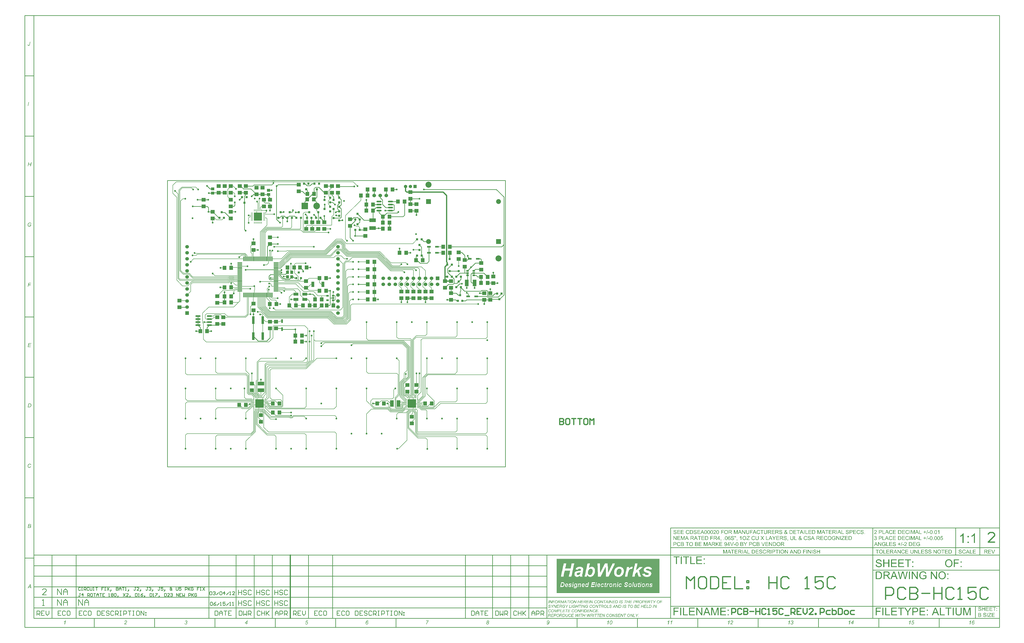
<source format=gbl>
%FSLAX25Y25*%
%MOIN*%
G70*
G01*
G75*
G04 Layer_Physical_Order=4*
G04 Layer_Color=13085014*
%ADD10R,0.04724X0.05512*%
%ADD11R,0.07087X0.06299*%
%ADD12R,0.11024X0.07874*%
%ADD13R,0.01575X0.07087*%
%ADD14R,0.07874X0.07874*%
%ADD15R,0.03150X0.03937*%
%ADD16R,0.12598X0.03937*%
%ADD17R,0.10630X0.31496*%
%ADD18R,0.05512X0.07480*%
%ADD19R,0.07087X0.05512*%
%ADD20R,0.03150X0.05906*%
%ADD21R,0.39370X0.39370*%
%ADD22R,0.39370X0.90551*%
%ADD23R,0.06299X0.03150*%
%ADD24R,0.07874X0.08661*%
%ADD25R,0.07874X0.15748*%
%ADD26R,0.09843X0.06693*%
%ADD27C,0.01000*%
%ADD28C,0.02000*%
%ADD29C,0.00800*%
%ADD30C,0.00700*%
%ADD31C,0.00400*%
%ADD32C,0.10000*%
%ADD33R,0.08000X0.08000*%
%ADD34C,0.08000*%
%ADD35R,0.05512X0.05512*%
%ADD36C,0.05512*%
%ADD37C,0.06000*%
%ADD38R,0.06000X0.06000*%
%ADD39R,0.06000X0.06000*%
%ADD40R,0.11024X0.11024*%
%ADD41C,0.11024*%
%ADD42C,0.03000*%
%ADD43C,0.04000*%
%ADD44C,0.14000*%
%ADD45C,0.08500*%
G04:AMPARAMS|DCode=46|XSize=105mil|YSize=105mil|CornerRadius=0mil|HoleSize=0mil|Usage=FLASHONLY|Rotation=0.000|XOffset=0mil|YOffset=0mil|HoleType=Round|Shape=Relief|Width=10mil|Gap=10mil|Entries=4|*
%AMTHD46*
7,0,0,0.10500,0.08500,0.01000,45*
%
%ADD46THD46*%
%ADD47C,0.07150*%
G04:AMPARAMS|DCode=48|XSize=95mil|YSize=95mil|CornerRadius=0mil|HoleSize=0mil|Usage=FLASHONLY|Rotation=0.000|XOffset=0mil|YOffset=0mil|HoleType=Round|Shape=Relief|Width=10mil|Gap=10mil|Entries=4|*
%AMTHD48*
7,0,0,0.09500,0.07500,0.01000,45*
%
%ADD48THD48*%
%ADD49C,0.07500*%
%ADD50C,0.07000*%
G04:AMPARAMS|DCode=51|XSize=90mil|YSize=90mil|CornerRadius=0mil|HoleSize=0mil|Usage=FLASHONLY|Rotation=0.000|XOffset=0mil|YOffset=0mil|HoleType=Round|Shape=Relief|Width=10mil|Gap=10mil|Entries=4|*
%AMTHD51*
7,0,0,0.09000,0.07000,0.01000,45*
%
%ADD51THD51*%
%ADD52C,0.10693*%
%ADD53C,0.05500*%
G04:AMPARAMS|DCode=54|XSize=75mil|YSize=75mil|CornerRadius=0mil|HoleSize=0mil|Usage=FLASHONLY|Rotation=0.000|XOffset=0mil|YOffset=0mil|HoleType=Round|Shape=Relief|Width=10mil|Gap=10mil|Entries=4|*
%AMTHD54*
7,0,0,0.07500,0.05500,0.01000,45*
%
%ADD54THD54*%
%ADD55R,0.03543X0.03740*%
%ADD56R,0.03543X0.03740*%
%ADD57R,0.06299X0.07087*%
%ADD58R,0.03937X0.12598*%
%ADD59R,0.03150X0.06299*%
%ADD60R,0.06299X0.10630*%
%ADD61R,0.03937X0.02717*%
%ADD62R,0.03740X0.03543*%
%ADD63R,0.03740X0.03543*%
%ADD64R,0.05512X0.04724*%
%ADD65R,0.13386X0.13386*%
%ADD66O,0.03347X0.00984*%
%ADD67O,0.00984X0.03347*%
%ADD68R,0.14173X0.14173*%
%ADD69R,0.02362X0.00787*%
%ADD70R,0.00787X0.02362*%
%ADD71R,0.14173X0.14173*%
%ADD72O,0.01181X0.08268*%
%ADD73O,0.08268X0.01181*%
%ADD74R,0.10630X0.06299*%
%ADD75O,0.08661X0.02362*%
%ADD76R,0.05118X0.08661*%
%ADD77R,0.07874X0.04724*%
%ADD78R,0.04331X0.02559*%
G36*
X1274516Y-144000D02*
X1273647D01*
X1270280Y-138964D01*
Y-144000D01*
X1269470D01*
Y-137588D01*
X1270329D01*
X1273706Y-142624D01*
Y-137588D01*
X1274516D01*
Y-144000D01*
D02*
G37*
G36*
X1242669D02*
X1241800D01*
X1238433Y-138964D01*
Y-144000D01*
X1237623D01*
Y-137588D01*
X1238482D01*
X1241859Y-142624D01*
Y-137588D01*
X1242669D01*
Y-144000D01*
D02*
G37*
G36*
X1214824D02*
X1213955D01*
X1210588Y-138964D01*
Y-144000D01*
X1209778D01*
Y-137588D01*
X1210637D01*
X1214014Y-142624D01*
Y-137588D01*
X1214824D01*
Y-144000D01*
D02*
G37*
G36*
X1130110Y-261500D02*
X1129330D01*
X1130345Y-256669D01*
X1130335Y-256679D01*
X1130315Y-256688D01*
X1130276Y-256718D01*
X1130227Y-256757D01*
X1130159Y-256796D01*
X1130071Y-256844D01*
X1129974Y-256903D01*
X1129866Y-256962D01*
X1129739Y-257030D01*
X1129603Y-257098D01*
X1129447Y-257167D01*
X1129291Y-257235D01*
X1129105Y-257303D01*
X1128920Y-257362D01*
X1128715Y-257430D01*
X1128500Y-257489D01*
X1128646Y-256776D01*
X1128656D01*
X1128676Y-256766D01*
X1128705Y-256747D01*
X1128744Y-256737D01*
X1128803Y-256708D01*
X1128861Y-256679D01*
X1129008Y-256610D01*
X1129183Y-256522D01*
X1129388Y-256415D01*
X1129593Y-256298D01*
X1129808Y-256161D01*
X1129818D01*
X1129837Y-256142D01*
X1129866Y-256122D01*
X1129905Y-256093D01*
X1130003Y-256025D01*
X1130130Y-255937D01*
X1130267Y-255829D01*
X1130413Y-255722D01*
X1130550Y-255605D01*
X1130667Y-255498D01*
X1130676Y-255488D01*
X1130696Y-255468D01*
X1130735Y-255429D01*
X1130774Y-255381D01*
X1130823Y-255312D01*
X1130881Y-255244D01*
X1130999Y-255068D01*
X1131457D01*
X1130110Y-261500D01*
D02*
G37*
G36*
X1257436Y-137490D02*
X1257504D01*
X1257670Y-137510D01*
X1257865Y-137539D01*
X1258080Y-137578D01*
X1258295Y-137636D01*
X1258500Y-137715D01*
X1258510D01*
X1258519Y-137724D01*
X1258549Y-137734D01*
X1258588Y-137754D01*
X1258685Y-137812D01*
X1258812Y-137881D01*
X1258949Y-137978D01*
X1259085Y-138095D01*
X1259222Y-138232D01*
X1259339Y-138388D01*
X1259349Y-138408D01*
X1259388Y-138466D01*
X1259437Y-138564D01*
X1259486Y-138681D01*
X1259544Y-138827D01*
X1259603Y-139003D01*
X1259642Y-139188D01*
X1259661Y-139393D01*
X1258851Y-139452D01*
Y-139442D01*
Y-139423D01*
X1258841Y-139393D01*
X1258832Y-139354D01*
X1258812Y-139247D01*
X1258773Y-139110D01*
X1258715Y-138964D01*
X1258636Y-138817D01*
X1258529Y-138671D01*
X1258402Y-138544D01*
X1258383Y-138534D01*
X1258334Y-138495D01*
X1258246Y-138447D01*
X1258129Y-138388D01*
X1257973Y-138329D01*
X1257778Y-138281D01*
X1257553Y-138242D01*
X1257290Y-138232D01*
X1257163D01*
X1257104Y-138242D01*
X1257026D01*
X1256860Y-138271D01*
X1256675Y-138300D01*
X1256489Y-138349D01*
X1256314Y-138417D01*
X1256236Y-138466D01*
X1256167Y-138515D01*
X1256157Y-138525D01*
X1256118Y-138564D01*
X1256060Y-138622D01*
X1256001Y-138710D01*
X1255933Y-138808D01*
X1255884Y-138925D01*
X1255845Y-139052D01*
X1255826Y-139198D01*
Y-139218D01*
Y-139257D01*
X1255835Y-139325D01*
X1255855Y-139403D01*
X1255884Y-139491D01*
X1255933Y-139588D01*
X1255991Y-139676D01*
X1256070Y-139764D01*
X1256079Y-139774D01*
X1256128Y-139803D01*
X1256157Y-139823D01*
X1256196Y-139852D01*
X1256255Y-139872D01*
X1256323Y-139901D01*
X1256401Y-139940D01*
X1256489Y-139979D01*
X1256587Y-140008D01*
X1256704Y-140047D01*
X1256841Y-140096D01*
X1256987Y-140135D01*
X1257153Y-140174D01*
X1257338Y-140223D01*
X1257348D01*
X1257387Y-140233D01*
X1257436Y-140242D01*
X1257504Y-140262D01*
X1257592Y-140281D01*
X1257690Y-140311D01*
X1257905Y-140359D01*
X1258139Y-140428D01*
X1258373Y-140496D01*
X1258490Y-140525D01*
X1258588Y-140565D01*
X1258685Y-140603D01*
X1258763Y-140633D01*
X1258773D01*
X1258793Y-140643D01*
X1258812Y-140662D01*
X1258851Y-140682D01*
X1258949Y-140740D01*
X1259076Y-140808D01*
X1259212Y-140906D01*
X1259349Y-141023D01*
X1259476Y-141150D01*
X1259583Y-141287D01*
X1259593Y-141306D01*
X1259622Y-141355D01*
X1259671Y-141433D01*
X1259720Y-141550D01*
X1259769Y-141677D01*
X1259817Y-141833D01*
X1259847Y-142009D01*
X1259857Y-142194D01*
Y-142204D01*
Y-142214D01*
Y-142243D01*
Y-142282D01*
X1259837Y-142380D01*
X1259817Y-142507D01*
X1259788Y-142653D01*
X1259730Y-142819D01*
X1259661Y-142995D01*
X1259564Y-143161D01*
X1259554Y-143180D01*
X1259505Y-143239D01*
X1259447Y-143317D01*
X1259349Y-143414D01*
X1259232Y-143532D01*
X1259085Y-143649D01*
X1258910Y-143756D01*
X1258715Y-143863D01*
X1258705D01*
X1258685Y-143873D01*
X1258656Y-143883D01*
X1258617Y-143902D01*
X1258568Y-143922D01*
X1258510Y-143941D01*
X1258353Y-143981D01*
X1258178Y-144029D01*
X1257963Y-144068D01*
X1257739Y-144098D01*
X1257485Y-144107D01*
X1257338D01*
X1257270Y-144098D01*
X1257182D01*
X1257085Y-144088D01*
X1256977Y-144078D01*
X1256753Y-144049D01*
X1256509Y-144000D01*
X1256265Y-143941D01*
X1256031Y-143863D01*
X1256021D01*
X1256001Y-143854D01*
X1255972Y-143834D01*
X1255933Y-143815D01*
X1255826Y-143756D01*
X1255699Y-143668D01*
X1255543Y-143561D01*
X1255396Y-143434D01*
X1255240Y-143278D01*
X1255103Y-143102D01*
Y-143092D01*
X1255094Y-143083D01*
X1255074Y-143053D01*
X1255055Y-143014D01*
X1255025Y-142965D01*
X1254996Y-142907D01*
X1254937Y-142761D01*
X1254879Y-142595D01*
X1254820Y-142390D01*
X1254781Y-142175D01*
X1254762Y-141941D01*
X1255562Y-141872D01*
Y-141882D01*
Y-141892D01*
X1255572Y-141950D01*
X1255591Y-142038D01*
X1255611Y-142155D01*
X1255650Y-142282D01*
X1255689Y-142419D01*
X1255748Y-142546D01*
X1255816Y-142673D01*
X1255826Y-142682D01*
X1255855Y-142721D01*
X1255904Y-142780D01*
X1255982Y-142848D01*
X1256070Y-142926D01*
X1256177Y-143014D01*
X1256314Y-143092D01*
X1256460Y-143170D01*
X1256470D01*
X1256479Y-143180D01*
X1256538Y-143200D01*
X1256626Y-143229D01*
X1256753Y-143258D01*
X1256889Y-143297D01*
X1257065Y-143327D01*
X1257251Y-143346D01*
X1257446Y-143356D01*
X1257524D01*
X1257621Y-143346D01*
X1257729Y-143336D01*
X1257865Y-143327D01*
X1258002Y-143297D01*
X1258148Y-143268D01*
X1258295Y-143219D01*
X1258314Y-143209D01*
X1258353Y-143190D01*
X1258422Y-143161D01*
X1258500Y-143112D01*
X1258597Y-143053D01*
X1258685Y-142985D01*
X1258773Y-142907D01*
X1258851Y-142819D01*
X1258861Y-142809D01*
X1258881Y-142770D01*
X1258910Y-142721D01*
X1258949Y-142653D01*
X1258978Y-142575D01*
X1259007Y-142477D01*
X1259027Y-142380D01*
X1259037Y-142272D01*
Y-142263D01*
Y-142224D01*
X1259027Y-142165D01*
X1259017Y-142097D01*
X1258998Y-142009D01*
X1258959Y-141921D01*
X1258920Y-141833D01*
X1258861Y-141745D01*
X1258851Y-141736D01*
X1258832Y-141706D01*
X1258783Y-141667D01*
X1258724Y-141609D01*
X1258646Y-141550D01*
X1258549Y-141492D01*
X1258422Y-141423D01*
X1258285Y-141365D01*
X1258275Y-141355D01*
X1258236Y-141345D01*
X1258158Y-141326D01*
X1258109Y-141306D01*
X1258051Y-141287D01*
X1257973Y-141267D01*
X1257895Y-141248D01*
X1257797Y-141218D01*
X1257699Y-141189D01*
X1257582Y-141160D01*
X1257446Y-141131D01*
X1257299Y-141092D01*
X1257143Y-141052D01*
X1257133D01*
X1257104Y-141043D01*
X1257055Y-141033D01*
X1256997Y-141013D01*
X1256929Y-140994D01*
X1256850Y-140974D01*
X1256665Y-140926D01*
X1256460Y-140857D01*
X1256255Y-140789D01*
X1256070Y-140721D01*
X1255982Y-140691D01*
X1255913Y-140652D01*
X1255904D01*
X1255894Y-140643D01*
X1255835Y-140603D01*
X1255757Y-140555D01*
X1255660Y-140486D01*
X1255543Y-140399D01*
X1255435Y-140301D01*
X1255328Y-140184D01*
X1255230Y-140057D01*
X1255221Y-140037D01*
X1255191Y-139989D01*
X1255162Y-139920D01*
X1255123Y-139823D01*
X1255074Y-139706D01*
X1255045Y-139569D01*
X1255015Y-139413D01*
X1255006Y-139257D01*
Y-139247D01*
Y-139237D01*
Y-139208D01*
Y-139169D01*
X1255025Y-139081D01*
X1255045Y-138964D01*
X1255074Y-138817D01*
X1255123Y-138671D01*
X1255191Y-138505D01*
X1255279Y-138349D01*
Y-138339D01*
X1255289Y-138329D01*
X1255328Y-138281D01*
X1255396Y-138203D01*
X1255484Y-138105D01*
X1255591Y-138007D01*
X1255728Y-137900D01*
X1255894Y-137793D01*
X1256079Y-137705D01*
X1256089D01*
X1256099Y-137695D01*
X1256128Y-137685D01*
X1256177Y-137666D01*
X1256226Y-137656D01*
X1256284Y-137636D01*
X1256421Y-137588D01*
X1256597Y-137549D01*
X1256792Y-137519D01*
X1257016Y-137490D01*
X1257251Y-137480D01*
X1257368D01*
X1257436Y-137490D01*
D02*
G37*
G36*
X1219187D02*
X1219265Y-137500D01*
X1219362Y-137510D01*
X1219470Y-137519D01*
X1219587Y-137539D01*
X1219841Y-137597D01*
X1220114Y-137685D01*
X1220250Y-137744D01*
X1220387Y-137812D01*
X1220514Y-137890D01*
X1220641Y-137978D01*
X1220651Y-137988D01*
X1220670Y-137998D01*
X1220699Y-138027D01*
X1220748Y-138066D01*
X1220797Y-138115D01*
X1220865Y-138183D01*
X1220934Y-138251D01*
X1221002Y-138329D01*
X1221080Y-138427D01*
X1221148Y-138525D01*
X1221226Y-138642D01*
X1221305Y-138769D01*
X1221373Y-138895D01*
X1221441Y-139042D01*
X1221558Y-139354D01*
X1220719Y-139549D01*
Y-139540D01*
X1220709Y-139520D01*
X1220699Y-139481D01*
X1220680Y-139432D01*
X1220651Y-139374D01*
X1220621Y-139305D01*
X1220553Y-139159D01*
X1220465Y-138993D01*
X1220348Y-138817D01*
X1220221Y-138661D01*
X1220065Y-138525D01*
X1220045Y-138515D01*
X1219987Y-138476D01*
X1219899Y-138427D01*
X1219772Y-138359D01*
X1219626Y-138300D01*
X1219440Y-138251D01*
X1219235Y-138212D01*
X1219001Y-138203D01*
X1218933D01*
X1218884Y-138212D01*
X1218816D01*
X1218747Y-138222D01*
X1218572Y-138251D01*
X1218377Y-138290D01*
X1218172Y-138359D01*
X1217967Y-138447D01*
X1217771Y-138564D01*
X1217762D01*
X1217752Y-138583D01*
X1217693Y-138632D01*
X1217605Y-138710D01*
X1217498Y-138817D01*
X1217391Y-138954D01*
X1217274Y-139110D01*
X1217166Y-139305D01*
X1217078Y-139520D01*
Y-139530D01*
X1217069Y-139549D01*
X1217059Y-139579D01*
X1217049Y-139628D01*
X1217030Y-139676D01*
X1217020Y-139745D01*
X1216981Y-139901D01*
X1216942Y-140086D01*
X1216912Y-140291D01*
X1216893Y-140516D01*
X1216883Y-140750D01*
Y-140760D01*
Y-140789D01*
Y-140828D01*
Y-140887D01*
X1216893Y-140955D01*
Y-141043D01*
X1216903Y-141131D01*
X1216912Y-141228D01*
X1216942Y-141453D01*
X1216981Y-141697D01*
X1217039Y-141941D01*
X1217117Y-142175D01*
Y-142185D01*
X1217127Y-142204D01*
X1217147Y-142233D01*
X1217166Y-142272D01*
X1217215Y-142390D01*
X1217293Y-142517D01*
X1217400Y-142673D01*
X1217527Y-142819D01*
X1217674Y-142965D01*
X1217849Y-143092D01*
X1217859D01*
X1217869Y-143102D01*
X1217898Y-143122D01*
X1217937Y-143141D01*
X1218045Y-143180D01*
X1218181Y-143239D01*
X1218337Y-143288D01*
X1218523Y-143336D01*
X1218728Y-143375D01*
X1218943Y-143385D01*
X1219011D01*
X1219060Y-143375D01*
X1219118D01*
X1219196Y-143366D01*
X1219362Y-143336D01*
X1219548Y-143288D01*
X1219753Y-143209D01*
X1219948Y-143112D01*
X1220143Y-142975D01*
X1220153Y-142965D01*
X1220163Y-142956D01*
X1220221Y-142897D01*
X1220309Y-142799D01*
X1220416Y-142673D01*
X1220524Y-142497D01*
X1220641Y-142292D01*
X1220738Y-142038D01*
X1220817Y-141755D01*
X1221666Y-141970D01*
Y-141980D01*
X1221656Y-142019D01*
X1221636Y-142068D01*
X1221617Y-142146D01*
X1221578Y-142224D01*
X1221539Y-142331D01*
X1221500Y-142438D01*
X1221441Y-142555D01*
X1221314Y-142819D01*
X1221139Y-143083D01*
X1220943Y-143336D01*
X1220826Y-143453D01*
X1220699Y-143561D01*
X1220690Y-143571D01*
X1220670Y-143580D01*
X1220631Y-143610D01*
X1220572Y-143649D01*
X1220504Y-143688D01*
X1220426Y-143737D01*
X1220338Y-143785D01*
X1220231Y-143834D01*
X1220114Y-143883D01*
X1219987Y-143932D01*
X1219841Y-143981D01*
X1219694Y-144019D01*
X1219372Y-144088D01*
X1219196Y-144098D01*
X1219011Y-144107D01*
X1218913D01*
X1218835Y-144098D01*
X1218747D01*
X1218650Y-144088D01*
X1218533Y-144068D01*
X1218416Y-144059D01*
X1218142Y-144000D01*
X1217859Y-143932D01*
X1217586Y-143824D01*
X1217449Y-143766D01*
X1217322Y-143688D01*
X1217313Y-143678D01*
X1217293Y-143668D01*
X1217264Y-143639D01*
X1217215Y-143610D01*
X1217098Y-143512D01*
X1216961Y-143375D01*
X1216795Y-143209D01*
X1216639Y-142995D01*
X1216473Y-142751D01*
X1216337Y-142468D01*
Y-142458D01*
X1216327Y-142429D01*
X1216307Y-142390D01*
X1216288Y-142331D01*
X1216259Y-142253D01*
X1216229Y-142165D01*
X1216200Y-142068D01*
X1216171Y-141950D01*
X1216141Y-141833D01*
X1216112Y-141697D01*
X1216054Y-141404D01*
X1216015Y-141092D01*
X1216005Y-140750D01*
Y-140740D01*
Y-140701D01*
Y-140652D01*
X1216015Y-140584D01*
Y-140496D01*
X1216024Y-140389D01*
X1216034Y-140281D01*
X1216054Y-140155D01*
X1216102Y-139881D01*
X1216161Y-139588D01*
X1216259Y-139286D01*
X1216385Y-139003D01*
Y-138993D01*
X1216405Y-138974D01*
X1216424Y-138935D01*
X1216454Y-138876D01*
X1216493Y-138817D01*
X1216542Y-138749D01*
X1216669Y-138583D01*
X1216815Y-138398D01*
X1217000Y-138212D01*
X1217225Y-138027D01*
X1217469Y-137871D01*
X1217479D01*
X1217498Y-137851D01*
X1217537Y-137832D01*
X1217596Y-137812D01*
X1217654Y-137783D01*
X1217732Y-137744D01*
X1217830Y-137715D01*
X1217927Y-137675D01*
X1218035Y-137636D01*
X1218152Y-137607D01*
X1218416Y-137539D01*
X1218708Y-137500D01*
X1219021Y-137480D01*
X1219118D01*
X1219187Y-137490D01*
D02*
G37*
G36*
X1035498Y-255078D02*
X1035566D01*
X1035644Y-255097D01*
X1035830Y-255127D01*
X1036035Y-255185D01*
X1036240Y-255273D01*
X1036347Y-255322D01*
X1036454Y-255390D01*
X1036552Y-255459D01*
X1036650Y-255546D01*
X1036659Y-255556D01*
X1036669Y-255566D01*
X1036698Y-255595D01*
X1036728Y-255634D01*
X1036806Y-255732D01*
X1036894Y-255869D01*
X1036981Y-256044D01*
X1037059Y-256239D01*
X1037118Y-256464D01*
X1037128Y-256591D01*
X1037138Y-256718D01*
Y-256727D01*
Y-256737D01*
Y-256766D01*
Y-256805D01*
X1037128Y-256893D01*
X1037108Y-257020D01*
X1037069Y-257157D01*
X1037030Y-257303D01*
X1036962Y-257459D01*
X1036874Y-257606D01*
X1036864Y-257625D01*
X1036825Y-257664D01*
X1036767Y-257742D01*
X1036679Y-257830D01*
X1036562Y-257928D01*
X1036425Y-258025D01*
X1036269Y-258133D01*
X1036084Y-258230D01*
X1036103Y-258240D01*
X1036142Y-258269D01*
X1036210Y-258318D01*
X1036289Y-258387D01*
X1036386Y-258465D01*
X1036474Y-258553D01*
X1036562Y-258660D01*
X1036640Y-258777D01*
X1036650Y-258787D01*
X1036669Y-258836D01*
X1036698Y-258894D01*
X1036737Y-258982D01*
X1036777Y-259089D01*
X1036806Y-259206D01*
X1036825Y-259343D01*
X1036835Y-259489D01*
Y-259499D01*
Y-259528D01*
Y-259577D01*
X1036825Y-259636D01*
X1036815Y-259704D01*
X1036796Y-259792D01*
X1036777Y-259890D01*
X1036757Y-259997D01*
X1036679Y-260231D01*
X1036620Y-260358D01*
X1036562Y-260485D01*
X1036484Y-260612D01*
X1036396Y-260739D01*
X1036298Y-260866D01*
X1036181Y-260983D01*
X1036171Y-260993D01*
X1036152Y-261012D01*
X1036113Y-261041D01*
X1036064Y-261080D01*
X1036005Y-261129D01*
X1035927Y-261178D01*
X1035839Y-261237D01*
X1035752Y-261295D01*
X1035644Y-261354D01*
X1035517Y-261412D01*
X1035264Y-261510D01*
X1035117Y-261549D01*
X1034961Y-261578D01*
X1034805Y-261598D01*
X1034639Y-261607D01*
X1034551D01*
X1034493Y-261598D01*
X1034424Y-261588D01*
X1034336Y-261578D01*
X1034239Y-261568D01*
X1034141Y-261549D01*
X1033917Y-261490D01*
X1033683Y-261402D01*
X1033565Y-261354D01*
X1033448Y-261285D01*
X1033341Y-261217D01*
X1033234Y-261129D01*
X1033224Y-261119D01*
X1033214Y-261110D01*
X1033185Y-261080D01*
X1033146Y-261041D01*
X1033107Y-260993D01*
X1033058Y-260934D01*
X1033009Y-260866D01*
X1032960Y-260778D01*
X1032853Y-260592D01*
X1032755Y-260368D01*
X1032677Y-260114D01*
X1032658Y-259968D01*
X1032638Y-259821D01*
X1033409Y-259724D01*
Y-259733D01*
Y-259753D01*
X1033419Y-259792D01*
X1033429Y-259831D01*
X1033448Y-259958D01*
X1033487Y-260104D01*
X1033536Y-260261D01*
X1033605Y-260426D01*
X1033683Y-260573D01*
X1033790Y-260700D01*
X1033800Y-260709D01*
X1033848Y-260739D01*
X1033907Y-260788D01*
X1034005Y-260836D01*
X1034112Y-260895D01*
X1034249Y-260934D01*
X1034405Y-260973D01*
X1034581Y-260983D01*
X1034639D01*
X1034678Y-260973D01*
X1034785Y-260963D01*
X1034932Y-260934D01*
X1035088Y-260885D01*
X1035254Y-260807D01*
X1035430Y-260709D01*
X1035596Y-260573D01*
X1035605Y-260563D01*
X1035615Y-260553D01*
X1035664Y-260495D01*
X1035732Y-260407D01*
X1035810Y-260290D01*
X1035888Y-260153D01*
X1035957Y-259987D01*
X1036005Y-259802D01*
X1036025Y-259704D01*
Y-259607D01*
Y-259597D01*
Y-259587D01*
Y-259528D01*
X1036005Y-259441D01*
X1035986Y-259333D01*
X1035947Y-259206D01*
X1035888Y-259080D01*
X1035810Y-258953D01*
X1035703Y-258826D01*
X1035693Y-258816D01*
X1035644Y-258777D01*
X1035576Y-258728D01*
X1035478Y-258670D01*
X1035351Y-258611D01*
X1035205Y-258562D01*
X1035039Y-258523D01*
X1034844Y-258513D01*
X1034756D01*
X1034717Y-258523D01*
X1034659D01*
X1034590Y-258533D01*
X1034727Y-257879D01*
X1034795D01*
X1034863Y-257889D01*
X1035010D01*
X1035059Y-257879D01*
X1035108D01*
X1035176Y-257869D01*
X1035332Y-257850D01*
X1035498Y-257811D01*
X1035674Y-257752D01*
X1035839Y-257674D01*
X1035986Y-257567D01*
X1036005Y-257547D01*
X1036045Y-257508D01*
X1036103Y-257440D01*
X1036171Y-257342D01*
X1036230Y-257225D01*
X1036289Y-257088D01*
X1036327Y-256932D01*
X1036347Y-256757D01*
Y-256747D01*
Y-256737D01*
Y-256679D01*
X1036327Y-256600D01*
X1036308Y-256493D01*
X1036269Y-256376D01*
X1036220Y-256249D01*
X1036142Y-256122D01*
X1036045Y-256005D01*
X1036035Y-255995D01*
X1035996Y-255956D01*
X1035927Y-255908D01*
X1035839Y-255849D01*
X1035732Y-255800D01*
X1035605Y-255751D01*
X1035469Y-255712D01*
X1035312Y-255703D01*
X1035244D01*
X1035166Y-255722D01*
X1035059Y-255742D01*
X1034942Y-255781D01*
X1034815Y-255829D01*
X1034678Y-255908D01*
X1034551Y-256015D01*
X1034541Y-256025D01*
X1034493Y-256073D01*
X1034434Y-256142D01*
X1034366Y-256239D01*
X1034297Y-256366D01*
X1034229Y-256513D01*
X1034171Y-256688D01*
X1034122Y-256884D01*
X1033341Y-256727D01*
Y-256718D01*
X1033351Y-256688D01*
X1033360Y-256649D01*
X1033380Y-256600D01*
X1033399Y-256532D01*
X1033429Y-256454D01*
X1033507Y-256278D01*
X1033605Y-256083D01*
X1033731Y-255878D01*
X1033887Y-255683D01*
X1034073Y-255507D01*
X1034083Y-255498D01*
X1034102Y-255488D01*
X1034132Y-255468D01*
X1034171Y-255439D01*
X1034219Y-255410D01*
X1034288Y-255371D01*
X1034356Y-255332D01*
X1034444Y-255283D01*
X1034629Y-255205D01*
X1034854Y-255136D01*
X1035098Y-255088D01*
X1035234Y-255068D01*
X1035449D01*
X1035498Y-255078D01*
D02*
G37*
G36*
X1136103Y-259167D02*
X1137020D01*
X1136874Y-259870D01*
X1135957D01*
X1135605Y-261500D01*
X1134824D01*
X1135166Y-259870D01*
X1132560D01*
X1132726Y-259089D01*
X1136327Y-255097D01*
X1136962D01*
X1136103Y-259167D01*
D02*
G37*
G36*
X1287487Y-138339D02*
X1285379D01*
Y-144000D01*
X1284530D01*
Y-138339D01*
X1282422D01*
Y-137588D01*
X1287487D01*
Y-138339D01*
D02*
G37*
G36*
X1253727D02*
X1249940D01*
Y-140311D01*
X1253483D01*
Y-141062D01*
X1249940D01*
Y-143248D01*
X1253874D01*
Y-144000D01*
X1249091D01*
Y-137588D01*
X1253727D01*
Y-138339D01*
D02*
G37*
G36*
X1244904Y-143248D02*
X1248057D01*
Y-144000D01*
X1244055D01*
Y-137588D01*
X1244904D01*
Y-143248D01*
D02*
G37*
G36*
X1293021Y-138339D02*
X1289234D01*
Y-140311D01*
X1292777D01*
Y-141062D01*
X1289234D01*
Y-143248D01*
X1293167D01*
Y-144000D01*
X1288385D01*
Y-137588D01*
X1293021D01*
Y-138339D01*
D02*
G37*
G36*
X1236218Y-141297D02*
Y-141306D01*
Y-141335D01*
Y-141384D01*
Y-141453D01*
X1236208Y-141541D01*
Y-141628D01*
X1236198Y-141736D01*
X1236189Y-141853D01*
X1236159Y-142097D01*
X1236120Y-142351D01*
X1236071Y-142604D01*
X1235993Y-142829D01*
Y-142839D01*
X1235983Y-142858D01*
X1235974Y-142887D01*
X1235954Y-142926D01*
X1235896Y-143024D01*
X1235818Y-143161D01*
X1235710Y-143307D01*
X1235574Y-143463D01*
X1235398Y-143610D01*
X1235203Y-143756D01*
X1235193D01*
X1235173Y-143775D01*
X1235144Y-143785D01*
X1235095Y-143815D01*
X1235047Y-143834D01*
X1234978Y-143863D01*
X1234890Y-143902D01*
X1234803Y-143932D01*
X1234705Y-143961D01*
X1234588Y-144000D01*
X1234471Y-144029D01*
X1234334Y-144049D01*
X1234041Y-144088D01*
X1233709Y-144107D01*
X1233622D01*
X1233563Y-144098D01*
X1233485D01*
X1233397Y-144088D01*
X1233300Y-144078D01*
X1233192Y-144068D01*
X1232958Y-144029D01*
X1232714Y-143981D01*
X1232460Y-143902D01*
X1232236Y-143805D01*
X1232226D01*
X1232206Y-143785D01*
X1232187Y-143775D01*
X1232148Y-143746D01*
X1232041Y-143678D01*
X1231923Y-143571D01*
X1231787Y-143444D01*
X1231660Y-143297D01*
X1231533Y-143112D01*
X1231426Y-142907D01*
Y-142897D01*
X1231416Y-142878D01*
X1231406Y-142848D01*
X1231387Y-142799D01*
X1231367Y-142741D01*
X1231347Y-142663D01*
X1231328Y-142575D01*
X1231308Y-142477D01*
X1231279Y-142370D01*
X1231260Y-142253D01*
X1231240Y-142116D01*
X1231221Y-141980D01*
X1231201Y-141823D01*
X1231191Y-141658D01*
X1231182Y-141482D01*
Y-141297D01*
Y-137588D01*
X1232031D01*
Y-141297D01*
Y-141306D01*
Y-141335D01*
Y-141375D01*
Y-141433D01*
Y-141501D01*
X1232041Y-141579D01*
X1232050Y-141765D01*
X1232070Y-141960D01*
X1232089Y-142165D01*
X1232128Y-142360D01*
X1232148Y-142448D01*
X1232177Y-142526D01*
X1232187Y-142546D01*
X1232206Y-142595D01*
X1232245Y-142663D01*
X1232304Y-142751D01*
X1232372Y-142848D01*
X1232470Y-142956D01*
X1232577Y-143053D01*
X1232714Y-143141D01*
X1232733Y-143151D01*
X1232782Y-143170D01*
X1232860Y-143209D01*
X1232968Y-143239D01*
X1233104Y-143278D01*
X1233261Y-143317D01*
X1233436Y-143336D01*
X1233631Y-143346D01*
X1233719D01*
X1233788Y-143336D01*
X1233866D01*
X1233953Y-143327D01*
X1234149Y-143297D01*
X1234373Y-143239D01*
X1234588Y-143170D01*
X1234793Y-143063D01*
X1234890Y-143005D01*
X1234968Y-142926D01*
Y-142917D01*
X1234988Y-142907D01*
X1235007Y-142878D01*
X1235027Y-142839D01*
X1235066Y-142790D01*
X1235095Y-142731D01*
X1235134Y-142653D01*
X1235173Y-142565D01*
X1235203Y-142458D01*
X1235242Y-142341D01*
X1235281Y-142214D01*
X1235310Y-142058D01*
X1235330Y-141892D01*
X1235349Y-141716D01*
X1235369Y-141511D01*
Y-141297D01*
Y-137588D01*
X1236218D01*
Y-141297D01*
D02*
G37*
G36*
X1230110Y-261500D02*
X1229330D01*
X1230345Y-256669D01*
X1230335Y-256679D01*
X1230315Y-256688D01*
X1230276Y-256718D01*
X1230227Y-256757D01*
X1230159Y-256796D01*
X1230071Y-256844D01*
X1229974Y-256903D01*
X1229866Y-256962D01*
X1229739Y-257030D01*
X1229603Y-257098D01*
X1229447Y-257167D01*
X1229291Y-257235D01*
X1229105Y-257303D01*
X1228920Y-257362D01*
X1228715Y-257430D01*
X1228500Y-257489D01*
X1228646Y-256776D01*
X1228656D01*
X1228676Y-256766D01*
X1228705Y-256747D01*
X1228744Y-256737D01*
X1228803Y-256708D01*
X1228861Y-256679D01*
X1229008Y-256610D01*
X1229183Y-256522D01*
X1229388Y-256415D01*
X1229593Y-256298D01*
X1229808Y-256161D01*
X1229818D01*
X1229837Y-256142D01*
X1229866Y-256122D01*
X1229905Y-256093D01*
X1230003Y-256025D01*
X1230130Y-255937D01*
X1230267Y-255829D01*
X1230413Y-255722D01*
X1230550Y-255605D01*
X1230667Y-255498D01*
X1230676Y-255488D01*
X1230696Y-255468D01*
X1230735Y-255429D01*
X1230774Y-255381D01*
X1230823Y-255312D01*
X1230881Y-255244D01*
X1230999Y-255068D01*
X1231457D01*
X1230110Y-261500D01*
D02*
G37*
G36*
X1296964Y-137597D02*
X1297140Y-137607D01*
X1297335Y-137627D01*
X1297520Y-137656D01*
X1297676Y-137685D01*
X1297686D01*
X1297706Y-137695D01*
X1297725D01*
X1297764Y-137715D01*
X1297872Y-137744D01*
X1297999Y-137793D01*
X1298145Y-137851D01*
X1298301Y-137929D01*
X1298457Y-138027D01*
X1298613Y-138144D01*
X1298623D01*
X1298633Y-138163D01*
X1298701Y-138222D01*
X1298789Y-138320D01*
X1298897Y-138447D01*
X1299023Y-138603D01*
X1299150Y-138788D01*
X1299267Y-139003D01*
X1299375Y-139247D01*
Y-139257D01*
X1299384Y-139276D01*
X1299394Y-139315D01*
X1299414Y-139364D01*
X1299433Y-139423D01*
X1299453Y-139501D01*
X1299482Y-139588D01*
X1299502Y-139686D01*
X1299521Y-139793D01*
X1299550Y-139911D01*
X1299589Y-140164D01*
X1299619Y-140447D01*
X1299629Y-140760D01*
Y-140769D01*
Y-140789D01*
Y-140828D01*
Y-140887D01*
X1299619Y-140945D01*
Y-141023D01*
X1299609Y-141199D01*
X1299589Y-141394D01*
X1299550Y-141619D01*
X1299511Y-141843D01*
X1299453Y-142058D01*
Y-142068D01*
X1299443Y-142087D01*
X1299433Y-142116D01*
X1299424Y-142155D01*
X1299384Y-142253D01*
X1299336Y-142390D01*
X1299277Y-142536D01*
X1299199Y-142692D01*
X1299111Y-142848D01*
X1299014Y-142995D01*
X1299004Y-143014D01*
X1298965Y-143053D01*
X1298916Y-143122D01*
X1298838Y-143209D01*
X1298760Y-143297D01*
X1298652Y-143395D01*
X1298545Y-143492D01*
X1298428Y-143580D01*
X1298418Y-143590D01*
X1298369Y-143610D01*
X1298301Y-143649D01*
X1298213Y-143697D01*
X1298106Y-143746D01*
X1297979Y-143795D01*
X1297833Y-143844D01*
X1297667Y-143893D01*
X1297647D01*
X1297589Y-143912D01*
X1297501Y-143922D01*
X1297374Y-143941D01*
X1297227Y-143961D01*
X1297052Y-143981D01*
X1296857Y-143990D01*
X1296642Y-144000D01*
X1294339D01*
Y-137588D01*
X1296798D01*
X1296964Y-137597D01*
D02*
G37*
G36*
X935488Y-255078D02*
X935625Y-255097D01*
X935771Y-255127D01*
X935937Y-255166D01*
X936113Y-255224D01*
X936279Y-255302D01*
X936289D01*
X936298Y-255312D01*
X936357Y-255341D01*
X936435Y-255390D01*
X936532Y-255468D01*
X936640Y-255556D01*
X936757Y-255663D01*
X936855Y-255790D01*
X936952Y-255937D01*
X936962Y-255956D01*
X936991Y-256005D01*
X937020Y-256093D01*
X937069Y-256200D01*
X937108Y-256327D01*
X937138Y-256464D01*
X937167Y-256620D01*
X937177Y-256786D01*
Y-256796D01*
Y-256815D01*
Y-256844D01*
X937167Y-256893D01*
Y-256952D01*
X937157Y-257020D01*
X937118Y-257176D01*
X937069Y-257371D01*
X936981Y-257576D01*
X936874Y-257791D01*
X936796Y-257908D01*
X936718Y-258016D01*
X936708Y-258035D01*
X936679Y-258055D01*
X936650Y-258094D01*
X936611Y-258133D01*
X936562Y-258191D01*
X936493Y-258260D01*
X936406Y-258338D01*
X936308Y-258426D01*
X936191Y-258533D01*
X936064Y-258650D01*
X935908Y-258777D01*
X935732Y-258923D01*
X935537Y-259089D01*
X935322Y-259265D01*
X935078Y-259460D01*
X935069Y-259470D01*
X935049Y-259480D01*
X935020Y-259509D01*
X934981Y-259538D01*
X934883Y-259626D01*
X934746Y-259733D01*
X934610Y-259851D01*
X934463Y-259987D01*
X934327Y-260114D01*
X934210Y-260231D01*
X934200Y-260241D01*
X934161Y-260280D01*
X934112Y-260339D01*
X934053Y-260407D01*
X933985Y-260495D01*
X933907Y-260583D01*
X933839Y-260680D01*
X933780Y-260778D01*
X936650D01*
X936493Y-261500D01*
X932677D01*
Y-261490D01*
X932687Y-261471D01*
Y-261441D01*
X932697Y-261402D01*
X932726Y-261305D01*
X932765Y-261168D01*
X932814Y-261022D01*
X932863Y-260866D01*
X932931Y-260700D01*
X933009Y-260553D01*
X933019Y-260534D01*
X933048Y-260485D01*
X933097Y-260407D01*
X933165Y-260319D01*
X933243Y-260202D01*
X933341Y-260075D01*
X933448Y-259948D01*
X933575Y-259821D01*
X933595Y-259802D01*
X933614Y-259782D01*
X933644Y-259753D01*
X933692Y-259714D01*
X933741Y-259665D01*
X933809Y-259607D01*
X933887Y-259538D01*
X933975Y-259470D01*
X934073Y-259382D01*
X934190Y-259284D01*
X934317Y-259177D01*
X934454Y-259060D01*
X934610Y-258933D01*
X934776Y-258797D01*
X934961Y-258650D01*
X934971Y-258640D01*
X934990Y-258631D01*
X935020Y-258601D01*
X935059Y-258572D01*
X935166Y-258484D01*
X935303Y-258367D01*
X935439Y-258250D01*
X935576Y-258133D01*
X935703Y-258016D01*
X935810Y-257918D01*
X935820Y-257899D01*
X935859Y-257859D01*
X935918Y-257791D01*
X935986Y-257703D01*
X936064Y-257606D01*
X936142Y-257498D01*
X936220Y-257371D01*
X936279Y-257254D01*
X936289Y-257245D01*
X936298Y-257215D01*
X936318Y-257167D01*
X936337Y-257108D01*
X936357Y-257040D01*
X936367Y-256952D01*
X936386Y-256864D01*
Y-256766D01*
Y-256757D01*
Y-256747D01*
Y-256688D01*
X936367Y-256610D01*
X936347Y-256503D01*
X936308Y-256386D01*
X936259Y-256259D01*
X936181Y-256132D01*
X936074Y-256015D01*
X936064Y-256005D01*
X936015Y-255966D01*
X935947Y-255917D01*
X935859Y-255859D01*
X935752Y-255800D01*
X935615Y-255751D01*
X935469Y-255712D01*
X935303Y-255703D01*
X935225D01*
X935147Y-255722D01*
X935039Y-255742D01*
X934912Y-255781D01*
X934776Y-255839D01*
X934649Y-255917D01*
X934512Y-256025D01*
X934502Y-256034D01*
X934463Y-256083D01*
X934405Y-256161D01*
X934327Y-256269D01*
X934249Y-256405D01*
X934171Y-256571D01*
X934102Y-256776D01*
X934044Y-257020D01*
X933273Y-256913D01*
Y-256903D01*
X933282Y-256874D01*
Y-256835D01*
X933302Y-256766D01*
X933312Y-256698D01*
X933331Y-256610D01*
X933399Y-256425D01*
X933478Y-256210D01*
X933595Y-255986D01*
X933741Y-255761D01*
X933829Y-255663D01*
X933927Y-255566D01*
X933936Y-255556D01*
X933956Y-255546D01*
X933985Y-255517D01*
X934024Y-255488D01*
X934083Y-255449D01*
X934141Y-255410D01*
X934219Y-255361D01*
X934307Y-255312D01*
X934502Y-255224D01*
X934737Y-255146D01*
X935000Y-255088D01*
X935147Y-255078D01*
X935293Y-255068D01*
X935381D01*
X935488Y-255078D01*
D02*
G37*
G36*
X1368618Y-144000D02*
X1367750D01*
X1365261Y-137588D01*
X1366188D01*
X1367847Y-142243D01*
Y-142253D01*
X1367857Y-142272D01*
X1367867Y-142302D01*
X1367886Y-142341D01*
X1367916Y-142448D01*
X1367964Y-142585D01*
X1368023Y-142751D01*
X1368081Y-142926D01*
X1368189Y-143297D01*
Y-143288D01*
X1368199Y-143278D01*
X1368208Y-143248D01*
X1368218Y-143209D01*
X1368247Y-143102D01*
X1368286Y-142965D01*
X1368335Y-142809D01*
X1368394Y-142634D01*
X1368462Y-142438D01*
X1368530Y-142243D01*
X1370268Y-137588D01*
X1371127D01*
X1368618Y-144000D01*
D02*
G37*
G36*
X1364607Y-138339D02*
X1360820D01*
Y-140311D01*
X1364363D01*
Y-141062D01*
X1360820D01*
Y-143248D01*
X1364753D01*
Y-144000D01*
X1359971D01*
Y-137588D01*
X1364607D01*
Y-138339D01*
D02*
G37*
G36*
X1258196Y-111607D02*
X1257571D01*
X1259426Y-104980D01*
X1260050D01*
X1258196Y-111607D01*
D02*
G37*
G36*
X1173391Y-105068D02*
X1173469Y-105078D01*
X1173557Y-105088D01*
X1173655Y-105097D01*
X1173762Y-105127D01*
X1173996Y-105185D01*
X1174240Y-105273D01*
X1174367Y-105332D01*
X1174484Y-105400D01*
X1174592Y-105488D01*
X1174699Y-105576D01*
X1174709Y-105585D01*
X1174719Y-105595D01*
X1174748Y-105624D01*
X1174787Y-105664D01*
X1174826Y-105722D01*
X1174875Y-105781D01*
X1174972Y-105927D01*
X1175070Y-106113D01*
X1175158Y-106327D01*
X1175226Y-106571D01*
X1175236Y-106708D01*
X1175246Y-106844D01*
Y-106864D01*
Y-106913D01*
X1175236Y-106991D01*
X1175226Y-107088D01*
X1175207Y-107206D01*
X1175177Y-107333D01*
X1175138Y-107469D01*
X1175080Y-107606D01*
X1175070Y-107625D01*
X1175050Y-107674D01*
X1175011Y-107742D01*
X1174953Y-107840D01*
X1174885Y-107957D01*
X1174797Y-108094D01*
X1174679Y-108230D01*
X1174553Y-108387D01*
X1174533Y-108406D01*
X1174484Y-108465D01*
X1174397Y-108553D01*
X1174338Y-108611D01*
X1174270Y-108679D01*
X1174191Y-108757D01*
X1174094Y-108845D01*
X1173996Y-108933D01*
X1173889Y-109040D01*
X1173772Y-109148D01*
X1173635Y-109265D01*
X1173499Y-109382D01*
X1173342Y-109519D01*
X1173333Y-109529D01*
X1173313Y-109548D01*
X1173274Y-109577D01*
X1173225Y-109616D01*
X1173108Y-109714D01*
X1172962Y-109841D01*
X1172815Y-109977D01*
X1172659Y-110114D01*
X1172532Y-110231D01*
X1172484Y-110280D01*
X1172435Y-110329D01*
X1172425Y-110339D01*
X1172405Y-110368D01*
X1172366Y-110407D01*
X1172318Y-110465D01*
X1172210Y-110592D01*
X1172103Y-110749D01*
X1175255D01*
Y-111500D01*
X1171010D01*
Y-111490D01*
Y-111451D01*
Y-111393D01*
X1171019Y-111324D01*
X1171029Y-111246D01*
X1171039Y-111158D01*
X1171068Y-111061D01*
X1171098Y-110963D01*
Y-110953D01*
X1171107Y-110944D01*
X1171127Y-110885D01*
X1171166Y-110807D01*
X1171224Y-110690D01*
X1171293Y-110563D01*
X1171390Y-110417D01*
X1171488Y-110270D01*
X1171615Y-110114D01*
Y-110104D01*
X1171634Y-110095D01*
X1171683Y-110036D01*
X1171761Y-109948D01*
X1171878Y-109831D01*
X1172025Y-109694D01*
X1172200Y-109529D01*
X1172415Y-109343D01*
X1172649Y-109138D01*
X1172659Y-109128D01*
X1172698Y-109099D01*
X1172747Y-109060D01*
X1172815Y-108992D01*
X1172903Y-108923D01*
X1173001Y-108835D01*
X1173215Y-108650D01*
X1173450Y-108426D01*
X1173684Y-108201D01*
X1173801Y-108094D01*
X1173899Y-107986D01*
X1173987Y-107879D01*
X1174065Y-107781D01*
Y-107772D01*
X1174084Y-107762D01*
X1174104Y-107733D01*
X1174123Y-107694D01*
X1174182Y-107596D01*
X1174250Y-107469D01*
X1174318Y-107323D01*
X1174377Y-107167D01*
X1174416Y-106991D01*
X1174436Y-106825D01*
Y-106815D01*
Y-106805D01*
X1174426Y-106747D01*
X1174416Y-106659D01*
X1174397Y-106552D01*
X1174348Y-106425D01*
X1174289Y-106298D01*
X1174211Y-106161D01*
X1174094Y-106034D01*
X1174074Y-106025D01*
X1174035Y-105986D01*
X1173957Y-105937D01*
X1173860Y-105868D01*
X1173733Y-105810D01*
X1173586Y-105761D01*
X1173411Y-105722D01*
X1173215Y-105712D01*
X1173157D01*
X1173118Y-105722D01*
X1173020Y-105732D01*
X1172893Y-105751D01*
X1172747Y-105800D01*
X1172591Y-105859D01*
X1172445Y-105947D01*
X1172308Y-106064D01*
X1172298Y-106083D01*
X1172259Y-106122D01*
X1172200Y-106200D01*
X1172142Y-106308D01*
X1172074Y-106444D01*
X1172025Y-106600D01*
X1171986Y-106786D01*
X1171966Y-107001D01*
X1171156Y-106913D01*
Y-106903D01*
Y-106874D01*
X1171166Y-106825D01*
X1171176Y-106766D01*
X1171195Y-106688D01*
X1171205Y-106600D01*
X1171264Y-106405D01*
X1171342Y-106181D01*
X1171449Y-105956D01*
X1171595Y-105732D01*
X1171673Y-105634D01*
X1171771Y-105537D01*
X1171781Y-105527D01*
X1171800Y-105517D01*
X1171830Y-105488D01*
X1171869Y-105459D01*
X1171927Y-105429D01*
X1171996Y-105380D01*
X1172074Y-105341D01*
X1172161Y-105293D01*
X1172259Y-105254D01*
X1172366Y-105205D01*
X1172493Y-105166D01*
X1172620Y-105137D01*
X1172913Y-105078D01*
X1173069Y-105068D01*
X1173235Y-105058D01*
X1173323D01*
X1173391Y-105068D01*
D02*
G37*
G36*
X1273148D02*
X1273265Y-105088D01*
X1273402Y-105107D01*
X1273558Y-105146D01*
X1273714Y-105205D01*
X1273861Y-105273D01*
X1273880Y-105283D01*
X1273929Y-105312D01*
X1273997Y-105361D01*
X1274095Y-105420D01*
X1274193Y-105507D01*
X1274300Y-105615D01*
X1274407Y-105732D01*
X1274505Y-105868D01*
X1274515Y-105888D01*
X1274544Y-105937D01*
X1274593Y-106025D01*
X1274651Y-106132D01*
X1274710Y-106269D01*
X1274778Y-106435D01*
X1274846Y-106620D01*
X1274905Y-106825D01*
Y-106835D01*
X1274915Y-106854D01*
Y-106884D01*
X1274924Y-106932D01*
X1274944Y-106981D01*
X1274954Y-107049D01*
X1274963Y-107137D01*
X1274983Y-107225D01*
X1274993Y-107333D01*
X1275003Y-107440D01*
X1275022Y-107567D01*
X1275032Y-107703D01*
X1275042Y-107850D01*
Y-107996D01*
X1275051Y-108338D01*
Y-108347D01*
Y-108387D01*
Y-108445D01*
Y-108523D01*
X1275042Y-108621D01*
Y-108728D01*
X1275032Y-108855D01*
X1275022Y-108992D01*
X1274993Y-109284D01*
X1274954Y-109587D01*
X1274895Y-109890D01*
X1274856Y-110026D01*
X1274817Y-110163D01*
Y-110173D01*
X1274807Y-110192D01*
X1274798Y-110231D01*
X1274778Y-110280D01*
X1274749Y-110339D01*
X1274720Y-110397D01*
X1274641Y-110553D01*
X1274544Y-110729D01*
X1274427Y-110905D01*
X1274290Y-111080D01*
X1274124Y-111237D01*
X1274114D01*
X1274105Y-111256D01*
X1274075Y-111266D01*
X1274046Y-111295D01*
X1273939Y-111354D01*
X1273812Y-111422D01*
X1273636Y-111490D01*
X1273441Y-111549D01*
X1273217Y-111588D01*
X1272963Y-111607D01*
X1272875D01*
X1272807Y-111598D01*
X1272729Y-111588D01*
X1272641Y-111568D01*
X1272543Y-111549D01*
X1272436Y-111529D01*
X1272201Y-111451D01*
X1272075Y-111393D01*
X1271957Y-111334D01*
X1271831Y-111256D01*
X1271713Y-111168D01*
X1271606Y-111071D01*
X1271499Y-110953D01*
X1271489Y-110944D01*
X1271469Y-110914D01*
X1271440Y-110866D01*
X1271401Y-110797D01*
X1271352Y-110709D01*
X1271303Y-110602D01*
X1271245Y-110475D01*
X1271186Y-110319D01*
X1271128Y-110153D01*
X1271069Y-109958D01*
X1271021Y-109743D01*
X1270972Y-109509D01*
X1270933Y-109245D01*
X1270903Y-108972D01*
X1270884Y-108660D01*
X1270874Y-108338D01*
Y-108328D01*
Y-108289D01*
Y-108230D01*
Y-108152D01*
X1270884Y-108055D01*
Y-107947D01*
X1270894Y-107820D01*
X1270903Y-107684D01*
X1270933Y-107391D01*
X1270972Y-107088D01*
X1271021Y-106786D01*
X1271060Y-106649D01*
X1271099Y-106513D01*
Y-106503D01*
X1271108Y-106483D01*
X1271128Y-106444D01*
X1271147Y-106395D01*
X1271167Y-106337D01*
X1271196Y-106269D01*
X1271274Y-106113D01*
X1271372Y-105937D01*
X1271489Y-105761D01*
X1271626Y-105595D01*
X1271791Y-105439D01*
X1271801D01*
X1271811Y-105420D01*
X1271840Y-105400D01*
X1271879Y-105380D01*
X1271977Y-105322D01*
X1272114Y-105244D01*
X1272279Y-105175D01*
X1272484Y-105117D01*
X1272709Y-105078D01*
X1272963Y-105058D01*
X1273051D01*
X1273148Y-105068D01*
D02*
G37*
G36*
X1265682D02*
X1265799Y-105088D01*
X1265936Y-105107D01*
X1266092Y-105146D01*
X1266248Y-105205D01*
X1266394Y-105273D01*
X1266414Y-105283D01*
X1266463Y-105312D01*
X1266531Y-105361D01*
X1266628Y-105420D01*
X1266726Y-105507D01*
X1266833Y-105615D01*
X1266941Y-105732D01*
X1267038Y-105868D01*
X1267048Y-105888D01*
X1267077Y-105937D01*
X1267126Y-106025D01*
X1267185Y-106132D01*
X1267243Y-106269D01*
X1267312Y-106435D01*
X1267380Y-106620D01*
X1267439Y-106825D01*
Y-106835D01*
X1267448Y-106854D01*
Y-106884D01*
X1267458Y-106932D01*
X1267478Y-106981D01*
X1267487Y-107049D01*
X1267497Y-107137D01*
X1267517Y-107225D01*
X1267526Y-107333D01*
X1267536Y-107440D01*
X1267556Y-107567D01*
X1267565Y-107703D01*
X1267575Y-107850D01*
Y-107996D01*
X1267585Y-108338D01*
Y-108347D01*
Y-108387D01*
Y-108445D01*
Y-108523D01*
X1267575Y-108621D01*
Y-108728D01*
X1267565Y-108855D01*
X1267556Y-108992D01*
X1267526Y-109284D01*
X1267487Y-109587D01*
X1267429Y-109890D01*
X1267390Y-110026D01*
X1267351Y-110163D01*
Y-110173D01*
X1267341Y-110192D01*
X1267331Y-110231D01*
X1267312Y-110280D01*
X1267282Y-110339D01*
X1267253Y-110397D01*
X1267175Y-110553D01*
X1267077Y-110729D01*
X1266960Y-110905D01*
X1266824Y-111080D01*
X1266658Y-111237D01*
X1266648D01*
X1266638Y-111256D01*
X1266609Y-111266D01*
X1266580Y-111295D01*
X1266472Y-111354D01*
X1266345Y-111422D01*
X1266170Y-111490D01*
X1265975Y-111549D01*
X1265750Y-111588D01*
X1265496Y-111607D01*
X1265409D01*
X1265340Y-111598D01*
X1265262Y-111588D01*
X1265174Y-111568D01*
X1265077Y-111549D01*
X1264969Y-111529D01*
X1264735Y-111451D01*
X1264608Y-111393D01*
X1264491Y-111334D01*
X1264364Y-111256D01*
X1264247Y-111168D01*
X1264140Y-111071D01*
X1264032Y-110953D01*
X1264023Y-110944D01*
X1264003Y-110914D01*
X1263974Y-110866D01*
X1263935Y-110797D01*
X1263886Y-110709D01*
X1263837Y-110602D01*
X1263779Y-110475D01*
X1263720Y-110319D01*
X1263661Y-110153D01*
X1263603Y-109958D01*
X1263554Y-109743D01*
X1263505Y-109509D01*
X1263466Y-109245D01*
X1263437Y-108972D01*
X1263417Y-108660D01*
X1263408Y-108338D01*
Y-108328D01*
Y-108289D01*
Y-108230D01*
Y-108152D01*
X1263417Y-108055D01*
Y-107947D01*
X1263427Y-107820D01*
X1263437Y-107684D01*
X1263466Y-107391D01*
X1263505Y-107088D01*
X1263554Y-106786D01*
X1263593Y-106649D01*
X1263632Y-106513D01*
Y-106503D01*
X1263642Y-106483D01*
X1263661Y-106444D01*
X1263681Y-106395D01*
X1263700Y-106337D01*
X1263730Y-106269D01*
X1263808Y-106113D01*
X1263905Y-105937D01*
X1264023Y-105761D01*
X1264159Y-105595D01*
X1264325Y-105439D01*
X1264335D01*
X1264345Y-105420D01*
X1264374Y-105400D01*
X1264413Y-105380D01*
X1264511Y-105322D01*
X1264647Y-105244D01*
X1264813Y-105175D01*
X1265018Y-105117D01*
X1265243Y-105078D01*
X1265496Y-105058D01*
X1265584D01*
X1265682Y-105068D01*
D02*
G37*
G36*
X1356555Y-137597D02*
X1356633D01*
X1356828Y-137607D01*
X1357033Y-137627D01*
X1357248Y-137666D01*
X1357453Y-137705D01*
X1357550Y-137734D01*
X1357638Y-137763D01*
X1357648D01*
X1357658Y-137773D01*
X1357716Y-137793D01*
X1357794Y-137841D01*
X1357892Y-137910D01*
X1358009Y-137988D01*
X1358126Y-138095D01*
X1358243Y-138222D01*
X1358351Y-138378D01*
X1358360Y-138398D01*
X1358390Y-138456D01*
X1358439Y-138544D01*
X1358487Y-138661D01*
X1358536Y-138808D01*
X1358585Y-138974D01*
X1358614Y-139149D01*
X1358624Y-139345D01*
Y-139354D01*
Y-139374D01*
Y-139413D01*
X1358614Y-139462D01*
Y-139520D01*
X1358605Y-139588D01*
X1358565Y-139745D01*
X1358517Y-139930D01*
X1358439Y-140115D01*
X1358321Y-140311D01*
X1358253Y-140408D01*
X1358175Y-140496D01*
X1358156Y-140516D01*
X1358126Y-140535D01*
X1358097Y-140574D01*
X1358048Y-140603D01*
X1357990Y-140652D01*
X1357921Y-140691D01*
X1357843Y-140740D01*
X1357755Y-140789D01*
X1357648Y-140838D01*
X1357541Y-140887D01*
X1357414Y-140935D01*
X1357287Y-140984D01*
X1357141Y-141023D01*
X1356984Y-141052D01*
X1356818Y-141082D01*
X1356838Y-141092D01*
X1356877Y-141111D01*
X1356936Y-141140D01*
X1357004Y-141179D01*
X1357170Y-141287D01*
X1357258Y-141345D01*
X1357326Y-141404D01*
X1357345Y-141423D01*
X1357394Y-141462D01*
X1357463Y-141541D01*
X1357550Y-141638D01*
X1357658Y-141765D01*
X1357775Y-141911D01*
X1357902Y-142077D01*
X1358029Y-142263D01*
X1359141Y-144000D01*
X1358077D01*
X1357228Y-142673D01*
Y-142663D01*
X1357209Y-142643D01*
X1357189Y-142614D01*
X1357170Y-142575D01*
X1357101Y-142477D01*
X1357014Y-142351D01*
X1356916Y-142204D01*
X1356809Y-142058D01*
X1356711Y-141921D01*
X1356613Y-141794D01*
X1356604Y-141785D01*
X1356574Y-141745D01*
X1356526Y-141687D01*
X1356477Y-141619D01*
X1356330Y-141482D01*
X1356262Y-141414D01*
X1356184Y-141365D01*
X1356174Y-141355D01*
X1356155Y-141345D01*
X1356116Y-141326D01*
X1356067Y-141297D01*
X1355950Y-141238D01*
X1355803Y-141189D01*
X1355794D01*
X1355774Y-141179D01*
X1355735D01*
X1355686Y-141170D01*
X1355618Y-141160D01*
X1355540D01*
X1355442Y-141150D01*
X1354349D01*
Y-144000D01*
X1353500D01*
Y-137588D01*
X1356477D01*
X1356555Y-137597D01*
D02*
G37*
G36*
X1330501Y-143248D02*
X1333653D01*
Y-144000D01*
X1329651D01*
Y-137588D01*
X1330501D01*
Y-143248D01*
D02*
G37*
G36*
X1328997Y-144000D02*
X1328041D01*
X1327299Y-142058D01*
X1324605D01*
X1323913Y-144000D01*
X1323015D01*
X1325464Y-137588D01*
X1326392D01*
X1328997Y-144000D01*
D02*
G37*
G36*
X1263409Y-137490D02*
X1263477D01*
X1263643Y-137510D01*
X1263839Y-137539D01*
X1264053Y-137578D01*
X1264268Y-137636D01*
X1264473Y-137715D01*
X1264483D01*
X1264493Y-137724D01*
X1264522Y-137734D01*
X1264561Y-137754D01*
X1264658Y-137812D01*
X1264785Y-137881D01*
X1264922Y-137978D01*
X1265059Y-138095D01*
X1265195Y-138232D01*
X1265312Y-138388D01*
X1265322Y-138408D01*
X1265361Y-138466D01*
X1265410Y-138564D01*
X1265459Y-138681D01*
X1265517Y-138827D01*
X1265576Y-139003D01*
X1265615Y-139188D01*
X1265634Y-139393D01*
X1264824Y-139452D01*
Y-139442D01*
Y-139423D01*
X1264815Y-139393D01*
X1264805Y-139354D01*
X1264785Y-139247D01*
X1264746Y-139110D01*
X1264688Y-138964D01*
X1264610Y-138817D01*
X1264502Y-138671D01*
X1264375Y-138544D01*
X1264356Y-138534D01*
X1264307Y-138495D01*
X1264219Y-138447D01*
X1264102Y-138388D01*
X1263946Y-138329D01*
X1263751Y-138281D01*
X1263526Y-138242D01*
X1263263Y-138232D01*
X1263136D01*
X1263077Y-138242D01*
X1262999D01*
X1262833Y-138271D01*
X1262648Y-138300D01*
X1262462Y-138349D01*
X1262287Y-138417D01*
X1262209Y-138466D01*
X1262140Y-138515D01*
X1262131Y-138525D01*
X1262092Y-138564D01*
X1262033Y-138622D01*
X1261974Y-138710D01*
X1261906Y-138808D01*
X1261857Y-138925D01*
X1261818Y-139052D01*
X1261799Y-139198D01*
Y-139218D01*
Y-139257D01*
X1261808Y-139325D01*
X1261828Y-139403D01*
X1261857Y-139491D01*
X1261906Y-139588D01*
X1261965Y-139676D01*
X1262043Y-139764D01*
X1262053Y-139774D01*
X1262101Y-139803D01*
X1262131Y-139823D01*
X1262170Y-139852D01*
X1262228Y-139872D01*
X1262296Y-139901D01*
X1262375Y-139940D01*
X1262462Y-139979D01*
X1262560Y-140008D01*
X1262677Y-140047D01*
X1262814Y-140096D01*
X1262960Y-140135D01*
X1263126Y-140174D01*
X1263311Y-140223D01*
X1263321D01*
X1263360Y-140233D01*
X1263409Y-140242D01*
X1263477Y-140262D01*
X1263565Y-140281D01*
X1263663Y-140311D01*
X1263878Y-140359D01*
X1264112Y-140428D01*
X1264346Y-140496D01*
X1264463Y-140525D01*
X1264561Y-140565D01*
X1264658Y-140603D01*
X1264736Y-140633D01*
X1264746D01*
X1264766Y-140643D01*
X1264785Y-140662D01*
X1264824Y-140682D01*
X1264922Y-140740D01*
X1265049Y-140808D01*
X1265185Y-140906D01*
X1265322Y-141023D01*
X1265449Y-141150D01*
X1265556Y-141287D01*
X1265566Y-141306D01*
X1265595Y-141355D01*
X1265644Y-141433D01*
X1265693Y-141550D01*
X1265742Y-141677D01*
X1265791Y-141833D01*
X1265820Y-142009D01*
X1265830Y-142194D01*
Y-142204D01*
Y-142214D01*
Y-142243D01*
Y-142282D01*
X1265810Y-142380D01*
X1265791Y-142507D01*
X1265761Y-142653D01*
X1265703Y-142819D01*
X1265634Y-142995D01*
X1265537Y-143161D01*
X1265527Y-143180D01*
X1265478Y-143239D01*
X1265420Y-143317D01*
X1265322Y-143414D01*
X1265205Y-143532D01*
X1265059Y-143649D01*
X1264883Y-143756D01*
X1264688Y-143863D01*
X1264678D01*
X1264658Y-143873D01*
X1264629Y-143883D01*
X1264590Y-143902D01*
X1264541Y-143922D01*
X1264483Y-143941D01*
X1264327Y-143981D01*
X1264151Y-144029D01*
X1263936Y-144068D01*
X1263712Y-144098D01*
X1263458Y-144107D01*
X1263311D01*
X1263243Y-144098D01*
X1263155D01*
X1263058Y-144088D01*
X1262950Y-144078D01*
X1262726Y-144049D01*
X1262482Y-144000D01*
X1262238Y-143941D01*
X1262004Y-143863D01*
X1261994D01*
X1261974Y-143854D01*
X1261945Y-143834D01*
X1261906Y-143815D01*
X1261799Y-143756D01*
X1261672Y-143668D01*
X1261516Y-143561D01*
X1261369Y-143434D01*
X1261213Y-143278D01*
X1261077Y-143102D01*
Y-143092D01*
X1261067Y-143083D01*
X1261047Y-143053D01*
X1261028Y-143014D01*
X1260998Y-142965D01*
X1260969Y-142907D01*
X1260911Y-142761D01*
X1260852Y-142595D01*
X1260793Y-142390D01*
X1260754Y-142175D01*
X1260735Y-141941D01*
X1261535Y-141872D01*
Y-141882D01*
Y-141892D01*
X1261545Y-141950D01*
X1261565Y-142038D01*
X1261584Y-142155D01*
X1261623Y-142282D01*
X1261662Y-142419D01*
X1261721Y-142546D01*
X1261789Y-142673D01*
X1261799Y-142682D01*
X1261828Y-142721D01*
X1261877Y-142780D01*
X1261955Y-142848D01*
X1262043Y-142926D01*
X1262150Y-143014D01*
X1262287Y-143092D01*
X1262433Y-143170D01*
X1262443D01*
X1262453Y-143180D01*
X1262511Y-143200D01*
X1262599Y-143229D01*
X1262726Y-143258D01*
X1262863Y-143297D01*
X1263038Y-143327D01*
X1263224Y-143346D01*
X1263419Y-143356D01*
X1263497D01*
X1263595Y-143346D01*
X1263702Y-143336D01*
X1263839Y-143327D01*
X1263975Y-143297D01*
X1264122Y-143268D01*
X1264268Y-143219D01*
X1264287Y-143209D01*
X1264327Y-143190D01*
X1264395Y-143161D01*
X1264473Y-143112D01*
X1264571Y-143053D01*
X1264658Y-142985D01*
X1264746Y-142907D01*
X1264824Y-142819D01*
X1264834Y-142809D01*
X1264854Y-142770D01*
X1264883Y-142721D01*
X1264922Y-142653D01*
X1264951Y-142575D01*
X1264981Y-142477D01*
X1265000Y-142380D01*
X1265010Y-142272D01*
Y-142263D01*
Y-142224D01*
X1265000Y-142165D01*
X1264990Y-142097D01*
X1264971Y-142009D01*
X1264932Y-141921D01*
X1264893Y-141833D01*
X1264834Y-141745D01*
X1264824Y-141736D01*
X1264805Y-141706D01*
X1264756Y-141667D01*
X1264697Y-141609D01*
X1264619Y-141550D01*
X1264522Y-141492D01*
X1264395Y-141423D01*
X1264258Y-141365D01*
X1264248Y-141355D01*
X1264209Y-141345D01*
X1264131Y-141326D01*
X1264083Y-141306D01*
X1264024Y-141287D01*
X1263946Y-141267D01*
X1263868Y-141248D01*
X1263770Y-141218D01*
X1263673Y-141189D01*
X1263556Y-141160D01*
X1263419Y-141131D01*
X1263272Y-141092D01*
X1263116Y-141052D01*
X1263107D01*
X1263077Y-141043D01*
X1263029Y-141033D01*
X1262970Y-141013D01*
X1262902Y-140994D01*
X1262823Y-140974D01*
X1262638Y-140926D01*
X1262433Y-140857D01*
X1262228Y-140789D01*
X1262043Y-140721D01*
X1261955Y-140691D01*
X1261887Y-140652D01*
X1261877D01*
X1261867Y-140643D01*
X1261808Y-140603D01*
X1261730Y-140555D01*
X1261633Y-140486D01*
X1261516Y-140399D01*
X1261408Y-140301D01*
X1261301Y-140184D01*
X1261203Y-140057D01*
X1261194Y-140037D01*
X1261164Y-139989D01*
X1261135Y-139920D01*
X1261096Y-139823D01*
X1261047Y-139706D01*
X1261018Y-139569D01*
X1260989Y-139413D01*
X1260979Y-139257D01*
Y-139247D01*
Y-139237D01*
Y-139208D01*
Y-139169D01*
X1260998Y-139081D01*
X1261018Y-138964D01*
X1261047Y-138817D01*
X1261096Y-138671D01*
X1261164Y-138505D01*
X1261252Y-138349D01*
Y-138339D01*
X1261262Y-138329D01*
X1261301Y-138281D01*
X1261369Y-138203D01*
X1261457Y-138105D01*
X1261565Y-138007D01*
X1261701Y-137900D01*
X1261867Y-137793D01*
X1262053Y-137705D01*
X1262062D01*
X1262072Y-137695D01*
X1262101Y-137685D01*
X1262150Y-137666D01*
X1262199Y-137656D01*
X1262257Y-137636D01*
X1262394Y-137588D01*
X1262570Y-137549D01*
X1262765Y-137519D01*
X1262989Y-137490D01*
X1263224Y-137480D01*
X1263341D01*
X1263409Y-137490D01*
D02*
G37*
G36*
X1339324Y-138339D02*
X1335537D01*
Y-140311D01*
X1339079D01*
Y-141062D01*
X1335537D01*
Y-143248D01*
X1339470D01*
Y-144000D01*
X1334688D01*
Y-137588D01*
X1339324D01*
Y-138339D01*
D02*
G37*
G36*
X1313674Y-137490D02*
X1313743D01*
X1313908Y-137510D01*
X1314104Y-137539D01*
X1314318Y-137578D01*
X1314533Y-137636D01*
X1314738Y-137715D01*
X1314748D01*
X1314758Y-137724D01*
X1314787Y-137734D01*
X1314826Y-137754D01*
X1314923Y-137812D01*
X1315050Y-137881D01*
X1315187Y-137978D01*
X1315324Y-138095D01*
X1315460Y-138232D01*
X1315577Y-138388D01*
X1315587Y-138408D01*
X1315626Y-138466D01*
X1315675Y-138564D01*
X1315724Y-138681D01*
X1315782Y-138827D01*
X1315841Y-139003D01*
X1315880Y-139188D01*
X1315899Y-139393D01*
X1315089Y-139452D01*
Y-139442D01*
Y-139423D01*
X1315080Y-139393D01*
X1315070Y-139354D01*
X1315050Y-139247D01*
X1315011Y-139110D01*
X1314953Y-138964D01*
X1314875Y-138817D01*
X1314767Y-138671D01*
X1314641Y-138544D01*
X1314621Y-138534D01*
X1314572Y-138495D01*
X1314484Y-138447D01*
X1314367Y-138388D01*
X1314211Y-138329D01*
X1314016Y-138281D01*
X1313791Y-138242D01*
X1313528Y-138232D01*
X1313401D01*
X1313342Y-138242D01*
X1313264D01*
X1313098Y-138271D01*
X1312913Y-138300D01*
X1312728Y-138349D01*
X1312552Y-138417D01*
X1312474Y-138466D01*
X1312405Y-138515D01*
X1312396Y-138525D01*
X1312357Y-138564D01*
X1312298Y-138622D01*
X1312239Y-138710D01*
X1312171Y-138808D01*
X1312122Y-138925D01*
X1312083Y-139052D01*
X1312064Y-139198D01*
Y-139218D01*
Y-139257D01*
X1312074Y-139325D01*
X1312093Y-139403D01*
X1312122Y-139491D01*
X1312171Y-139588D01*
X1312230Y-139676D01*
X1312308Y-139764D01*
X1312318Y-139774D01*
X1312366Y-139803D01*
X1312396Y-139823D01*
X1312435Y-139852D01*
X1312493Y-139872D01*
X1312562Y-139901D01*
X1312640Y-139940D01*
X1312728Y-139979D01*
X1312825Y-140008D01*
X1312942Y-140047D01*
X1313079Y-140096D01*
X1313225Y-140135D01*
X1313391Y-140174D01*
X1313577Y-140223D01*
X1313586D01*
X1313625Y-140233D01*
X1313674Y-140242D01*
X1313743Y-140262D01*
X1313830Y-140281D01*
X1313928Y-140311D01*
X1314143Y-140359D01*
X1314377Y-140428D01*
X1314611Y-140496D01*
X1314728Y-140525D01*
X1314826Y-140565D01*
X1314923Y-140603D01*
X1315002Y-140633D01*
X1315011D01*
X1315031Y-140643D01*
X1315050Y-140662D01*
X1315089Y-140682D01*
X1315187Y-140740D01*
X1315314Y-140808D01*
X1315451Y-140906D01*
X1315587Y-141023D01*
X1315714Y-141150D01*
X1315821Y-141287D01*
X1315831Y-141306D01*
X1315860Y-141355D01*
X1315909Y-141433D01*
X1315958Y-141550D01*
X1316007Y-141677D01*
X1316056Y-141833D01*
X1316085Y-142009D01*
X1316095Y-142194D01*
Y-142204D01*
Y-142214D01*
Y-142243D01*
Y-142282D01*
X1316075Y-142380D01*
X1316056Y-142507D01*
X1316026Y-142653D01*
X1315968Y-142819D01*
X1315899Y-142995D01*
X1315802Y-143161D01*
X1315792Y-143180D01*
X1315743Y-143239D01*
X1315685Y-143317D01*
X1315587Y-143414D01*
X1315470Y-143532D01*
X1315324Y-143649D01*
X1315148Y-143756D01*
X1314953Y-143863D01*
X1314943D01*
X1314923Y-143873D01*
X1314894Y-143883D01*
X1314855Y-143902D01*
X1314806Y-143922D01*
X1314748Y-143941D01*
X1314592Y-143981D01*
X1314416Y-144029D01*
X1314201Y-144068D01*
X1313977Y-144098D01*
X1313723Y-144107D01*
X1313577D01*
X1313508Y-144098D01*
X1313420D01*
X1313323Y-144088D01*
X1313216Y-144078D01*
X1312991Y-144049D01*
X1312747Y-144000D01*
X1312503Y-143941D01*
X1312269Y-143863D01*
X1312259D01*
X1312239Y-143854D01*
X1312210Y-143834D01*
X1312171Y-143815D01*
X1312064Y-143756D01*
X1311937Y-143668D01*
X1311781Y-143561D01*
X1311634Y-143434D01*
X1311478Y-143278D01*
X1311342Y-143102D01*
Y-143092D01*
X1311332Y-143083D01*
X1311312Y-143053D01*
X1311293Y-143014D01*
X1311263Y-142965D01*
X1311234Y-142907D01*
X1311176Y-142761D01*
X1311117Y-142595D01*
X1311059Y-142390D01*
X1311020Y-142175D01*
X1311000Y-141941D01*
X1311800Y-141872D01*
Y-141882D01*
Y-141892D01*
X1311810Y-141950D01*
X1311830Y-142038D01*
X1311849Y-142155D01*
X1311888Y-142282D01*
X1311927Y-142419D01*
X1311986Y-142546D01*
X1312054Y-142673D01*
X1312064Y-142682D01*
X1312093Y-142721D01*
X1312142Y-142780D01*
X1312220Y-142848D01*
X1312308Y-142926D01*
X1312415Y-143014D01*
X1312552Y-143092D01*
X1312698Y-143170D01*
X1312708D01*
X1312718Y-143180D01*
X1312776Y-143200D01*
X1312864Y-143229D01*
X1312991Y-143258D01*
X1313128Y-143297D01*
X1313303Y-143327D01*
X1313489Y-143346D01*
X1313684Y-143356D01*
X1313762D01*
X1313860Y-143346D01*
X1313967Y-143336D01*
X1314104Y-143327D01*
X1314240Y-143297D01*
X1314387Y-143268D01*
X1314533Y-143219D01*
X1314553Y-143209D01*
X1314592Y-143190D01*
X1314660Y-143161D01*
X1314738Y-143112D01*
X1314836Y-143053D01*
X1314923Y-142985D01*
X1315011Y-142907D01*
X1315089Y-142819D01*
X1315099Y-142809D01*
X1315119Y-142770D01*
X1315148Y-142721D01*
X1315187Y-142653D01*
X1315216Y-142575D01*
X1315246Y-142477D01*
X1315265Y-142380D01*
X1315275Y-142272D01*
Y-142263D01*
Y-142224D01*
X1315265Y-142165D01*
X1315255Y-142097D01*
X1315236Y-142009D01*
X1315197Y-141921D01*
X1315158Y-141833D01*
X1315099Y-141745D01*
X1315089Y-141736D01*
X1315070Y-141706D01*
X1315021Y-141667D01*
X1314963Y-141609D01*
X1314884Y-141550D01*
X1314787Y-141492D01*
X1314660Y-141423D01*
X1314523Y-141365D01*
X1314514Y-141355D01*
X1314475Y-141345D01*
X1314396Y-141326D01*
X1314348Y-141306D01*
X1314289Y-141287D01*
X1314211Y-141267D01*
X1314133Y-141248D01*
X1314035Y-141218D01*
X1313938Y-141189D01*
X1313821Y-141160D01*
X1313684Y-141131D01*
X1313538Y-141092D01*
X1313381Y-141052D01*
X1313372D01*
X1313342Y-141043D01*
X1313294Y-141033D01*
X1313235Y-141013D01*
X1313167Y-140994D01*
X1313089Y-140974D01*
X1312903Y-140926D01*
X1312698Y-140857D01*
X1312493Y-140789D01*
X1312308Y-140721D01*
X1312220Y-140691D01*
X1312152Y-140652D01*
X1312142D01*
X1312132Y-140643D01*
X1312074Y-140603D01*
X1311996Y-140555D01*
X1311898Y-140486D01*
X1311781Y-140399D01*
X1311673Y-140301D01*
X1311566Y-140184D01*
X1311469Y-140057D01*
X1311459Y-140037D01*
X1311429Y-139989D01*
X1311400Y-139920D01*
X1311361Y-139823D01*
X1311312Y-139706D01*
X1311283Y-139569D01*
X1311254Y-139413D01*
X1311244Y-139257D01*
Y-139247D01*
Y-139237D01*
Y-139208D01*
Y-139169D01*
X1311263Y-139081D01*
X1311283Y-138964D01*
X1311312Y-138817D01*
X1311361Y-138671D01*
X1311429Y-138505D01*
X1311517Y-138349D01*
Y-138339D01*
X1311527Y-138329D01*
X1311566Y-138281D01*
X1311634Y-138203D01*
X1311722Y-138105D01*
X1311830Y-138007D01*
X1311966Y-137900D01*
X1312132Y-137793D01*
X1312318Y-137705D01*
X1312327D01*
X1312337Y-137695D01*
X1312366Y-137685D01*
X1312415Y-137666D01*
X1312464Y-137656D01*
X1312523Y-137636D01*
X1312659Y-137588D01*
X1312835Y-137549D01*
X1313030Y-137519D01*
X1313255Y-137490D01*
X1313489Y-137480D01*
X1313606D01*
X1313674Y-137490D01*
D02*
G37*
G36*
X1320194D02*
X1320272Y-137500D01*
X1320370Y-137510D01*
X1320477Y-137519D01*
X1320594Y-137539D01*
X1320848Y-137597D01*
X1321121Y-137685D01*
X1321258Y-137744D01*
X1321394Y-137812D01*
X1321521Y-137890D01*
X1321648Y-137978D01*
X1321658Y-137988D01*
X1321677Y-137998D01*
X1321707Y-138027D01*
X1321756Y-138066D01*
X1321804Y-138115D01*
X1321873Y-138183D01*
X1321941Y-138251D01*
X1322009Y-138329D01*
X1322087Y-138427D01*
X1322156Y-138525D01*
X1322234Y-138642D01*
X1322312Y-138769D01*
X1322380Y-138895D01*
X1322449Y-139042D01*
X1322566Y-139354D01*
X1321726Y-139549D01*
Y-139540D01*
X1321716Y-139520D01*
X1321707Y-139481D01*
X1321687Y-139432D01*
X1321658Y-139374D01*
X1321629Y-139305D01*
X1321560Y-139159D01*
X1321472Y-138993D01*
X1321355Y-138817D01*
X1321229Y-138661D01*
X1321072Y-138525D01*
X1321053Y-138515D01*
X1320994Y-138476D01*
X1320906Y-138427D01*
X1320780Y-138359D01*
X1320633Y-138300D01*
X1320448Y-138251D01*
X1320243Y-138212D01*
X1320008Y-138203D01*
X1319940D01*
X1319891Y-138212D01*
X1319823D01*
X1319755Y-138222D01*
X1319579Y-138251D01*
X1319384Y-138290D01*
X1319179Y-138359D01*
X1318974Y-138447D01*
X1318779Y-138564D01*
X1318769D01*
X1318759Y-138583D01*
X1318701Y-138632D01*
X1318613Y-138710D01*
X1318505Y-138817D01*
X1318398Y-138954D01*
X1318281Y-139110D01*
X1318174Y-139305D01*
X1318086Y-139520D01*
Y-139530D01*
X1318076Y-139549D01*
X1318066Y-139579D01*
X1318056Y-139628D01*
X1318037Y-139676D01*
X1318027Y-139745D01*
X1317988Y-139901D01*
X1317949Y-140086D01*
X1317920Y-140291D01*
X1317900Y-140516D01*
X1317891Y-140750D01*
Y-140760D01*
Y-140789D01*
Y-140828D01*
Y-140887D01*
X1317900Y-140955D01*
Y-141043D01*
X1317910Y-141131D01*
X1317920Y-141228D01*
X1317949Y-141453D01*
X1317988Y-141697D01*
X1318047Y-141941D01*
X1318125Y-142175D01*
Y-142185D01*
X1318135Y-142204D01*
X1318154Y-142233D01*
X1318174Y-142272D01*
X1318222Y-142390D01*
X1318301Y-142517D01*
X1318408Y-142673D01*
X1318535Y-142819D01*
X1318681Y-142965D01*
X1318857Y-143092D01*
X1318867D01*
X1318876Y-143102D01*
X1318906Y-143122D01*
X1318945Y-143141D01*
X1319052Y-143180D01*
X1319189Y-143239D01*
X1319345Y-143288D01*
X1319530Y-143336D01*
X1319735Y-143375D01*
X1319950Y-143385D01*
X1320018D01*
X1320067Y-143375D01*
X1320126D01*
X1320204Y-143366D01*
X1320370Y-143336D01*
X1320555Y-143288D01*
X1320760Y-143209D01*
X1320955Y-143112D01*
X1321150Y-142975D01*
X1321160Y-142965D01*
X1321170Y-142956D01*
X1321229Y-142897D01*
X1321316Y-142799D01*
X1321424Y-142673D01*
X1321531Y-142497D01*
X1321648Y-142292D01*
X1321746Y-142038D01*
X1321824Y-141755D01*
X1322673Y-141970D01*
Y-141980D01*
X1322663Y-142019D01*
X1322644Y-142068D01*
X1322624Y-142146D01*
X1322585Y-142224D01*
X1322546Y-142331D01*
X1322507Y-142438D01*
X1322449Y-142555D01*
X1322322Y-142819D01*
X1322146Y-143083D01*
X1321951Y-143336D01*
X1321834Y-143453D01*
X1321707Y-143561D01*
X1321697Y-143571D01*
X1321677Y-143580D01*
X1321638Y-143610D01*
X1321580Y-143649D01*
X1321511Y-143688D01*
X1321433Y-143737D01*
X1321346Y-143785D01*
X1321238Y-143834D01*
X1321121Y-143883D01*
X1320994Y-143932D01*
X1320848Y-143981D01*
X1320701Y-144019D01*
X1320379Y-144088D01*
X1320204Y-144098D01*
X1320018Y-144107D01*
X1319921D01*
X1319843Y-144098D01*
X1319755D01*
X1319657Y-144088D01*
X1319540Y-144068D01*
X1319423Y-144059D01*
X1319150Y-144000D01*
X1318867Y-143932D01*
X1318593Y-143824D01*
X1318457Y-143766D01*
X1318330Y-143688D01*
X1318320Y-143678D01*
X1318301Y-143668D01*
X1318271Y-143639D01*
X1318222Y-143610D01*
X1318105Y-143512D01*
X1317969Y-143375D01*
X1317803Y-143209D01*
X1317647Y-142995D01*
X1317481Y-142751D01*
X1317344Y-142468D01*
Y-142458D01*
X1317334Y-142429D01*
X1317315Y-142390D01*
X1317295Y-142331D01*
X1317266Y-142253D01*
X1317237Y-142165D01*
X1317207Y-142068D01*
X1317178Y-141950D01*
X1317149Y-141833D01*
X1317120Y-141697D01*
X1317061Y-141404D01*
X1317022Y-141092D01*
X1317012Y-140750D01*
Y-140740D01*
Y-140701D01*
Y-140652D01*
X1317022Y-140584D01*
Y-140496D01*
X1317032Y-140389D01*
X1317041Y-140281D01*
X1317061Y-140155D01*
X1317110Y-139881D01*
X1317168Y-139588D01*
X1317266Y-139286D01*
X1317393Y-139003D01*
Y-138993D01*
X1317412Y-138974D01*
X1317432Y-138935D01*
X1317461Y-138876D01*
X1317500Y-138817D01*
X1317549Y-138749D01*
X1317676Y-138583D01*
X1317822Y-138398D01*
X1318008Y-138212D01*
X1318232Y-138027D01*
X1318476Y-137871D01*
X1318486D01*
X1318505Y-137851D01*
X1318544Y-137832D01*
X1318603Y-137812D01*
X1318662Y-137783D01*
X1318740Y-137744D01*
X1318837Y-137715D01*
X1318935Y-137675D01*
X1319042Y-137636D01*
X1319159Y-137607D01*
X1319423Y-137539D01*
X1319716Y-137500D01*
X1320028Y-137480D01*
X1320126D01*
X1320194Y-137490D01*
D02*
G37*
G36*
X1030110Y-261500D02*
X1029330D01*
X1030345Y-256669D01*
X1030335Y-256679D01*
X1030315Y-256688D01*
X1030276Y-256718D01*
X1030227Y-256757D01*
X1030159Y-256796D01*
X1030071Y-256844D01*
X1029974Y-256903D01*
X1029866Y-256962D01*
X1029739Y-257030D01*
X1029603Y-257098D01*
X1029447Y-257167D01*
X1029291Y-257235D01*
X1029105Y-257303D01*
X1028920Y-257362D01*
X1028715Y-257430D01*
X1028500Y-257489D01*
X1028646Y-256776D01*
X1028656D01*
X1028676Y-256766D01*
X1028705Y-256747D01*
X1028744Y-256737D01*
X1028803Y-256708D01*
X1028861Y-256679D01*
X1029008Y-256610D01*
X1029183Y-256522D01*
X1029388Y-256415D01*
X1029593Y-256298D01*
X1029808Y-256161D01*
X1029818D01*
X1029837Y-256142D01*
X1029866Y-256122D01*
X1029905Y-256093D01*
X1030003Y-256025D01*
X1030130Y-255937D01*
X1030267Y-255829D01*
X1030413Y-255722D01*
X1030550Y-255605D01*
X1030667Y-255498D01*
X1030676Y-255488D01*
X1030696Y-255468D01*
X1030735Y-255429D01*
X1030774Y-255381D01*
X1030823Y-255312D01*
X1030881Y-255244D01*
X1030999Y-255068D01*
X1031457D01*
X1030110Y-261500D01*
D02*
G37*
G36*
X754506Y-249000D02*
X753855D01*
X752691Y-246226D01*
Y-246218D01*
X752676Y-246189D01*
X752662Y-246152D01*
X752640Y-246101D01*
X752611Y-246035D01*
X752581Y-245962D01*
X752552Y-245874D01*
X752508Y-245779D01*
X752471Y-245677D01*
X752428Y-245567D01*
X752340Y-245333D01*
X752252Y-245091D01*
X752171Y-244842D01*
Y-244850D01*
Y-244864D01*
X752164Y-244901D01*
X752157Y-244937D01*
X752149Y-244989D01*
X752142Y-245055D01*
X752135Y-245120D01*
X752120Y-245201D01*
X752106Y-245289D01*
X752091Y-245384D01*
X752054Y-245589D01*
X752018Y-245823D01*
X751966Y-246072D01*
X751359Y-249000D01*
X750737D01*
X751740Y-244191D01*
X752413D01*
X753203Y-245999D01*
X753211Y-246006D01*
X753218Y-246035D01*
X753240Y-246079D01*
X753262Y-246138D01*
X753291Y-246211D01*
X753328Y-246292D01*
X753365Y-246379D01*
X753408Y-246482D01*
X753504Y-246702D01*
X753599Y-246936D01*
X753687Y-247170D01*
X753774Y-247390D01*
X753782Y-247404D01*
X753789Y-247426D01*
X753796Y-247448D01*
X753826Y-247521D01*
X753855Y-247624D01*
X753899Y-247748D01*
X753950Y-247902D01*
X754001Y-248078D01*
X754060Y-248275D01*
Y-248268D01*
X754067Y-248246D01*
Y-248217D01*
X754075Y-248173D01*
X754089Y-248114D01*
X754097Y-248048D01*
X754111Y-247975D01*
X754126Y-247887D01*
X754141Y-247799D01*
X754155Y-247704D01*
X754199Y-247485D01*
X754243Y-247258D01*
X754287Y-247016D01*
X754873Y-244191D01*
X755495D01*
X754506Y-249000D01*
D02*
G37*
G36*
X740701D02*
X740050D01*
X738886Y-246226D01*
Y-246218D01*
X738871Y-246189D01*
X738856Y-246152D01*
X738834Y-246101D01*
X738805Y-246035D01*
X738776Y-245962D01*
X738747Y-245874D01*
X738703Y-245779D01*
X738666Y-245677D01*
X738622Y-245567D01*
X738534Y-245333D01*
X738446Y-245091D01*
X738366Y-244842D01*
Y-244850D01*
Y-244864D01*
X738359Y-244901D01*
X738351Y-244937D01*
X738344Y-244989D01*
X738337Y-245055D01*
X738329Y-245120D01*
X738315Y-245201D01*
X738300Y-245289D01*
X738285Y-245384D01*
X738249Y-245589D01*
X738212Y-245823D01*
X738161Y-246072D01*
X737553Y-249000D01*
X736931D01*
X737934Y-244191D01*
X738607D01*
X739398Y-245999D01*
X739405Y-246006D01*
X739413Y-246035D01*
X739435Y-246079D01*
X739457Y-246138D01*
X739486Y-246211D01*
X739522Y-246292D01*
X739559Y-246379D01*
X739603Y-246482D01*
X739698Y-246702D01*
X739793Y-246936D01*
X739881Y-247170D01*
X739969Y-247390D01*
X739976Y-247404D01*
X739984Y-247426D01*
X739991Y-247448D01*
X740020Y-247521D01*
X740050Y-247624D01*
X740093Y-247748D01*
X740145Y-247902D01*
X740196Y-248078D01*
X740254Y-248275D01*
Y-248268D01*
X740262Y-248246D01*
Y-248217D01*
X740269Y-248173D01*
X740284Y-248114D01*
X740291Y-248048D01*
X740306Y-247975D01*
X740320Y-247887D01*
X740335Y-247799D01*
X740350Y-247704D01*
X740393Y-247485D01*
X740437Y-247258D01*
X740481Y-247016D01*
X741067Y-244191D01*
X741689D01*
X740701Y-249000D01*
D02*
G37*
G36*
X723923D02*
X723272D01*
X722108Y-246226D01*
Y-246218D01*
X722093Y-246189D01*
X722079Y-246152D01*
X722057Y-246101D01*
X722028Y-246035D01*
X721998Y-245962D01*
X721969Y-245874D01*
X721925Y-245779D01*
X721889Y-245677D01*
X721845Y-245567D01*
X721757Y-245333D01*
X721669Y-245091D01*
X721588Y-244842D01*
Y-244850D01*
Y-244864D01*
X721581Y-244901D01*
X721574Y-244937D01*
X721566Y-244989D01*
X721559Y-245055D01*
X721552Y-245120D01*
X721537Y-245201D01*
X721523Y-245289D01*
X721508Y-245384D01*
X721471Y-245589D01*
X721435Y-245823D01*
X721383Y-246072D01*
X720776Y-249000D01*
X720154D01*
X721157Y-244191D01*
X721830D01*
X722621Y-245999D01*
X722628Y-246006D01*
X722635Y-246035D01*
X722657Y-246079D01*
X722679Y-246138D01*
X722708Y-246211D01*
X722745Y-246292D01*
X722782Y-246379D01*
X722825Y-246482D01*
X722921Y-246702D01*
X723016Y-246936D01*
X723104Y-247170D01*
X723191Y-247390D01*
X723199Y-247404D01*
X723206Y-247426D01*
X723213Y-247448D01*
X723243Y-247521D01*
X723272Y-247624D01*
X723316Y-247748D01*
X723367Y-247902D01*
X723418Y-248078D01*
X723477Y-248275D01*
Y-248268D01*
X723484Y-248246D01*
Y-248217D01*
X723492Y-248173D01*
X723506Y-248114D01*
X723514Y-248048D01*
X723528Y-247975D01*
X723543Y-247887D01*
X723558Y-247799D01*
X723572Y-247704D01*
X723616Y-247485D01*
X723660Y-247258D01*
X723704Y-247016D01*
X724290Y-244191D01*
X724912D01*
X723923Y-249000D01*
D02*
G37*
G36*
X770537D02*
X769886D01*
X768722Y-246226D01*
Y-246218D01*
X768707Y-246189D01*
X768693Y-246152D01*
X768671Y-246101D01*
X768641Y-246035D01*
X768612Y-245962D01*
X768583Y-245874D01*
X768539Y-245779D01*
X768502Y-245677D01*
X768458Y-245567D01*
X768371Y-245333D01*
X768283Y-245091D01*
X768202Y-244842D01*
Y-244850D01*
Y-244864D01*
X768195Y-244901D01*
X768188Y-244937D01*
X768180Y-244989D01*
X768173Y-245055D01*
X768166Y-245120D01*
X768151Y-245201D01*
X768136Y-245289D01*
X768122Y-245384D01*
X768085Y-245589D01*
X768048Y-245823D01*
X767997Y-246072D01*
X767390Y-249000D01*
X766768D01*
X767770Y-244191D01*
X768444D01*
X769234Y-245999D01*
X769242Y-246006D01*
X769249Y-246035D01*
X769271Y-246079D01*
X769293Y-246138D01*
X769322Y-246211D01*
X769359Y-246292D01*
X769395Y-246379D01*
X769439Y-246482D01*
X769534Y-246702D01*
X769630Y-246936D01*
X769717Y-247170D01*
X769805Y-247390D01*
X769813Y-247404D01*
X769820Y-247426D01*
X769827Y-247448D01*
X769857Y-247521D01*
X769886Y-247624D01*
X769930Y-247748D01*
X769981Y-247902D01*
X770032Y-248078D01*
X770091Y-248275D01*
Y-248268D01*
X770098Y-248246D01*
Y-248217D01*
X770105Y-248173D01*
X770120Y-248114D01*
X770127Y-248048D01*
X770142Y-247975D01*
X770157Y-247887D01*
X770171Y-247799D01*
X770186Y-247704D01*
X770230Y-247485D01*
X770274Y-247258D01*
X770318Y-247016D01*
X770903Y-244191D01*
X771525D01*
X770537Y-249000D01*
D02*
G37*
G36*
X777952Y-247199D02*
X777572Y-249000D01*
X776935D01*
X777316Y-247148D01*
X775830Y-244191D01*
X776532D01*
X777242Y-245596D01*
Y-245603D01*
X777250Y-245618D01*
X777264Y-245640D01*
X777286Y-245677D01*
X777301Y-245721D01*
X777330Y-245765D01*
X777389Y-245889D01*
X777455Y-246035D01*
X777535Y-246204D01*
X777616Y-246387D01*
X777696Y-246577D01*
Y-246570D01*
X777711Y-246555D01*
X777718Y-246533D01*
X777740Y-246497D01*
X777762Y-246460D01*
X777791Y-246409D01*
X777865Y-246292D01*
X777960Y-246145D01*
X778077Y-245984D01*
X778209Y-245801D01*
X778355Y-245611D01*
X779482Y-244191D01*
X780251D01*
X777952Y-247199D01*
D02*
G37*
G36*
X698823Y-249000D02*
X698135D01*
X697974Y-246094D01*
Y-246087D01*
Y-246079D01*
Y-246057D01*
X697967Y-246028D01*
Y-245991D01*
Y-245948D01*
X697960Y-245838D01*
X697952Y-245706D01*
X697945Y-245545D01*
X697937Y-245362D01*
X697930Y-245164D01*
Y-245172D01*
X697923Y-245186D01*
X697908Y-245208D01*
X697901Y-245237D01*
X697857Y-245325D01*
X697813Y-245428D01*
X697762Y-245545D01*
X697703Y-245662D01*
X697645Y-245779D01*
X697593Y-245882D01*
X695932Y-249000D01*
X695273D01*
X694980Y-244191D01*
X695632D01*
X695742Y-246577D01*
Y-246584D01*
Y-246614D01*
Y-246636D01*
Y-246672D01*
X695749Y-246709D01*
Y-246753D01*
Y-246811D01*
Y-246877D01*
Y-246950D01*
X695756Y-247038D01*
Y-247133D01*
Y-247243D01*
X695763Y-247368D01*
Y-247499D01*
Y-247507D01*
Y-247536D01*
Y-247573D01*
X695771Y-247617D01*
Y-247712D01*
X695778Y-247756D01*
Y-247792D01*
Y-247807D01*
Y-247821D01*
Y-247851D01*
Y-247895D01*
Y-247953D01*
Y-248026D01*
Y-248114D01*
X695785Y-248107D01*
X695793Y-248078D01*
X695815Y-248034D01*
X695844Y-247983D01*
X695873Y-247917D01*
X695910Y-247836D01*
X695954Y-247756D01*
X695998Y-247668D01*
X696093Y-247477D01*
X696188Y-247287D01*
X696232Y-247199D01*
X696276Y-247111D01*
X696313Y-247031D01*
X696349Y-246965D01*
X697820Y-244191D01*
X698479D01*
X698640Y-247009D01*
Y-247016D01*
Y-247031D01*
Y-247060D01*
X698648Y-247097D01*
Y-247141D01*
Y-247199D01*
Y-247265D01*
X698655Y-247331D01*
Y-247412D01*
X698662Y-247507D01*
Y-247697D01*
X698669Y-247924D01*
X698677Y-248165D01*
Y-248158D01*
X698692Y-248136D01*
X698706Y-248100D01*
X698728Y-248041D01*
X698750Y-247975D01*
X698787Y-247887D01*
X698831Y-247785D01*
X698882Y-247668D01*
Y-247660D01*
X698889Y-247646D01*
X698904Y-247617D01*
X698918Y-247580D01*
X698940Y-247536D01*
X698962Y-247485D01*
X699021Y-247375D01*
X699072Y-247243D01*
X699138Y-247119D01*
X699189Y-247002D01*
X699240Y-246906D01*
X700602Y-244191D01*
X701261D01*
X698823Y-249000D01*
D02*
G37*
G36*
X679806D02*
X679118D01*
X678957Y-246094D01*
Y-246087D01*
Y-246079D01*
Y-246057D01*
X678949Y-246028D01*
Y-245991D01*
Y-245948D01*
X678942Y-245838D01*
X678935Y-245706D01*
X678928Y-245545D01*
X678920Y-245362D01*
X678913Y-245164D01*
Y-245172D01*
X678905Y-245186D01*
X678891Y-245208D01*
X678884Y-245237D01*
X678840Y-245325D01*
X678796Y-245428D01*
X678745Y-245545D01*
X678686Y-245662D01*
X678627Y-245779D01*
X678576Y-245882D01*
X676915Y-249000D01*
X676256D01*
X675963Y-244191D01*
X676614D01*
X676724Y-246577D01*
Y-246584D01*
Y-246614D01*
Y-246636D01*
Y-246672D01*
X676731Y-246709D01*
Y-246753D01*
Y-246811D01*
Y-246877D01*
Y-246950D01*
X676739Y-247038D01*
Y-247133D01*
Y-247243D01*
X676746Y-247368D01*
Y-247499D01*
Y-247507D01*
Y-247536D01*
Y-247573D01*
X676753Y-247617D01*
Y-247712D01*
X676761Y-247756D01*
Y-247792D01*
Y-247807D01*
Y-247821D01*
Y-247851D01*
Y-247895D01*
Y-247953D01*
Y-248026D01*
Y-248114D01*
X676768Y-248107D01*
X676775Y-248078D01*
X676797Y-248034D01*
X676827Y-247983D01*
X676856Y-247917D01*
X676893Y-247836D01*
X676936Y-247756D01*
X676980Y-247668D01*
X677075Y-247477D01*
X677171Y-247287D01*
X677215Y-247199D01*
X677258Y-247111D01*
X677295Y-247031D01*
X677332Y-246965D01*
X678803Y-244191D01*
X679462D01*
X679623Y-247009D01*
Y-247016D01*
Y-247031D01*
Y-247060D01*
X679630Y-247097D01*
Y-247141D01*
Y-247199D01*
Y-247265D01*
X679637Y-247331D01*
Y-247412D01*
X679645Y-247507D01*
Y-247697D01*
X679652Y-247924D01*
X679660Y-248165D01*
Y-248158D01*
X679674Y-248136D01*
X679689Y-248100D01*
X679711Y-248041D01*
X679733Y-247975D01*
X679769Y-247887D01*
X679813Y-247785D01*
X679864Y-247668D01*
Y-247660D01*
X679872Y-247646D01*
X679886Y-247617D01*
X679901Y-247580D01*
X679923Y-247536D01*
X679945Y-247485D01*
X680003Y-247375D01*
X680055Y-247243D01*
X680121Y-247119D01*
X680172Y-247002D01*
X680223Y-246906D01*
X681585Y-244191D01*
X682243D01*
X679806Y-249000D01*
D02*
G37*
G36*
X-225790Y-201500D02*
X-226620D01*
X-226923Y-199655D01*
X-229519D01*
X-230543Y-201500D01*
X-231490D01*
X-227869Y-195088D01*
X-226845D01*
X-225790Y-201500D01*
D02*
G37*
G36*
X759953Y-244732D02*
X758393D01*
X757493Y-249000D01*
X756856D01*
X757749Y-244732D01*
X756132D01*
X756241Y-244191D01*
X760070D01*
X759953Y-244732D01*
D02*
G37*
G36*
X750634D02*
X747787D01*
X747472Y-246240D01*
X750261D01*
X750144Y-246782D01*
X747362D01*
X747011Y-248458D01*
X750049D01*
X749939Y-249000D01*
X746257D01*
X747260Y-244191D01*
X750751D01*
X750634Y-244732D01*
D02*
G37*
G36*
X720051D02*
X717204D01*
X716889Y-246240D01*
X719678D01*
X719561Y-246782D01*
X716779D01*
X716428Y-248458D01*
X719466D01*
X719356Y-249000D01*
X715674D01*
X716677Y-244191D01*
X720168D01*
X720051Y-244732D01*
D02*
G37*
G36*
X772367Y-248458D02*
X774849D01*
X774732Y-249000D01*
X771613D01*
X772616Y-244191D01*
X773253D01*
X772367Y-248458D01*
D02*
G37*
G36*
X-227664Y-95107D02*
X-227528Y-95117D01*
X-227401Y-95127D01*
X-227284Y-95136D01*
X-227264D01*
X-227206Y-95156D01*
X-227128Y-95175D01*
X-227030Y-95195D01*
X-226913Y-95234D01*
X-226786Y-95283D01*
X-226659Y-95332D01*
X-226542Y-95400D01*
X-226532Y-95410D01*
X-226493Y-95429D01*
X-226435Y-95478D01*
X-226366Y-95537D01*
X-226298Y-95605D01*
X-226220Y-95693D01*
X-226142Y-95790D01*
X-226073Y-95907D01*
X-226064Y-95917D01*
X-226044Y-95966D01*
X-226015Y-96034D01*
X-225986Y-96113D01*
X-225956Y-96220D01*
X-225927Y-96347D01*
X-225907Y-96474D01*
X-225898Y-96620D01*
Y-96630D01*
Y-96640D01*
Y-96669D01*
Y-96708D01*
X-225917Y-96815D01*
X-225937Y-96942D01*
X-225976Y-97088D01*
X-226025Y-97245D01*
X-226103Y-97401D01*
X-226200Y-97557D01*
X-226210Y-97576D01*
X-226259Y-97625D01*
X-226327Y-97694D01*
X-226425Y-97781D01*
X-226542Y-97879D01*
X-226698Y-97986D01*
X-226884Y-98084D01*
X-227088Y-98172D01*
X-227079D01*
X-227069Y-98182D01*
X-227040Y-98191D01*
X-227001Y-98201D01*
X-226913Y-98240D01*
X-226796Y-98299D01*
X-226669Y-98367D01*
X-226542Y-98455D01*
X-226415Y-98562D01*
X-226308Y-98679D01*
X-226298Y-98699D01*
X-226269Y-98738D01*
X-226220Y-98816D01*
X-226171Y-98904D01*
X-226132Y-99021D01*
X-226083Y-99158D01*
X-226054Y-99314D01*
X-226044Y-99480D01*
Y-99489D01*
Y-99499D01*
Y-99528D01*
Y-99568D01*
X-226064Y-99675D01*
X-226083Y-99802D01*
X-226122Y-99958D01*
X-226171Y-100134D01*
X-226249Y-100309D01*
X-226357Y-100495D01*
Y-100505D01*
X-226366Y-100514D01*
X-226415Y-100573D01*
X-226483Y-100661D01*
X-226581Y-100768D01*
X-226698Y-100885D01*
X-226835Y-101012D01*
X-227001Y-101129D01*
X-227186Y-101236D01*
X-227196D01*
X-227206Y-101246D01*
X-227235Y-101256D01*
X-227274Y-101276D01*
X-227381Y-101324D01*
X-227518Y-101363D01*
X-227684Y-101412D01*
X-227879Y-101461D01*
X-228094Y-101490D01*
X-228328Y-101500D01*
X-231500D01*
X-230173Y-95097D01*
X-227801D01*
X-227664Y-95107D01*
D02*
G37*
G36*
X663548Y-247016D02*
Y-247024D01*
X663541Y-247046D01*
X663533Y-247082D01*
X663519Y-247133D01*
X663504Y-247192D01*
X663490Y-247265D01*
X663468Y-247346D01*
X663446Y-247426D01*
X663387Y-247609D01*
X663321Y-247799D01*
X663241Y-247990D01*
X663153Y-248158D01*
Y-248165D01*
X663138Y-248173D01*
X663131Y-248195D01*
X663109Y-248224D01*
X663050Y-248305D01*
X662977Y-248400D01*
X662882Y-248502D01*
X662765Y-248619D01*
X662626Y-248729D01*
X662472Y-248832D01*
X662465D01*
X662450Y-248839D01*
X662428Y-248854D01*
X662399Y-248868D01*
X662355Y-248890D01*
X662304Y-248912D01*
X662253Y-248934D01*
X662187Y-248956D01*
X662040Y-249000D01*
X661865Y-249044D01*
X661674Y-249073D01*
X661469Y-249080D01*
X661374D01*
X661330Y-249073D01*
X661272D01*
X661147Y-249059D01*
X661001Y-249037D01*
X660840Y-249007D01*
X660679Y-248963D01*
X660525Y-248905D01*
X660518D01*
X660510Y-248898D01*
X660488Y-248883D01*
X660459Y-248868D01*
X660393Y-248832D01*
X660305Y-248773D01*
X660210Y-248700D01*
X660108Y-248619D01*
X660013Y-248517D01*
X659932Y-248407D01*
Y-248400D01*
X659925Y-248392D01*
X659903Y-248348D01*
X659866Y-248283D01*
X659837Y-248202D01*
X659800Y-248092D01*
X659764Y-247968D01*
X659742Y-247836D01*
X659734Y-247690D01*
Y-247675D01*
Y-247639D01*
X659742Y-247573D01*
X659749Y-247485D01*
X659756Y-247426D01*
X659764Y-247368D01*
X659778Y-247294D01*
X659793Y-247214D01*
X659808Y-247126D01*
X659822Y-247031D01*
X659844Y-246928D01*
X659866Y-246819D01*
X660415Y-244191D01*
X661059D01*
X660444Y-247155D01*
Y-247163D01*
Y-247170D01*
X660430Y-247214D01*
X660423Y-247280D01*
X660408Y-247360D01*
X660393Y-247448D01*
X660386Y-247536D01*
X660371Y-247624D01*
Y-247697D01*
Y-247704D01*
Y-247712D01*
Y-247734D01*
X660379Y-247763D01*
X660386Y-247829D01*
X660408Y-247917D01*
X660444Y-248019D01*
X660496Y-248122D01*
X660569Y-248224D01*
X660671Y-248319D01*
X660686Y-248327D01*
X660730Y-248356D01*
X660796Y-248392D01*
X660884Y-248429D01*
X660993Y-248473D01*
X661125Y-248510D01*
X661272Y-248539D01*
X661440Y-248546D01*
X661506D01*
X661572Y-248539D01*
X661660Y-248524D01*
X661769Y-248510D01*
X661879Y-248480D01*
X662004Y-248436D01*
X662121Y-248385D01*
X662128D01*
X662135Y-248378D01*
X662172Y-248356D01*
X662231Y-248312D01*
X662304Y-248261D01*
X662377Y-248187D01*
X662458Y-248107D01*
X662538Y-248005D01*
X662611Y-247887D01*
Y-247880D01*
X662618Y-247873D01*
X662626Y-247851D01*
X662640Y-247821D01*
X662655Y-247792D01*
X662677Y-247748D01*
X662699Y-247690D01*
X662721Y-247631D01*
X662750Y-247565D01*
X662772Y-247485D01*
X662802Y-247404D01*
X662831Y-247309D01*
X662860Y-247207D01*
X662889Y-247090D01*
X662919Y-246972D01*
X662948Y-246841D01*
X663504Y-244191D01*
X664141D01*
X663548Y-247016D01*
D02*
G37*
G36*
X780595Y-249000D02*
X779921D01*
X780068Y-248327D01*
X780741D01*
X780595Y-249000D01*
D02*
G37*
G36*
X1187213Y-143248D02*
X1190365D01*
Y-144000D01*
X1186364D01*
Y-137588D01*
X1187213D01*
Y-143248D01*
D02*
G37*
G36*
X1178565Y-138339D02*
X1176457D01*
Y-144000D01*
X1175608D01*
Y-138339D01*
X1173500D01*
Y-137588D01*
X1178565D01*
Y-138339D01*
D02*
G37*
G36*
X1278889Y-137490D02*
X1278967D01*
X1279064Y-137500D01*
X1279162Y-137519D01*
X1279279Y-137529D01*
X1279523Y-137588D01*
X1279796Y-137666D01*
X1280069Y-137763D01*
X1280206Y-137832D01*
X1280343Y-137910D01*
X1280352D01*
X1280372Y-137929D01*
X1280411Y-137949D01*
X1280460Y-137988D01*
X1280518Y-138027D01*
X1280587Y-138085D01*
X1280743Y-138212D01*
X1280919Y-138378D01*
X1281104Y-138583D01*
X1281270Y-138817D01*
X1281426Y-139091D01*
Y-139101D01*
X1281446Y-139130D01*
X1281465Y-139169D01*
X1281485Y-139227D01*
X1281514Y-139296D01*
X1281543Y-139383D01*
X1281582Y-139481D01*
X1281621Y-139588D01*
X1281651Y-139715D01*
X1281690Y-139842D01*
X1281748Y-140135D01*
X1281787Y-140457D01*
X1281807Y-140808D01*
Y-140818D01*
Y-140848D01*
Y-140906D01*
X1281797Y-140974D01*
Y-141062D01*
X1281787Y-141160D01*
X1281777Y-141267D01*
X1281758Y-141394D01*
X1281709Y-141667D01*
X1281641Y-141960D01*
X1281543Y-142263D01*
X1281407Y-142555D01*
Y-142565D01*
X1281387Y-142585D01*
X1281367Y-142624D01*
X1281338Y-142682D01*
X1281289Y-142741D01*
X1281241Y-142819D01*
X1281124Y-142985D01*
X1280967Y-143170D01*
X1280772Y-143366D01*
X1280548Y-143551D01*
X1280294Y-143717D01*
X1280284D01*
X1280265Y-143737D01*
X1280226Y-143756D01*
X1280167Y-143775D01*
X1280099Y-143805D01*
X1280021Y-143844D01*
X1279933Y-143873D01*
X1279825Y-143912D01*
X1279601Y-143981D01*
X1279337Y-144049D01*
X1279045Y-144088D01*
X1278742Y-144107D01*
X1278654D01*
X1278586Y-144098D01*
X1278508D01*
X1278420Y-144088D01*
X1278313Y-144068D01*
X1278195Y-144049D01*
X1277952Y-144000D01*
X1277678Y-143922D01*
X1277395Y-143815D01*
X1277259Y-143756D01*
X1277122Y-143678D01*
X1277112Y-143668D01*
X1277093Y-143658D01*
X1277054Y-143629D01*
X1277005Y-143600D01*
X1276946Y-143551D01*
X1276878Y-143502D01*
X1276722Y-143366D01*
X1276546Y-143190D01*
X1276361Y-142995D01*
X1276195Y-142751D01*
X1276039Y-142487D01*
Y-142477D01*
X1276019Y-142448D01*
X1276009Y-142409D01*
X1275980Y-142351D01*
X1275951Y-142282D01*
X1275921Y-142204D01*
X1275892Y-142107D01*
X1275863Y-141999D01*
X1275824Y-141882D01*
X1275795Y-141765D01*
X1275736Y-141492D01*
X1275697Y-141199D01*
X1275677Y-140887D01*
Y-140867D01*
Y-140818D01*
X1275687Y-140730D01*
Y-140623D01*
X1275707Y-140486D01*
X1275726Y-140330D01*
X1275746Y-140164D01*
X1275785Y-139969D01*
X1275834Y-139774D01*
X1275882Y-139569D01*
X1275951Y-139364D01*
X1276039Y-139159D01*
X1276136Y-138954D01*
X1276243Y-138749D01*
X1276380Y-138564D01*
X1276527Y-138388D01*
X1276536Y-138378D01*
X1276566Y-138349D01*
X1276614Y-138300D01*
X1276683Y-138242D01*
X1276771Y-138173D01*
X1276868Y-138105D01*
X1276985Y-138017D01*
X1277122Y-137929D01*
X1277278Y-137851D01*
X1277444Y-137763D01*
X1277629Y-137695D01*
X1277825Y-137617D01*
X1278030Y-137568D01*
X1278254Y-137519D01*
X1278498Y-137490D01*
X1278742Y-137480D01*
X1278830D01*
X1278889Y-137490D01*
D02*
G37*
G36*
X1196036Y-138339D02*
X1192249D01*
Y-140311D01*
X1195792D01*
Y-141062D01*
X1192249D01*
Y-143248D01*
X1196182D01*
Y-144000D01*
X1191400D01*
Y-137588D01*
X1196036D01*
Y-138339D01*
D02*
G37*
G36*
X1227365D02*
X1223579D01*
Y-140311D01*
X1227121D01*
Y-141062D01*
X1223579D01*
Y-143248D01*
X1227512D01*
Y-144000D01*
X1222729D01*
Y-137588D01*
X1227365D01*
Y-138339D01*
D02*
G37*
G36*
X1209095Y-144000D02*
X1208138D01*
X1207397Y-142058D01*
X1204703D01*
X1204010Y-144000D01*
X1203112D01*
X1205562Y-137588D01*
X1206489D01*
X1209095Y-144000D01*
D02*
G37*
G36*
X1200418Y-137597D02*
X1200496D01*
X1200691Y-137607D01*
X1200896Y-137627D01*
X1201111Y-137666D01*
X1201316Y-137705D01*
X1201414Y-137734D01*
X1201501Y-137763D01*
X1201511D01*
X1201521Y-137773D01*
X1201579Y-137793D01*
X1201658Y-137841D01*
X1201755Y-137910D01*
X1201872Y-137988D01*
X1201989Y-138095D01*
X1202107Y-138222D01*
X1202214Y-138378D01*
X1202224Y-138398D01*
X1202253Y-138456D01*
X1202302Y-138544D01*
X1202351Y-138661D01*
X1202399Y-138808D01*
X1202448Y-138974D01*
X1202477Y-139149D01*
X1202487Y-139345D01*
Y-139354D01*
Y-139374D01*
Y-139413D01*
X1202477Y-139462D01*
Y-139520D01*
X1202468Y-139588D01*
X1202429Y-139745D01*
X1202380Y-139930D01*
X1202302Y-140115D01*
X1202185Y-140311D01*
X1202116Y-140408D01*
X1202038Y-140496D01*
X1202019Y-140516D01*
X1201989Y-140535D01*
X1201960Y-140574D01*
X1201911Y-140603D01*
X1201853Y-140652D01*
X1201785Y-140691D01*
X1201706Y-140740D01*
X1201619Y-140789D01*
X1201511Y-140838D01*
X1201404Y-140887D01*
X1201277Y-140935D01*
X1201150Y-140984D01*
X1201004Y-141023D01*
X1200848Y-141052D01*
X1200682Y-141082D01*
X1200701Y-141092D01*
X1200740Y-141111D01*
X1200799Y-141140D01*
X1200867Y-141179D01*
X1201033Y-141287D01*
X1201121Y-141345D01*
X1201189Y-141404D01*
X1201209Y-141423D01*
X1201257Y-141462D01*
X1201326Y-141541D01*
X1201414Y-141638D01*
X1201521Y-141765D01*
X1201638Y-141911D01*
X1201765Y-142077D01*
X1201892Y-142263D01*
X1203004Y-144000D01*
X1201941D01*
X1201091Y-142673D01*
Y-142663D01*
X1201072Y-142643D01*
X1201052Y-142614D01*
X1201033Y-142575D01*
X1200965Y-142477D01*
X1200877Y-142351D01*
X1200779Y-142204D01*
X1200672Y-142058D01*
X1200574Y-141921D01*
X1200477Y-141794D01*
X1200467Y-141785D01*
X1200438Y-141745D01*
X1200389Y-141687D01*
X1200340Y-141619D01*
X1200194Y-141482D01*
X1200125Y-141414D01*
X1200047Y-141365D01*
X1200037Y-141355D01*
X1200018Y-141345D01*
X1199979Y-141326D01*
X1199930Y-141297D01*
X1199813Y-141238D01*
X1199667Y-141189D01*
X1199657D01*
X1199637Y-141179D01*
X1199598D01*
X1199549Y-141170D01*
X1199481Y-141160D01*
X1199403D01*
X1199305Y-141150D01*
X1198212D01*
Y-144000D01*
X1197363D01*
Y-137588D01*
X1200340D01*
X1200418Y-137597D01*
D02*
G37*
G36*
X1182391Y-137490D02*
X1182469D01*
X1182567Y-137500D01*
X1182665Y-137519D01*
X1182782Y-137529D01*
X1183026Y-137588D01*
X1183299Y-137666D01*
X1183572Y-137763D01*
X1183709Y-137832D01*
X1183846Y-137910D01*
X1183855D01*
X1183875Y-137929D01*
X1183914Y-137949D01*
X1183963Y-137988D01*
X1184021Y-138027D01*
X1184090Y-138085D01*
X1184246Y-138212D01*
X1184421Y-138378D01*
X1184607Y-138583D01*
X1184773Y-138817D01*
X1184929Y-139091D01*
Y-139101D01*
X1184949Y-139130D01*
X1184968Y-139169D01*
X1184988Y-139227D01*
X1185017Y-139296D01*
X1185046Y-139383D01*
X1185085Y-139481D01*
X1185124Y-139588D01*
X1185153Y-139715D01*
X1185192Y-139842D01*
X1185251Y-140135D01*
X1185290Y-140457D01*
X1185310Y-140808D01*
Y-140818D01*
Y-140848D01*
Y-140906D01*
X1185300Y-140974D01*
Y-141062D01*
X1185290Y-141160D01*
X1185280Y-141267D01*
X1185261Y-141394D01*
X1185212Y-141667D01*
X1185144Y-141960D01*
X1185046Y-142263D01*
X1184909Y-142555D01*
Y-142565D01*
X1184890Y-142585D01*
X1184870Y-142624D01*
X1184841Y-142682D01*
X1184792Y-142741D01*
X1184743Y-142819D01*
X1184626Y-142985D01*
X1184470Y-143170D01*
X1184275Y-143366D01*
X1184051Y-143551D01*
X1183797Y-143717D01*
X1183787D01*
X1183768Y-143737D01*
X1183729Y-143756D01*
X1183670Y-143775D01*
X1183602Y-143805D01*
X1183523Y-143844D01*
X1183436Y-143873D01*
X1183328Y-143912D01*
X1183104Y-143981D01*
X1182840Y-144049D01*
X1182547Y-144088D01*
X1182245Y-144107D01*
X1182157D01*
X1182089Y-144098D01*
X1182011D01*
X1181923Y-144088D01*
X1181816Y-144068D01*
X1181698Y-144049D01*
X1181454Y-144000D01*
X1181181Y-143922D01*
X1180898Y-143815D01*
X1180761Y-143756D01*
X1180625Y-143678D01*
X1180615Y-143668D01*
X1180595Y-143658D01*
X1180556Y-143629D01*
X1180508Y-143600D01*
X1180449Y-143551D01*
X1180381Y-143502D01*
X1180225Y-143366D01*
X1180049Y-143190D01*
X1179863Y-142995D01*
X1179698Y-142751D01*
X1179541Y-142487D01*
Y-142477D01*
X1179522Y-142448D01*
X1179512Y-142409D01*
X1179483Y-142351D01*
X1179454Y-142282D01*
X1179424Y-142204D01*
X1179395Y-142107D01*
X1179366Y-141999D01*
X1179327Y-141882D01*
X1179297Y-141765D01*
X1179239Y-141492D01*
X1179200Y-141199D01*
X1179180Y-140887D01*
Y-140867D01*
Y-140818D01*
X1179190Y-140730D01*
Y-140623D01*
X1179210Y-140486D01*
X1179229Y-140330D01*
X1179249Y-140164D01*
X1179288Y-139969D01*
X1179336Y-139774D01*
X1179385Y-139569D01*
X1179454Y-139364D01*
X1179541Y-139159D01*
X1179639Y-138954D01*
X1179746Y-138749D01*
X1179883Y-138564D01*
X1180029Y-138388D01*
X1180039Y-138378D01*
X1180068Y-138349D01*
X1180117Y-138300D01*
X1180186Y-138242D01*
X1180273Y-138173D01*
X1180371Y-138105D01*
X1180488Y-138017D01*
X1180625Y-137929D01*
X1180781Y-137851D01*
X1180947Y-137763D01*
X1181132Y-137695D01*
X1181328Y-137617D01*
X1181532Y-137568D01*
X1181757Y-137519D01*
X1182001Y-137490D01*
X1182245Y-137480D01*
X1182333D01*
X1182391Y-137490D01*
D02*
G37*
G36*
X1237118Y-255898D02*
X1234678D01*
X1234200Y-257537D01*
X1234210Y-257528D01*
X1234249Y-257508D01*
X1234297Y-257469D01*
X1234375Y-257430D01*
X1234454Y-257381D01*
X1234551Y-257332D01*
X1234756Y-257245D01*
X1234766Y-257235D01*
X1234805Y-257225D01*
X1234863Y-257206D01*
X1234942Y-257186D01*
X1235029Y-257167D01*
X1235127Y-257157D01*
X1235244Y-257137D01*
X1235420D01*
X1235478Y-257147D01*
X1235537D01*
X1235605Y-257167D01*
X1235781Y-257196D01*
X1235966Y-257254D01*
X1236171Y-257342D01*
X1236269Y-257401D01*
X1236367Y-257459D01*
X1236464Y-257537D01*
X1236552Y-257625D01*
X1236562Y-257635D01*
X1236572Y-257645D01*
X1236601Y-257674D01*
X1236630Y-257713D01*
X1236659Y-257762D01*
X1236708Y-257821D01*
X1236747Y-257899D01*
X1236796Y-257977D01*
X1236835Y-258065D01*
X1236884Y-258162D01*
X1236952Y-258387D01*
X1237011Y-258650D01*
X1237020Y-258797D01*
X1237030Y-258953D01*
Y-258962D01*
Y-258982D01*
Y-259021D01*
Y-259080D01*
X1237020Y-259148D01*
X1237011Y-259216D01*
X1237001Y-259304D01*
X1236991Y-259402D01*
X1236952Y-259616D01*
X1236894Y-259841D01*
X1236806Y-260085D01*
X1236698Y-260319D01*
Y-260329D01*
X1236689Y-260348D01*
X1236669Y-260378D01*
X1236640Y-260417D01*
X1236572Y-260534D01*
X1236464Y-260670D01*
X1236337Y-260827D01*
X1236191Y-260983D01*
X1236015Y-261139D01*
X1235810Y-261276D01*
X1235800D01*
X1235781Y-261285D01*
X1235752Y-261305D01*
X1235713Y-261324D01*
X1235664Y-261354D01*
X1235596Y-261383D01*
X1235449Y-261441D01*
X1235264Y-261500D01*
X1235059Y-261559D01*
X1234834Y-261598D01*
X1234590Y-261607D01*
X1234493D01*
X1234395Y-261598D01*
X1234258Y-261578D01*
X1234102Y-261549D01*
X1233936Y-261500D01*
X1233770Y-261441D01*
X1233605Y-261363D01*
X1233585Y-261354D01*
X1233536Y-261315D01*
X1233458Y-261256D01*
X1233370Y-261178D01*
X1233263Y-261080D01*
X1233156Y-260963D01*
X1233058Y-260836D01*
X1232970Y-260680D01*
Y-260670D01*
X1232960Y-260661D01*
X1232941Y-260602D01*
X1232902Y-260514D01*
X1232872Y-260407D01*
X1232833Y-260270D01*
X1232794Y-260124D01*
X1232775Y-259968D01*
X1232765Y-259802D01*
Y-259792D01*
Y-259763D01*
Y-259724D01*
Y-259665D01*
X1233565Y-259587D01*
Y-259597D01*
Y-259616D01*
Y-259675D01*
Y-259753D01*
Y-259782D01*
Y-259802D01*
Y-259811D01*
Y-259851D01*
X1233575Y-259909D01*
X1233585Y-259977D01*
X1233605Y-260065D01*
X1233624Y-260173D01*
X1233663Y-260270D01*
X1233712Y-260387D01*
X1233722Y-260397D01*
X1233741Y-260436D01*
X1233770Y-260485D01*
X1233819Y-260553D01*
X1233868Y-260622D01*
X1233936Y-260700D01*
X1234014Y-260768D01*
X1234102Y-260836D01*
X1234112Y-260846D01*
X1234151Y-260856D01*
X1234200Y-260885D01*
X1234268Y-260905D01*
X1234346Y-260934D01*
X1234434Y-260963D01*
X1234532Y-260973D01*
X1234639Y-260983D01*
X1234707D01*
X1234776Y-260973D01*
X1234873Y-260953D01*
X1234990Y-260924D01*
X1235117Y-260875D01*
X1235254Y-260817D01*
X1235391Y-260729D01*
X1235410Y-260719D01*
X1235459Y-260680D01*
X1235527Y-260622D01*
X1235615Y-260543D01*
X1235713Y-260436D01*
X1235810Y-260309D01*
X1235908Y-260163D01*
X1236005Y-259997D01*
Y-259987D01*
X1236015Y-259977D01*
X1236025Y-259948D01*
X1236045Y-259909D01*
X1236084Y-259821D01*
X1236132Y-259694D01*
X1236171Y-259548D01*
X1236210Y-259382D01*
X1236240Y-259206D01*
X1236249Y-259031D01*
Y-259021D01*
Y-259011D01*
Y-258982D01*
Y-258943D01*
X1236230Y-258845D01*
X1236210Y-258718D01*
X1236171Y-258582D01*
X1236113Y-258445D01*
X1236035Y-258299D01*
X1235927Y-258172D01*
X1235918Y-258162D01*
X1235869Y-258123D01*
X1235800Y-258065D01*
X1235703Y-258006D01*
X1235586Y-257947D01*
X1235439Y-257889D01*
X1235273Y-257850D01*
X1235088Y-257840D01*
X1235029D01*
X1234961Y-257850D01*
X1234883Y-257859D01*
X1234776Y-257879D01*
X1234668Y-257908D01*
X1234551Y-257947D01*
X1234434Y-258006D01*
X1234424Y-258016D01*
X1234385Y-258035D01*
X1234327Y-258074D01*
X1234249Y-258133D01*
X1234161Y-258201D01*
X1234063Y-258289D01*
X1233966Y-258387D01*
X1233868Y-258504D01*
X1233175Y-258455D01*
X1234141Y-255175D01*
X1237265D01*
X1237118Y-255898D01*
D02*
G37*
G36*
X1330110Y-261500D02*
X1329330D01*
X1330345Y-256669D01*
X1330335Y-256679D01*
X1330315Y-256688D01*
X1330276Y-256718D01*
X1330227Y-256757D01*
X1330159Y-256796D01*
X1330071Y-256844D01*
X1329974Y-256903D01*
X1329866Y-256962D01*
X1329739Y-257030D01*
X1329603Y-257098D01*
X1329447Y-257167D01*
X1329291Y-257235D01*
X1329105Y-257303D01*
X1328920Y-257362D01*
X1328715Y-257430D01*
X1328500Y-257489D01*
X1328646Y-256776D01*
X1328656D01*
X1328676Y-256766D01*
X1328705Y-256747D01*
X1328744Y-256737D01*
X1328803Y-256708D01*
X1328861Y-256679D01*
X1329008Y-256610D01*
X1329183Y-256522D01*
X1329388Y-256415D01*
X1329593Y-256298D01*
X1329808Y-256161D01*
X1329818D01*
X1329837Y-256142D01*
X1329866Y-256122D01*
X1329905Y-256093D01*
X1330003Y-256025D01*
X1330130Y-255937D01*
X1330267Y-255829D01*
X1330413Y-255722D01*
X1330550Y-255605D01*
X1330667Y-255498D01*
X1330676Y-255488D01*
X1330696Y-255468D01*
X1330735Y-255429D01*
X1330774Y-255381D01*
X1330823Y-255312D01*
X1330881Y-255244D01*
X1330999Y-255068D01*
X1331457D01*
X1330110Y-261500D01*
D02*
G37*
G36*
X1335791Y-255078D02*
X1335849D01*
X1335908Y-255088D01*
X1336064Y-255117D01*
X1336230Y-255166D01*
X1336415Y-255244D01*
X1336591Y-255341D01*
X1336757Y-255478D01*
X1336767D01*
X1336777Y-255498D01*
X1336825Y-255556D01*
X1336894Y-255644D01*
X1336972Y-255781D01*
X1337059Y-255947D01*
X1337138Y-256142D01*
X1337196Y-256376D01*
X1337235Y-256649D01*
X1336493Y-256718D01*
Y-256708D01*
Y-256698D01*
X1336484Y-256669D01*
Y-256630D01*
X1336464Y-256542D01*
X1336435Y-256425D01*
X1336396Y-256308D01*
X1336347Y-256181D01*
X1336279Y-256064D01*
X1336201Y-255966D01*
X1336191Y-255956D01*
X1336162Y-255927D01*
X1336113Y-255888D01*
X1336045Y-255849D01*
X1335957Y-255810D01*
X1335859Y-255771D01*
X1335752Y-255742D01*
X1335625Y-255732D01*
X1335566D01*
X1335498Y-255742D01*
X1335400Y-255771D01*
X1335293Y-255800D01*
X1335176Y-255849D01*
X1335049Y-255917D01*
X1334912Y-256015D01*
X1334893Y-256025D01*
X1334854Y-256064D01*
X1334785Y-256132D01*
X1334707Y-256220D01*
X1334610Y-256337D01*
X1334502Y-256474D01*
X1334395Y-256640D01*
X1334297Y-256835D01*
Y-256844D01*
X1334288Y-256854D01*
X1334278Y-256884D01*
X1334258Y-256923D01*
X1334210Y-257030D01*
X1334161Y-257157D01*
X1334102Y-257303D01*
X1334044Y-257469D01*
X1333985Y-257625D01*
X1333946Y-257791D01*
X1333966Y-257781D01*
X1334005Y-257742D01*
X1334073Y-257694D01*
X1334151Y-257635D01*
X1334258Y-257567D01*
X1334366Y-257498D01*
X1334483Y-257440D01*
X1334610Y-257381D01*
X1334629Y-257371D01*
X1334668Y-257362D01*
X1334737Y-257332D01*
X1334815Y-257303D01*
X1334912Y-257284D01*
X1335029Y-257254D01*
X1335147Y-257245D01*
X1335264Y-257235D01*
X1335332D01*
X1335391Y-257245D01*
X1335449Y-257254D01*
X1335517Y-257264D01*
X1335693Y-257293D01*
X1335879Y-257362D01*
X1336084Y-257450D01*
X1336181Y-257508D01*
X1336289Y-257576D01*
X1336386Y-257655D01*
X1336474Y-257742D01*
X1336484Y-257752D01*
X1336493Y-257762D01*
X1336523Y-257791D01*
X1336552Y-257830D01*
X1336581Y-257879D01*
X1336630Y-257947D01*
X1336669Y-258016D01*
X1336718Y-258094D01*
X1336757Y-258191D01*
X1336806Y-258289D01*
X1336874Y-258513D01*
X1336933Y-258777D01*
X1336942Y-258923D01*
X1336952Y-259080D01*
Y-259089D01*
Y-259128D01*
Y-259187D01*
X1336942Y-259265D01*
X1336933Y-259353D01*
X1336913Y-259460D01*
X1336894Y-259587D01*
X1336864Y-259714D01*
X1336825Y-259860D01*
X1336777Y-260007D01*
X1336718Y-260163D01*
X1336650Y-260319D01*
X1336572Y-260485D01*
X1336474Y-260641D01*
X1336367Y-260797D01*
X1336240Y-260944D01*
X1336230Y-260953D01*
X1336210Y-260973D01*
X1336181Y-261002D01*
X1336132Y-261051D01*
X1336074Y-261100D01*
X1335996Y-261149D01*
X1335918Y-261217D01*
X1335820Y-261276D01*
X1335722Y-261334D01*
X1335605Y-261393D01*
X1335351Y-261500D01*
X1335215Y-261549D01*
X1335059Y-261578D01*
X1334912Y-261598D01*
X1334746Y-261607D01*
X1334668D01*
X1334620Y-261598D01*
X1334551Y-261588D01*
X1334473Y-261578D01*
X1334288Y-261539D01*
X1334073Y-261471D01*
X1333966Y-261422D01*
X1333848Y-261363D01*
X1333741Y-261295D01*
X1333634Y-261217D01*
X1333526Y-261129D01*
X1333419Y-261032D01*
X1333409Y-261022D01*
X1333399Y-261002D01*
X1333370Y-260973D01*
X1333341Y-260924D01*
X1333302Y-260866D01*
X1333253Y-260788D01*
X1333204Y-260700D01*
X1333156Y-260602D01*
X1333107Y-260495D01*
X1333058Y-260368D01*
X1333019Y-260231D01*
X1332970Y-260085D01*
X1332941Y-259919D01*
X1332911Y-259743D01*
X1332902Y-259558D01*
X1332892Y-259363D01*
Y-259353D01*
Y-259324D01*
Y-259265D01*
X1332902Y-259197D01*
Y-259109D01*
X1332911Y-259001D01*
X1332921Y-258884D01*
X1332931Y-258757D01*
X1332951Y-258611D01*
X1332970Y-258455D01*
X1333029Y-258123D01*
X1333117Y-257752D01*
X1333224Y-257371D01*
Y-257362D01*
X1333234Y-257332D01*
X1333253Y-257293D01*
X1333273Y-257235D01*
X1333302Y-257176D01*
X1333331Y-257098D01*
X1333409Y-256913D01*
X1333497Y-256708D01*
X1333614Y-256493D01*
X1333741Y-256278D01*
X1333878Y-256073D01*
Y-256064D01*
X1333897Y-256054D01*
X1333917Y-256025D01*
X1333946Y-255986D01*
X1334024Y-255898D01*
X1334132Y-255781D01*
X1334249Y-255663D01*
X1334385Y-255537D01*
X1334541Y-255410D01*
X1334698Y-255312D01*
X1334707D01*
X1334717Y-255302D01*
X1334776Y-255273D01*
X1334863Y-255234D01*
X1334990Y-255185D01*
X1335127Y-255146D01*
X1335303Y-255107D01*
X1335488Y-255078D01*
X1335683Y-255068D01*
X1335742D01*
X1335791Y-255078D01*
D02*
G37*
G36*
X691496Y-249000D02*
X690859D01*
X691328Y-246731D01*
X688824D01*
X688348Y-249000D01*
X687711D01*
X688714Y-244191D01*
X689351D01*
X688934Y-246189D01*
X691445D01*
X691862Y-244191D01*
X692499D01*
X691496Y-249000D01*
D02*
G37*
G36*
X744383Y-244118D02*
X744449D01*
X744581Y-244132D01*
X744742Y-244162D01*
X744910Y-244191D01*
X745071Y-244242D01*
X745232Y-244308D01*
X745239D01*
X745247Y-244315D01*
X745269Y-244330D01*
X745298Y-244344D01*
X745371Y-244388D01*
X745459Y-244447D01*
X745554Y-244520D01*
X745649Y-244615D01*
X745737Y-244718D01*
X745818Y-244835D01*
X745825Y-244850D01*
X745847Y-244894D01*
X745876Y-244952D01*
X745913Y-245040D01*
X745942Y-245135D01*
X745971Y-245237D01*
X745993Y-245355D01*
X746001Y-245464D01*
Y-245472D01*
Y-245486D01*
Y-245523D01*
Y-245567D01*
X745371Y-245611D01*
Y-245603D01*
Y-245574D01*
Y-245538D01*
X745364Y-245494D01*
X745357Y-245391D01*
X745349Y-245340D01*
X745334Y-245296D01*
Y-245289D01*
X745320Y-245259D01*
X745305Y-245223D01*
X745283Y-245179D01*
X745217Y-245062D01*
X745130Y-244952D01*
X745122Y-244945D01*
X745108Y-244930D01*
X745071Y-244901D01*
X745027Y-244871D01*
X744976Y-244835D01*
X744910Y-244798D01*
X744837Y-244762D01*
X744749Y-244732D01*
X744742Y-244725D01*
X744705Y-244718D01*
X744661Y-244703D01*
X744595Y-244689D01*
X744515Y-244674D01*
X744427Y-244659D01*
X744332Y-244645D01*
X744134D01*
X744090Y-244652D01*
X744039Y-244659D01*
X743922Y-244674D01*
X743790Y-244703D01*
X743658Y-244747D01*
X743527Y-244806D01*
X743409Y-244886D01*
X743402Y-244894D01*
X743373Y-244915D01*
X743343Y-244959D01*
X743300Y-245011D01*
X743263Y-245076D01*
X743226Y-245164D01*
X743197Y-245252D01*
X743190Y-245362D01*
Y-245369D01*
Y-245391D01*
X743197Y-245428D01*
X743204Y-245464D01*
X743226Y-245567D01*
X743248Y-245625D01*
X743278Y-245677D01*
X743285Y-245684D01*
X743292Y-245699D01*
X743322Y-245728D01*
X743351Y-245765D01*
X743395Y-245809D01*
X743453Y-245852D01*
X743527Y-245904D01*
X743607Y-245955D01*
X743614Y-245962D01*
X743644Y-245977D01*
X743695Y-245999D01*
X743731Y-246013D01*
X743768Y-246035D01*
X743819Y-246057D01*
X743878Y-246087D01*
X743944Y-246116D01*
X744017Y-246152D01*
X744105Y-246189D01*
X744193Y-246233D01*
X744295Y-246277D01*
X744412Y-246328D01*
X744419D01*
X744434Y-246336D01*
X744463Y-246350D01*
X744493Y-246365D01*
X744588Y-246409D01*
X744690Y-246460D01*
X744807Y-246518D01*
X744925Y-246584D01*
X745034Y-246643D01*
X745078Y-246665D01*
X745122Y-246694D01*
X745137Y-246702D01*
X745166Y-246724D01*
X745210Y-246760D01*
X745269Y-246811D01*
X745334Y-246870D01*
X745400Y-246943D01*
X745459Y-247024D01*
X745517Y-247111D01*
X745525Y-247126D01*
X745540Y-247155D01*
X745561Y-247207D01*
X745591Y-247272D01*
X745620Y-247360D01*
X745642Y-247456D01*
X745657Y-247558D01*
X745664Y-247675D01*
Y-247682D01*
Y-247690D01*
Y-247712D01*
Y-247741D01*
X745649Y-247814D01*
X745635Y-247909D01*
X745605Y-248019D01*
X745561Y-248144D01*
X745503Y-248268D01*
X745422Y-248392D01*
X745415Y-248407D01*
X745378Y-248444D01*
X745327Y-248510D01*
X745254Y-248583D01*
X745159Y-248663D01*
X745049Y-248744D01*
X744917Y-248832D01*
X744764Y-248905D01*
X744756D01*
X744742Y-248912D01*
X744720Y-248920D01*
X744690Y-248934D01*
X744654Y-248949D01*
X744602Y-248963D01*
X744485Y-248993D01*
X744346Y-249022D01*
X744185Y-249051D01*
X744010Y-249073D01*
X743812Y-249080D01*
X743731D01*
X743680Y-249073D01*
X743607D01*
X743527Y-249059D01*
X743439Y-249051D01*
X743343Y-249037D01*
X743131Y-248993D01*
X742904Y-248934D01*
X742685Y-248846D01*
X742582Y-248788D01*
X742480Y-248729D01*
X742472Y-248722D01*
X742458Y-248714D01*
X742436Y-248693D01*
X742399Y-248656D01*
X742363Y-248619D01*
X742319Y-248568D01*
X742275Y-248502D01*
X742224Y-248436D01*
X742180Y-248348D01*
X742128Y-248253D01*
X742084Y-248151D01*
X742048Y-248034D01*
X742011Y-247902D01*
X741989Y-247763D01*
X741975Y-247609D01*
X741967Y-247441D01*
X742597Y-247382D01*
X742590Y-247551D01*
Y-247565D01*
Y-247602D01*
X742597Y-247653D01*
X742604Y-247719D01*
X742619Y-247799D01*
X742641Y-247887D01*
X742670Y-247983D01*
X742714Y-248070D01*
X742721Y-248078D01*
X742736Y-248107D01*
X742772Y-248151D01*
X742816Y-248202D01*
X742868Y-248253D01*
X742941Y-248312D01*
X743029Y-248371D01*
X743131Y-248422D01*
X743146Y-248429D01*
X743182Y-248444D01*
X743248Y-248458D01*
X743329Y-248480D01*
X743431Y-248510D01*
X743556Y-248524D01*
X743687Y-248539D01*
X743834Y-248546D01*
X743885D01*
X743929Y-248539D01*
X743973D01*
X744032Y-248532D01*
X744156Y-248517D01*
X744295Y-248488D01*
X744442Y-248444D01*
X744581Y-248378D01*
X744705Y-248297D01*
X744720Y-248283D01*
X744756Y-248253D01*
X744800Y-248202D01*
X744859Y-248129D01*
X744917Y-248048D01*
X744961Y-247946D01*
X744998Y-247836D01*
X745012Y-247719D01*
Y-247712D01*
Y-247682D01*
X745005Y-247639D01*
X744990Y-247580D01*
X744976Y-247521D01*
X744947Y-247448D01*
X744903Y-247382D01*
X744851Y-247309D01*
X744844Y-247302D01*
X744815Y-247272D01*
X744793Y-247258D01*
X744764Y-247236D01*
X744720Y-247207D01*
X744676Y-247177D01*
X744625Y-247141D01*
X744559Y-247104D01*
X744485Y-247067D01*
X744405Y-247024D01*
X744310Y-246972D01*
X744207Y-246921D01*
X744090Y-246870D01*
X743958Y-246811D01*
X743951D01*
X743936Y-246797D01*
X743907Y-246789D01*
X743870Y-246767D01*
X743819Y-246753D01*
X743768Y-246724D01*
X743651Y-246672D01*
X743527Y-246606D01*
X743395Y-246548D01*
X743285Y-246482D01*
X743234Y-246460D01*
X743190Y-246431D01*
X743175Y-246423D01*
X743139Y-246394D01*
X743080Y-246350D01*
X743007Y-246292D01*
X742926Y-246226D01*
X742846Y-246145D01*
X742772Y-246057D01*
X742707Y-245970D01*
X742699Y-245955D01*
X742685Y-245926D01*
X742663Y-245874D01*
X742633Y-245801D01*
X742604Y-245721D01*
X742582Y-245625D01*
X742568Y-245516D01*
X742560Y-245399D01*
Y-245391D01*
Y-245384D01*
Y-245362D01*
Y-245333D01*
X742568Y-245267D01*
X742582Y-245172D01*
X742612Y-245069D01*
X742641Y-244959D01*
X742692Y-244842D01*
X742758Y-244725D01*
X742765Y-244710D01*
X742795Y-244674D01*
X742846Y-244623D01*
X742912Y-244557D01*
X742992Y-244484D01*
X743095Y-244410D01*
X743212Y-244337D01*
X743351Y-244271D01*
X743358D01*
X743365Y-244264D01*
X743387Y-244257D01*
X743424Y-244249D01*
X743461Y-244235D01*
X743504Y-244220D01*
X743607Y-244191D01*
X743739Y-244162D01*
X743892Y-244132D01*
X744061Y-244118D01*
X744237Y-244110D01*
X744339D01*
X744383Y-244118D01*
D02*
G37*
G36*
X729823D02*
X729889Y-244125D01*
X729962Y-244132D01*
X730050Y-244147D01*
X730138Y-244162D01*
X730336Y-244213D01*
X730541Y-244286D01*
X730643Y-244330D01*
X730738Y-244381D01*
X730841Y-244447D01*
X730929Y-244520D01*
X730936Y-244528D01*
X730951Y-244542D01*
X730973Y-244564D01*
X731002Y-244593D01*
X731039Y-244637D01*
X731082Y-244689D01*
X731126Y-244747D01*
X731178Y-244813D01*
X731229Y-244886D01*
X731273Y-244967D01*
X731324Y-245062D01*
X731368Y-245157D01*
X731441Y-245377D01*
X731463Y-245494D01*
X731485Y-245618D01*
X730885Y-245677D01*
Y-245669D01*
X730877Y-245655D01*
Y-245625D01*
X730863Y-245589D01*
X730856Y-245552D01*
X730841Y-245501D01*
X730797Y-245391D01*
X730746Y-245267D01*
X730680Y-245135D01*
X730592Y-245018D01*
X730490Y-244908D01*
X730475Y-244894D01*
X730438Y-244864D01*
X730372Y-244828D01*
X730285Y-244776D01*
X730175Y-244725D01*
X730043Y-244689D01*
X729897Y-244659D01*
X729728Y-244645D01*
X729692D01*
X729640Y-244652D01*
X729582Y-244659D01*
X729509Y-244667D01*
X729421Y-244689D01*
X729326Y-244710D01*
X729216Y-244740D01*
X729106Y-244784D01*
X728989Y-244835D01*
X728872Y-244901D01*
X728755Y-244974D01*
X728638Y-245062D01*
X728520Y-245172D01*
X728403Y-245289D01*
X728301Y-245428D01*
X728294Y-245435D01*
X728279Y-245457D01*
X728257Y-245494D01*
X728228Y-245545D01*
X728191Y-245611D01*
X728155Y-245691D01*
X728111Y-245779D01*
X728067Y-245882D01*
X728023Y-245991D01*
X727979Y-246116D01*
X727942Y-246248D01*
X727906Y-246387D01*
X727876Y-246540D01*
X727854Y-246694D01*
X727840Y-246863D01*
X727832Y-247031D01*
Y-247038D01*
Y-247060D01*
Y-247104D01*
X727840Y-247155D01*
X727847Y-247214D01*
X727854Y-247287D01*
X727862Y-247360D01*
X727876Y-247448D01*
X727920Y-247631D01*
X727986Y-247821D01*
X728023Y-247909D01*
X728074Y-247997D01*
X728125Y-248085D01*
X728191Y-248158D01*
X728198Y-248165D01*
X728206Y-248173D01*
X728228Y-248195D01*
X728257Y-248217D01*
X728294Y-248246D01*
X728337Y-248283D01*
X728447Y-248348D01*
X728579Y-248422D01*
X728747Y-248488D01*
X728930Y-248532D01*
X729033Y-248539D01*
X729135Y-248546D01*
X729187D01*
X729223Y-248539D01*
X729260D01*
X729311Y-248532D01*
X729435Y-248502D01*
X729575Y-248466D01*
X729728Y-248407D01*
X729882Y-248327D01*
X729962Y-248283D01*
X730036Y-248224D01*
X730043Y-248217D01*
X730050Y-248209D01*
X730072Y-248187D01*
X730102Y-248165D01*
X730175Y-248092D01*
X730263Y-247990D01*
X730358Y-247858D01*
X730453Y-247704D01*
X730548Y-247521D01*
X730629Y-247309D01*
X731265Y-247397D01*
Y-247404D01*
X731251Y-247433D01*
X731236Y-247477D01*
X731207Y-247536D01*
X731178Y-247602D01*
X731141Y-247682D01*
X731090Y-247770D01*
X731039Y-247865D01*
X730914Y-248070D01*
X730760Y-248283D01*
X730585Y-248480D01*
X730482Y-248568D01*
X730380Y-248656D01*
X730372Y-248663D01*
X730350Y-248671D01*
X730321Y-248693D01*
X730277Y-248722D01*
X730226Y-248751D01*
X730160Y-248788D01*
X730087Y-248832D01*
X730006Y-248868D01*
X729911Y-248905D01*
X729816Y-248949D01*
X729597Y-249015D01*
X729479Y-249044D01*
X729355Y-249059D01*
X729223Y-249073D01*
X729091Y-249080D01*
X729055D01*
X729011Y-249073D01*
X728945D01*
X728872Y-249066D01*
X728791Y-249051D01*
X728696Y-249037D01*
X728594Y-249015D01*
X728484Y-248985D01*
X728374Y-248949D01*
X728257Y-248905D01*
X728140Y-248854D01*
X728023Y-248795D01*
X727913Y-248722D01*
X727810Y-248641D01*
X727708Y-248546D01*
X727701Y-248539D01*
X727686Y-248524D01*
X727664Y-248488D01*
X727627Y-248444D01*
X727591Y-248392D01*
X727547Y-248327D01*
X727503Y-248246D01*
X727452Y-248151D01*
X727408Y-248048D01*
X727357Y-247939D01*
X727313Y-247814D01*
X727276Y-247675D01*
X727240Y-247529D01*
X727217Y-247368D01*
X727203Y-247199D01*
X727196Y-247016D01*
Y-247009D01*
Y-247002D01*
Y-246958D01*
X727203Y-246892D01*
X727210Y-246797D01*
X727217Y-246687D01*
X727240Y-246562D01*
X727261Y-246416D01*
X727291Y-246262D01*
X727335Y-246094D01*
X727386Y-245926D01*
X727444Y-245743D01*
X727525Y-245567D01*
X727613Y-245384D01*
X727715Y-245208D01*
X727832Y-245033D01*
X727972Y-244871D01*
X727979Y-244864D01*
X728001Y-244835D01*
X728045Y-244798D01*
X728096Y-244754D01*
X728162Y-244696D01*
X728250Y-244630D01*
X728337Y-244564D01*
X728447Y-244491D01*
X728564Y-244418D01*
X728696Y-244352D01*
X728843Y-244286D01*
X728996Y-244227D01*
X729157Y-244183D01*
X729326Y-244140D01*
X729509Y-244118D01*
X729699Y-244110D01*
X729772D01*
X729823Y-244118D01*
D02*
G37*
G36*
X667172D02*
X667237Y-244125D01*
X667311Y-244132D01*
X667399Y-244147D01*
X667486Y-244162D01*
X667684Y-244213D01*
X667889Y-244286D01*
X667991Y-244330D01*
X668087Y-244381D01*
X668189Y-244447D01*
X668277Y-244520D01*
X668284Y-244528D01*
X668299Y-244542D01*
X668321Y-244564D01*
X668350Y-244593D01*
X668387Y-244637D01*
X668431Y-244689D01*
X668474Y-244747D01*
X668526Y-244813D01*
X668577Y-244886D01*
X668621Y-244967D01*
X668672Y-245062D01*
X668716Y-245157D01*
X668789Y-245377D01*
X668811Y-245494D01*
X668833Y-245618D01*
X668233Y-245677D01*
Y-245669D01*
X668226Y-245655D01*
Y-245625D01*
X668211Y-245589D01*
X668204Y-245552D01*
X668189Y-245501D01*
X668145Y-245391D01*
X668094Y-245267D01*
X668028Y-245135D01*
X667940Y-245018D01*
X667838Y-244908D01*
X667823Y-244894D01*
X667786Y-244864D01*
X667721Y-244828D01*
X667633Y-244776D01*
X667523Y-244725D01*
X667391Y-244689D01*
X667245Y-244659D01*
X667076Y-244645D01*
X667040D01*
X666989Y-244652D01*
X666930Y-244659D01*
X666857Y-244667D01*
X666769Y-244689D01*
X666674Y-244710D01*
X666564Y-244740D01*
X666454Y-244784D01*
X666337Y-244835D01*
X666220Y-244901D01*
X666103Y-244974D01*
X665986Y-245062D01*
X665869Y-245172D01*
X665752Y-245289D01*
X665649Y-245428D01*
X665642Y-245435D01*
X665627Y-245457D01*
X665605Y-245494D01*
X665576Y-245545D01*
X665539Y-245611D01*
X665503Y-245691D01*
X665459Y-245779D01*
X665415Y-245882D01*
X665371Y-245991D01*
X665327Y-246116D01*
X665290Y-246248D01*
X665254Y-246387D01*
X665224Y-246540D01*
X665203Y-246694D01*
X665188Y-246863D01*
X665180Y-247031D01*
Y-247038D01*
Y-247060D01*
Y-247104D01*
X665188Y-247155D01*
X665195Y-247214D01*
X665203Y-247287D01*
X665210Y-247360D01*
X665224Y-247448D01*
X665268Y-247631D01*
X665334Y-247821D01*
X665371Y-247909D01*
X665422Y-247997D01*
X665473Y-248085D01*
X665539Y-248158D01*
X665547Y-248165D01*
X665554Y-248173D01*
X665576Y-248195D01*
X665605Y-248217D01*
X665642Y-248246D01*
X665686Y-248283D01*
X665795Y-248348D01*
X665927Y-248422D01*
X666095Y-248488D01*
X666279Y-248532D01*
X666381Y-248539D01*
X666483Y-248546D01*
X666535D01*
X666571Y-248539D01*
X666608D01*
X666659Y-248532D01*
X666784Y-248502D01*
X666923Y-248466D01*
X667076Y-248407D01*
X667230Y-248327D01*
X667311Y-248283D01*
X667384Y-248224D01*
X667391Y-248217D01*
X667399Y-248209D01*
X667420Y-248187D01*
X667450Y-248165D01*
X667523Y-248092D01*
X667611Y-247990D01*
X667706Y-247858D01*
X667801Y-247704D01*
X667896Y-247521D01*
X667977Y-247309D01*
X668614Y-247397D01*
Y-247404D01*
X668599Y-247433D01*
X668584Y-247477D01*
X668555Y-247536D01*
X668526Y-247602D01*
X668489Y-247682D01*
X668438Y-247770D01*
X668387Y-247865D01*
X668262Y-248070D01*
X668109Y-248283D01*
X667933Y-248480D01*
X667830Y-248568D01*
X667728Y-248656D01*
X667721Y-248663D01*
X667699Y-248671D01*
X667669Y-248693D01*
X667625Y-248722D01*
X667574Y-248751D01*
X667508Y-248788D01*
X667435Y-248832D01*
X667355Y-248868D01*
X667259Y-248905D01*
X667164Y-248949D01*
X666945Y-249015D01*
X666827Y-249044D01*
X666703Y-249059D01*
X666571Y-249073D01*
X666440Y-249080D01*
X666403D01*
X666359Y-249073D01*
X666293D01*
X666220Y-249066D01*
X666139Y-249051D01*
X666044Y-249037D01*
X665942Y-249015D01*
X665832Y-248985D01*
X665722Y-248949D01*
X665605Y-248905D01*
X665488Y-248854D01*
X665371Y-248795D01*
X665261Y-248722D01*
X665159Y-248641D01*
X665056Y-248546D01*
X665049Y-248539D01*
X665034Y-248524D01*
X665012Y-248488D01*
X664976Y-248444D01*
X664939Y-248392D01*
X664895Y-248327D01*
X664851Y-248246D01*
X664800Y-248151D01*
X664756Y-248048D01*
X664705Y-247939D01*
X664661Y-247814D01*
X664624Y-247675D01*
X664588Y-247529D01*
X664566Y-247368D01*
X664551Y-247199D01*
X664544Y-247016D01*
Y-247009D01*
Y-247002D01*
Y-246958D01*
X664551Y-246892D01*
X664558Y-246797D01*
X664566Y-246687D01*
X664588Y-246562D01*
X664610Y-246416D01*
X664639Y-246262D01*
X664683Y-246094D01*
X664734Y-245926D01*
X664793Y-245743D01*
X664873Y-245567D01*
X664961Y-245384D01*
X665063Y-245208D01*
X665180Y-245033D01*
X665320Y-244871D01*
X665327Y-244864D01*
X665349Y-244835D01*
X665393Y-244798D01*
X665444Y-244754D01*
X665510Y-244696D01*
X665598Y-244630D01*
X665686Y-244564D01*
X665795Y-244491D01*
X665912Y-244418D01*
X666044Y-244352D01*
X666191Y-244286D01*
X666344Y-244227D01*
X666505Y-244183D01*
X666674Y-244140D01*
X666857Y-244118D01*
X667047Y-244110D01*
X667120D01*
X667172Y-244118D01*
D02*
G37*
G36*
X531204Y-255078D02*
X531282D01*
X531360Y-255088D01*
X531555Y-255127D01*
X531770Y-255175D01*
X531994Y-255263D01*
X532209Y-255371D01*
X532306Y-255449D01*
X532404Y-255527D01*
X532414Y-255537D01*
X532423Y-255546D01*
X532453Y-255576D01*
X532482Y-255605D01*
X532560Y-255703D01*
X532648Y-255829D01*
X532736Y-255995D01*
X532814Y-256181D01*
X532872Y-256396D01*
X532882Y-256513D01*
X532892Y-256630D01*
Y-256640D01*
Y-256649D01*
Y-256708D01*
X532882Y-256796D01*
X532863Y-256913D01*
X532824Y-257040D01*
X532785Y-257186D01*
X532716Y-257332D01*
X532628Y-257479D01*
X532619Y-257498D01*
X532580Y-257537D01*
X532511Y-257606D01*
X532423Y-257694D01*
X532316Y-257781D01*
X532170Y-257879D01*
X532004Y-257977D01*
X531809Y-258065D01*
X531828Y-258074D01*
X531877Y-258103D01*
X531945Y-258152D01*
X532023Y-258221D01*
X532121Y-258299D01*
X532209Y-258387D01*
X532297Y-258484D01*
X532365Y-258582D01*
X532375Y-258601D01*
X532394Y-258640D01*
X532433Y-258718D01*
X532472Y-258816D01*
X532511Y-258933D01*
X532550Y-259080D01*
X532570Y-259236D01*
X532580Y-259402D01*
Y-259411D01*
Y-259441D01*
Y-259489D01*
X532570Y-259548D01*
X532560Y-259626D01*
X532550Y-259714D01*
X532531Y-259811D01*
X532502Y-259919D01*
X532433Y-260163D01*
X532384Y-260290D01*
X532316Y-260417D01*
X532248Y-260553D01*
X532170Y-260680D01*
X532072Y-260817D01*
X531965Y-260944D01*
X531955Y-260953D01*
X531936Y-260973D01*
X531906Y-261002D01*
X531857Y-261051D01*
X531789Y-261100D01*
X531721Y-261149D01*
X531633Y-261217D01*
X531535Y-261276D01*
X531418Y-261334D01*
X531301Y-261393D01*
X531165Y-261451D01*
X531018Y-261500D01*
X530862Y-261549D01*
X530696Y-261578D01*
X530520Y-261598D01*
X530335Y-261607D01*
X530257D01*
X530198Y-261598D01*
X530130Y-261588D01*
X530052Y-261578D01*
X529866Y-261549D01*
X529652Y-261490D01*
X529437Y-261393D01*
X529320Y-261344D01*
X529213Y-261276D01*
X529105Y-261197D01*
X529007Y-261110D01*
X528998Y-261100D01*
X528988Y-261090D01*
X528959Y-261061D01*
X528929Y-261022D01*
X528890Y-260973D01*
X528851Y-260914D01*
X528754Y-260768D01*
X528656Y-260592D01*
X528578Y-260378D01*
X528519Y-260134D01*
X528510Y-260007D01*
X528500Y-259870D01*
Y-259860D01*
Y-259841D01*
Y-259802D01*
X528510Y-259753D01*
Y-259694D01*
X528519Y-259616D01*
X528549Y-259450D01*
X528588Y-259265D01*
X528656Y-259060D01*
X528744Y-258855D01*
X528861Y-258660D01*
Y-258650D01*
X528881Y-258640D01*
X528929Y-258582D01*
X529007Y-258494D01*
X529125Y-258387D01*
X529261Y-258269D01*
X529427Y-258152D01*
X529622Y-258055D01*
X529847Y-257977D01*
X529827Y-257967D01*
X529788Y-257938D01*
X529720Y-257899D01*
X529642Y-257840D01*
X529554Y-257772D01*
X529466Y-257684D01*
X529388Y-257586D01*
X529310Y-257479D01*
X529300Y-257469D01*
X529281Y-257420D01*
X529251Y-257362D01*
X529222Y-257274D01*
X529193Y-257176D01*
X529164Y-257069D01*
X529144Y-256942D01*
X529134Y-256815D01*
Y-256805D01*
Y-256786D01*
Y-256757D01*
X529144Y-256718D01*
X529154Y-256600D01*
X529183Y-256464D01*
X529242Y-256298D01*
X529310Y-256113D01*
X529417Y-255927D01*
X529476Y-255829D01*
X529554Y-255742D01*
X529564Y-255732D01*
X529583Y-255712D01*
X529613Y-255683D01*
X529652Y-255634D01*
X529710Y-255585D01*
X529779Y-255527D01*
X529857Y-255468D01*
X529954Y-255400D01*
X530052Y-255341D01*
X530169Y-255283D01*
X530296Y-255224D01*
X530423Y-255175D01*
X530569Y-255127D01*
X530725Y-255097D01*
X530891Y-255078D01*
X531067Y-255068D01*
X531145D01*
X531204Y-255078D01*
D02*
G37*
G36*
X1262627Y-119577D02*
X1260216D01*
Y-118787D01*
X1262627D01*
Y-119577D01*
D02*
G37*
G36*
X1255190Y-117977D02*
X1256937D01*
Y-118709D01*
X1255190D01*
Y-120465D01*
X1254448D01*
Y-118709D01*
X1252701D01*
Y-117977D01*
X1254448D01*
Y-116230D01*
X1255190D01*
Y-117977D01*
D02*
G37*
G36*
X432580Y-255898D02*
X432570Y-255908D01*
X432531Y-255937D01*
X432482Y-255995D01*
X432404Y-256064D01*
X432316Y-256152D01*
X432209Y-256269D01*
X432092Y-256396D01*
X431965Y-256532D01*
X431828Y-256698D01*
X431682Y-256874D01*
X431535Y-257069D01*
X431379Y-257284D01*
X431223Y-257508D01*
X431077Y-257742D01*
X430921Y-257996D01*
X430774Y-258260D01*
X430764Y-258279D01*
X430735Y-258338D01*
X430686Y-258426D01*
X430628Y-258543D01*
X430550Y-258699D01*
X430472Y-258875D01*
X430374Y-259070D01*
X430276Y-259294D01*
X430179Y-259528D01*
X430071Y-259782D01*
X429974Y-260055D01*
X429876Y-260329D01*
X429691Y-260905D01*
X429613Y-261207D01*
X429544Y-261500D01*
X428715D01*
Y-261490D01*
X428724Y-261471D01*
Y-261432D01*
X428734Y-261383D01*
X428744Y-261324D01*
X428763Y-261246D01*
X428783Y-261158D01*
X428803Y-261061D01*
X428832Y-260953D01*
X428861Y-260836D01*
X428939Y-260573D01*
X429037Y-260280D01*
X429154Y-259948D01*
X429164Y-259938D01*
X429173Y-259899D01*
X429193Y-259841D01*
X429232Y-259763D01*
X429271Y-259655D01*
X429320Y-259538D01*
X429378Y-259411D01*
X429437Y-259265D01*
X429515Y-259099D01*
X429593Y-258933D01*
X429779Y-258562D01*
X429984Y-258162D01*
X430218Y-257762D01*
X430228Y-257752D01*
X430247Y-257713D01*
X430286Y-257655D01*
X430335Y-257576D01*
X430393Y-257489D01*
X430472Y-257381D01*
X430559Y-257254D01*
X430647Y-257118D01*
X430872Y-256835D01*
X431116Y-256522D01*
X431389Y-256200D01*
X431682Y-255898D01*
X428490D01*
X428646Y-255175D01*
X432726D01*
X432580Y-255898D01*
D02*
G37*
G36*
X1198640Y-114990D02*
X1198718Y-115000D01*
X1198816Y-115010D01*
X1198923Y-115019D01*
X1199041Y-115039D01*
X1199294Y-115097D01*
X1199568Y-115185D01*
X1199704Y-115244D01*
X1199841Y-115312D01*
X1199968Y-115390D01*
X1200095Y-115478D01*
X1200104Y-115488D01*
X1200124Y-115498D01*
X1200153Y-115527D01*
X1200202Y-115566D01*
X1200251Y-115615D01*
X1200319Y-115683D01*
X1200387Y-115751D01*
X1200456Y-115829D01*
X1200534Y-115927D01*
X1200602Y-116025D01*
X1200680Y-116142D01*
X1200758Y-116269D01*
X1200827Y-116395D01*
X1200895Y-116542D01*
X1201012Y-116854D01*
X1200173Y-117049D01*
Y-117040D01*
X1200163Y-117020D01*
X1200153Y-116981D01*
X1200134Y-116932D01*
X1200104Y-116874D01*
X1200075Y-116805D01*
X1200007Y-116659D01*
X1199919Y-116493D01*
X1199802Y-116317D01*
X1199675Y-116161D01*
X1199519Y-116025D01*
X1199499Y-116015D01*
X1199441Y-115976D01*
X1199353Y-115927D01*
X1199226Y-115859D01*
X1199080Y-115800D01*
X1198894Y-115751D01*
X1198689Y-115712D01*
X1198455Y-115703D01*
X1198387D01*
X1198338Y-115712D01*
X1198269D01*
X1198201Y-115722D01*
X1198025Y-115751D01*
X1197830Y-115790D01*
X1197625Y-115859D01*
X1197420Y-115947D01*
X1197225Y-116064D01*
X1197215D01*
X1197206Y-116083D01*
X1197147Y-116132D01*
X1197059Y-116210D01*
X1196952Y-116317D01*
X1196844Y-116454D01*
X1196727Y-116610D01*
X1196620Y-116805D01*
X1196532Y-117020D01*
Y-117030D01*
X1196522Y-117049D01*
X1196513Y-117079D01*
X1196503Y-117128D01*
X1196483Y-117176D01*
X1196474Y-117245D01*
X1196435Y-117401D01*
X1196395Y-117586D01*
X1196366Y-117791D01*
X1196347Y-118016D01*
X1196337Y-118250D01*
Y-118260D01*
Y-118289D01*
Y-118328D01*
Y-118387D01*
X1196347Y-118455D01*
Y-118543D01*
X1196356Y-118631D01*
X1196366Y-118728D01*
X1196395Y-118953D01*
X1196435Y-119197D01*
X1196493Y-119441D01*
X1196571Y-119675D01*
Y-119685D01*
X1196581Y-119704D01*
X1196601Y-119733D01*
X1196620Y-119773D01*
X1196669Y-119890D01*
X1196747Y-120017D01*
X1196854Y-120173D01*
X1196981Y-120319D01*
X1197128Y-120465D01*
X1197303Y-120592D01*
X1197313D01*
X1197323Y-120602D01*
X1197352Y-120622D01*
X1197391Y-120641D01*
X1197498Y-120680D01*
X1197635Y-120739D01*
X1197791Y-120788D01*
X1197977Y-120836D01*
X1198182Y-120875D01*
X1198396Y-120885D01*
X1198465D01*
X1198513Y-120875D01*
X1198572D01*
X1198650Y-120866D01*
X1198816Y-120836D01*
X1199001Y-120788D01*
X1199206Y-120709D01*
X1199402Y-120612D01*
X1199597Y-120475D01*
X1199607Y-120465D01*
X1199616Y-120456D01*
X1199675Y-120397D01*
X1199763Y-120299D01*
X1199870Y-120173D01*
X1199977Y-119997D01*
X1200095Y-119792D01*
X1200192Y-119538D01*
X1200270Y-119255D01*
X1201119Y-119470D01*
Y-119480D01*
X1201110Y-119519D01*
X1201090Y-119568D01*
X1201071Y-119646D01*
X1201031Y-119724D01*
X1200992Y-119831D01*
X1200953Y-119938D01*
X1200895Y-120055D01*
X1200768Y-120319D01*
X1200592Y-120583D01*
X1200397Y-120836D01*
X1200280Y-120953D01*
X1200153Y-121061D01*
X1200143Y-121071D01*
X1200124Y-121080D01*
X1200085Y-121110D01*
X1200026Y-121149D01*
X1199958Y-121188D01*
X1199880Y-121237D01*
X1199792Y-121285D01*
X1199685Y-121334D01*
X1199568Y-121383D01*
X1199441Y-121432D01*
X1199294Y-121481D01*
X1199148Y-121519D01*
X1198826Y-121588D01*
X1198650Y-121598D01*
X1198465Y-121607D01*
X1198367D01*
X1198289Y-121598D01*
X1198201D01*
X1198104Y-121588D01*
X1197986Y-121568D01*
X1197869Y-121559D01*
X1197596Y-121500D01*
X1197313Y-121432D01*
X1197040Y-121324D01*
X1196903Y-121266D01*
X1196776Y-121188D01*
X1196766Y-121178D01*
X1196747Y-121168D01*
X1196718Y-121139D01*
X1196669Y-121110D01*
X1196552Y-121012D01*
X1196415Y-120875D01*
X1196249Y-120709D01*
X1196093Y-120495D01*
X1195927Y-120251D01*
X1195790Y-119968D01*
Y-119958D01*
X1195781Y-119929D01*
X1195761Y-119890D01*
X1195742Y-119831D01*
X1195712Y-119753D01*
X1195683Y-119665D01*
X1195654Y-119568D01*
X1195625Y-119450D01*
X1195595Y-119333D01*
X1195566Y-119197D01*
X1195507Y-118904D01*
X1195468Y-118591D01*
X1195459Y-118250D01*
Y-118240D01*
Y-118201D01*
Y-118152D01*
X1195468Y-118084D01*
Y-117996D01*
X1195478Y-117889D01*
X1195488Y-117781D01*
X1195507Y-117655D01*
X1195556Y-117381D01*
X1195615Y-117088D01*
X1195712Y-116786D01*
X1195839Y-116503D01*
Y-116493D01*
X1195859Y-116474D01*
X1195878Y-116435D01*
X1195907Y-116376D01*
X1195947Y-116317D01*
X1195995Y-116249D01*
X1196122Y-116083D01*
X1196269Y-115898D01*
X1196454Y-115712D01*
X1196679Y-115527D01*
X1196923Y-115371D01*
X1196932D01*
X1196952Y-115351D01*
X1196991Y-115332D01*
X1197049Y-115312D01*
X1197108Y-115283D01*
X1197186Y-115244D01*
X1197284Y-115215D01*
X1197381Y-115175D01*
X1197489Y-115137D01*
X1197606Y-115107D01*
X1197869Y-115039D01*
X1198162Y-115000D01*
X1198474Y-114980D01*
X1198572D01*
X1198640Y-114990D01*
D02*
G37*
G36*
X1173186Y-115068D02*
X1173313Y-115088D01*
X1173460Y-115117D01*
X1173625Y-115156D01*
X1173791Y-115215D01*
X1173957Y-115293D01*
X1173967D01*
X1173977Y-115302D01*
X1174035Y-115332D01*
X1174113Y-115381D01*
X1174211Y-115449D01*
X1174318Y-115537D01*
X1174436Y-115644D01*
X1174543Y-115771D01*
X1174640Y-115908D01*
X1174650Y-115927D01*
X1174679Y-115976D01*
X1174719Y-116054D01*
X1174758Y-116151D01*
X1174797Y-116278D01*
X1174836Y-116415D01*
X1174865Y-116561D01*
X1174875Y-116727D01*
Y-116747D01*
Y-116796D01*
X1174865Y-116874D01*
X1174845Y-116971D01*
X1174816Y-117088D01*
X1174777Y-117215D01*
X1174728Y-117352D01*
X1174650Y-117479D01*
X1174640Y-117498D01*
X1174611Y-117537D01*
X1174553Y-117596D01*
X1174484Y-117674D01*
X1174387Y-117762D01*
X1174279Y-117850D01*
X1174143Y-117947D01*
X1173987Y-118025D01*
X1173996D01*
X1174016Y-118035D01*
X1174045D01*
X1174084Y-118055D01*
X1174182Y-118084D01*
X1174309Y-118143D01*
X1174445Y-118211D01*
X1174592Y-118308D01*
X1174738Y-118426D01*
X1174865Y-118572D01*
X1174875Y-118591D01*
X1174914Y-118650D01*
X1174963Y-118738D01*
X1175031Y-118855D01*
X1175089Y-119001D01*
X1175138Y-119177D01*
X1175177Y-119382D01*
X1175187Y-119607D01*
Y-119616D01*
Y-119646D01*
Y-119685D01*
X1175177Y-119743D01*
X1175167Y-119821D01*
X1175158Y-119899D01*
X1175138Y-119997D01*
X1175109Y-120095D01*
X1175041Y-120319D01*
X1174992Y-120446D01*
X1174924Y-120563D01*
X1174855Y-120680D01*
X1174777Y-120797D01*
X1174679Y-120914D01*
X1174572Y-121031D01*
X1174562Y-121041D01*
X1174543Y-121061D01*
X1174514Y-121080D01*
X1174465Y-121119D01*
X1174406Y-121168D01*
X1174328Y-121217D01*
X1174240Y-121266D01*
X1174152Y-121315D01*
X1174045Y-121373D01*
X1173928Y-121422D01*
X1173801Y-121471D01*
X1173664Y-121519D01*
X1173518Y-121559D01*
X1173362Y-121578D01*
X1173196Y-121598D01*
X1173030Y-121607D01*
X1172952D01*
X1172893Y-121598D01*
X1172815Y-121588D01*
X1172737Y-121578D01*
X1172640Y-121568D01*
X1172542Y-121549D01*
X1172318Y-121490D01*
X1172083Y-121393D01*
X1171966Y-121344D01*
X1171859Y-121275D01*
X1171742Y-121197D01*
X1171634Y-121110D01*
X1171625Y-121100D01*
X1171615Y-121090D01*
X1171586Y-121061D01*
X1171547Y-121022D01*
X1171507Y-120963D01*
X1171459Y-120905D01*
X1171400Y-120836D01*
X1171351Y-120758D01*
X1171234Y-120563D01*
X1171137Y-120339D01*
X1171049Y-120085D01*
X1171019Y-119948D01*
X1171000Y-119802D01*
X1171791Y-119694D01*
Y-119704D01*
X1171800Y-119724D01*
Y-119763D01*
X1171820Y-119802D01*
X1171849Y-119919D01*
X1171898Y-120065D01*
X1171957Y-120221D01*
X1172035Y-120387D01*
X1172132Y-120534D01*
X1172239Y-120661D01*
X1172259Y-120670D01*
X1172298Y-120709D01*
X1172366Y-120748D01*
X1172464Y-120807D01*
X1172571Y-120856D01*
X1172708Y-120905D01*
X1172864Y-120944D01*
X1173030Y-120953D01*
X1173089D01*
X1173128Y-120944D01*
X1173225Y-120934D01*
X1173352Y-120905D01*
X1173508Y-120856D01*
X1173664Y-120797D01*
X1173821Y-120700D01*
X1173967Y-120573D01*
X1173987Y-120553D01*
X1174026Y-120504D01*
X1174084Y-120426D01*
X1174162Y-120309D01*
X1174231Y-120173D01*
X1174289Y-120007D01*
X1174328Y-119821D01*
X1174348Y-119616D01*
Y-119607D01*
Y-119597D01*
Y-119568D01*
X1174338Y-119528D01*
X1174328Y-119431D01*
X1174299Y-119304D01*
X1174260Y-119167D01*
X1174191Y-119011D01*
X1174104Y-118865D01*
X1173987Y-118728D01*
X1173967Y-118709D01*
X1173928Y-118670D01*
X1173850Y-118621D01*
X1173743Y-118552D01*
X1173616Y-118484D01*
X1173460Y-118435D01*
X1173294Y-118396D01*
X1173098Y-118377D01*
X1173011D01*
X1172942Y-118387D01*
X1172864Y-118396D01*
X1172767Y-118406D01*
X1172659Y-118426D01*
X1172542Y-118455D01*
X1172630Y-117762D01*
X1172679D01*
X1172718Y-117772D01*
X1172845D01*
X1172933Y-117762D01*
X1173059Y-117742D01*
X1173196Y-117713D01*
X1173342Y-117664D01*
X1173499Y-117606D01*
X1173655Y-117518D01*
X1173674Y-117508D01*
X1173723Y-117469D01*
X1173782Y-117401D01*
X1173860Y-117313D01*
X1173938Y-117206D01*
X1173996Y-117069D01*
X1174045Y-116903D01*
X1174065Y-116708D01*
Y-116698D01*
Y-116688D01*
Y-116639D01*
X1174045Y-116561D01*
X1174026Y-116454D01*
X1173996Y-116347D01*
X1173938Y-116230D01*
X1173869Y-116103D01*
X1173772Y-115995D01*
X1173762Y-115986D01*
X1173723Y-115947D01*
X1173655Y-115898D01*
X1173567Y-115849D01*
X1173460Y-115790D01*
X1173333Y-115751D01*
X1173186Y-115712D01*
X1173020Y-115703D01*
X1172942D01*
X1172854Y-115722D01*
X1172757Y-115742D01*
X1172630Y-115771D01*
X1172503Y-115829D01*
X1172376Y-115898D01*
X1172249Y-115995D01*
X1172239Y-116005D01*
X1172200Y-116044D01*
X1172152Y-116112D01*
X1172093Y-116210D01*
X1172025Y-116327D01*
X1171966Y-116474D01*
X1171908Y-116649D01*
X1171869Y-116854D01*
X1171078Y-116718D01*
Y-116708D01*
X1171088Y-116679D01*
X1171098Y-116639D01*
X1171107Y-116591D01*
X1171127Y-116522D01*
X1171146Y-116444D01*
X1171215Y-116269D01*
X1171293Y-116073D01*
X1171410Y-115868D01*
X1171547Y-115673D01*
X1171722Y-115498D01*
X1171732Y-115488D01*
X1171742Y-115478D01*
X1171771Y-115459D01*
X1171820Y-115429D01*
X1171869Y-115400D01*
X1171927Y-115361D01*
X1172074Y-115273D01*
X1172259Y-115195D01*
X1172484Y-115127D01*
X1172727Y-115078D01*
X1172864Y-115058D01*
X1173089D01*
X1173186Y-115068D01*
D02*
G37*
G36*
X331399Y-255078D02*
X331457D01*
X331516Y-255088D01*
X331672Y-255117D01*
X331838Y-255166D01*
X332023Y-255244D01*
X332199Y-255341D01*
X332365Y-255478D01*
X332375D01*
X332384Y-255498D01*
X332433Y-255556D01*
X332502Y-255644D01*
X332580Y-255781D01*
X332667Y-255947D01*
X332746Y-256142D01*
X332804Y-256376D01*
X332843Y-256649D01*
X332101Y-256718D01*
Y-256708D01*
Y-256698D01*
X332092Y-256669D01*
Y-256630D01*
X332072Y-256542D01*
X332043Y-256425D01*
X332004Y-256308D01*
X331955Y-256181D01*
X331887Y-256064D01*
X331809Y-255966D01*
X331799Y-255956D01*
X331770Y-255927D01*
X331721Y-255888D01*
X331652Y-255849D01*
X331565Y-255810D01*
X331467Y-255771D01*
X331360Y-255742D01*
X331233Y-255732D01*
X331174D01*
X331106Y-255742D01*
X331008Y-255771D01*
X330901Y-255800D01*
X330784Y-255849D01*
X330657Y-255917D01*
X330520Y-256015D01*
X330501Y-256025D01*
X330462Y-256064D01*
X330393Y-256132D01*
X330315Y-256220D01*
X330218Y-256337D01*
X330110Y-256474D01*
X330003Y-256640D01*
X329905Y-256835D01*
Y-256844D01*
X329896Y-256854D01*
X329886Y-256884D01*
X329866Y-256923D01*
X329818Y-257030D01*
X329769Y-257157D01*
X329710Y-257303D01*
X329652Y-257469D01*
X329593Y-257625D01*
X329554Y-257791D01*
X329574Y-257781D01*
X329613Y-257742D01*
X329681Y-257694D01*
X329759Y-257635D01*
X329866Y-257567D01*
X329974Y-257498D01*
X330091Y-257440D01*
X330218Y-257381D01*
X330237Y-257371D01*
X330276Y-257362D01*
X330345Y-257332D01*
X330423Y-257303D01*
X330520Y-257284D01*
X330637Y-257254D01*
X330755Y-257245D01*
X330872Y-257235D01*
X330940D01*
X330999Y-257245D01*
X331057Y-257254D01*
X331125Y-257264D01*
X331301Y-257293D01*
X331487Y-257362D01*
X331692Y-257450D01*
X331789Y-257508D01*
X331896Y-257576D01*
X331994Y-257655D01*
X332082Y-257742D01*
X332092Y-257752D01*
X332101Y-257762D01*
X332131Y-257791D01*
X332160Y-257830D01*
X332189Y-257879D01*
X332238Y-257947D01*
X332277Y-258016D01*
X332326Y-258094D01*
X332365Y-258191D01*
X332414Y-258289D01*
X332482Y-258513D01*
X332541Y-258777D01*
X332550Y-258923D01*
X332560Y-259080D01*
Y-259089D01*
Y-259128D01*
Y-259187D01*
X332550Y-259265D01*
X332541Y-259353D01*
X332521Y-259460D01*
X332502Y-259587D01*
X332472Y-259714D01*
X332433Y-259860D01*
X332384Y-260007D01*
X332326Y-260163D01*
X332258Y-260319D01*
X332179Y-260485D01*
X332082Y-260641D01*
X331975Y-260797D01*
X331848Y-260944D01*
X331838Y-260953D01*
X331818Y-260973D01*
X331789Y-261002D01*
X331740Y-261051D01*
X331682Y-261100D01*
X331604Y-261149D01*
X331526Y-261217D01*
X331428Y-261276D01*
X331330Y-261334D01*
X331213Y-261393D01*
X330960Y-261500D01*
X330823Y-261549D01*
X330667Y-261578D01*
X330520Y-261598D01*
X330354Y-261607D01*
X330276D01*
X330227Y-261598D01*
X330159Y-261588D01*
X330081Y-261578D01*
X329896Y-261539D01*
X329681Y-261471D01*
X329574Y-261422D01*
X329456Y-261363D01*
X329349Y-261295D01*
X329242Y-261217D01*
X329134Y-261129D01*
X329027Y-261032D01*
X329017Y-261022D01*
X329008Y-261002D01*
X328978Y-260973D01*
X328949Y-260924D01*
X328910Y-260866D01*
X328861Y-260788D01*
X328812Y-260700D01*
X328764Y-260602D01*
X328715Y-260495D01*
X328666Y-260368D01*
X328627Y-260231D01*
X328578Y-260085D01*
X328549Y-259919D01*
X328520Y-259743D01*
X328510Y-259558D01*
X328500Y-259363D01*
Y-259353D01*
Y-259324D01*
Y-259265D01*
X328510Y-259197D01*
Y-259109D01*
X328520Y-259001D01*
X328529Y-258884D01*
X328539Y-258757D01*
X328559Y-258611D01*
X328578Y-258455D01*
X328637Y-258123D01*
X328725Y-257752D01*
X328832Y-257371D01*
Y-257362D01*
X328842Y-257332D01*
X328861Y-257293D01*
X328881Y-257235D01*
X328910Y-257176D01*
X328939Y-257098D01*
X329017Y-256913D01*
X329105Y-256708D01*
X329222Y-256493D01*
X329349Y-256278D01*
X329486Y-256073D01*
Y-256064D01*
X329505Y-256054D01*
X329525Y-256025D01*
X329554Y-255986D01*
X329632Y-255898D01*
X329739Y-255781D01*
X329857Y-255663D01*
X329993Y-255537D01*
X330149Y-255410D01*
X330306Y-255312D01*
X330315D01*
X330325Y-255302D01*
X330384Y-255273D01*
X330471Y-255234D01*
X330598Y-255185D01*
X330735Y-255146D01*
X330911Y-255107D01*
X331096Y-255078D01*
X331291Y-255068D01*
X331350D01*
X331399Y-255078D01*
D02*
G37*
G36*
X1238100Y-121500D02*
X1237280D01*
Y-116132D01*
X1235406Y-121500D01*
X1234645D01*
X1232800Y-116044D01*
Y-121500D01*
X1231981D01*
Y-115088D01*
X1233249D01*
X1234772Y-119626D01*
Y-119636D01*
X1234782Y-119655D01*
X1234791Y-119685D01*
X1234801Y-119733D01*
X1234840Y-119841D01*
X1234889Y-119977D01*
X1234938Y-120134D01*
X1234987Y-120290D01*
X1235035Y-120446D01*
X1235074Y-120573D01*
X1235084Y-120553D01*
X1235094Y-120504D01*
X1235123Y-120426D01*
X1235162Y-120319D01*
X1235201Y-120173D01*
X1235260Y-119997D01*
X1235338Y-119792D01*
X1235416Y-119548D01*
X1236948Y-115088D01*
X1238100D01*
Y-121500D01*
D02*
G37*
G36*
X1244747D02*
X1243790D01*
X1243048Y-119558D01*
X1240355D01*
X1239662Y-121500D01*
X1238764D01*
X1241213Y-115088D01*
X1242141D01*
X1244747Y-121500D01*
D02*
G37*
G36*
X1230517D02*
X1229667D01*
Y-115088D01*
X1230517D01*
Y-121500D01*
D02*
G37*
G36*
X1221742Y-115839D02*
X1217955D01*
Y-117811D01*
X1221498D01*
Y-118562D01*
X1217955D01*
Y-120748D01*
X1221889D01*
Y-121500D01*
X1217106D01*
Y-115088D01*
X1221742D01*
Y-115839D01*
D02*
G37*
G36*
X1246250Y-120748D02*
X1249402D01*
Y-121500D01*
X1245401D01*
Y-115088D01*
X1246250D01*
Y-120748D01*
D02*
G37*
G36*
X1284645Y-115937D02*
X1282088D01*
X1281737Y-117664D01*
X1281747Y-117655D01*
X1281766Y-117645D01*
X1281796Y-117625D01*
X1281835Y-117596D01*
X1281893Y-117567D01*
X1281952Y-117537D01*
X1282108Y-117459D01*
X1282283Y-117381D01*
X1282489Y-117323D01*
X1282713Y-117274D01*
X1282947Y-117254D01*
X1283025D01*
X1283084Y-117264D01*
X1283162Y-117274D01*
X1283240Y-117284D01*
X1283338Y-117303D01*
X1283435Y-117323D01*
X1283660Y-117401D01*
X1283777Y-117440D01*
X1283894Y-117498D01*
X1284021Y-117567D01*
X1284138Y-117645D01*
X1284255Y-117733D01*
X1284362Y-117840D01*
X1284372Y-117850D01*
X1284392Y-117869D01*
X1284421Y-117899D01*
X1284450Y-117947D01*
X1284499Y-118006D01*
X1284548Y-118074D01*
X1284597Y-118152D01*
X1284655Y-118240D01*
X1284714Y-118348D01*
X1284763Y-118455D01*
X1284811Y-118582D01*
X1284860Y-118709D01*
X1284889Y-118855D01*
X1284919Y-119001D01*
X1284938Y-119167D01*
X1284948Y-119333D01*
Y-119343D01*
Y-119372D01*
Y-119421D01*
X1284938Y-119480D01*
X1284929Y-119558D01*
X1284919Y-119646D01*
X1284909Y-119743D01*
X1284889Y-119851D01*
X1284821Y-120085D01*
X1284733Y-120329D01*
X1284675Y-120465D01*
X1284606Y-120592D01*
X1284528Y-120719D01*
X1284441Y-120836D01*
X1284431Y-120846D01*
X1284411Y-120866D01*
X1284372Y-120905D01*
X1284323Y-120953D01*
X1284265Y-121012D01*
X1284187Y-121080D01*
X1284099Y-121149D01*
X1283992Y-121217D01*
X1283884Y-121295D01*
X1283757Y-121363D01*
X1283611Y-121432D01*
X1283465Y-121490D01*
X1283299Y-121539D01*
X1283133Y-121578D01*
X1282947Y-121598D01*
X1282752Y-121607D01*
X1282664D01*
X1282606Y-121598D01*
X1282537Y-121588D01*
X1282449Y-121578D01*
X1282352Y-121568D01*
X1282244Y-121549D01*
X1282020Y-121490D01*
X1281786Y-121402D01*
X1281669Y-121344D01*
X1281551Y-121275D01*
X1281434Y-121207D01*
X1281327Y-121119D01*
X1281317Y-121110D01*
X1281308Y-121100D01*
X1281278Y-121071D01*
X1281239Y-121031D01*
X1281200Y-120983D01*
X1281151Y-120924D01*
X1281103Y-120856D01*
X1281044Y-120778D01*
X1280937Y-120592D01*
X1280829Y-120368D01*
X1280751Y-120114D01*
X1280722Y-119968D01*
X1280702Y-119821D01*
X1281532Y-119763D01*
Y-119773D01*
Y-119792D01*
X1281542Y-119821D01*
X1281551Y-119860D01*
X1281581Y-119968D01*
X1281620Y-120104D01*
X1281669Y-120251D01*
X1281747Y-120397D01*
X1281835Y-120544D01*
X1281952Y-120670D01*
X1281971Y-120680D01*
X1282010Y-120719D01*
X1282079Y-120758D01*
X1282176Y-120817D01*
X1282293Y-120866D01*
X1282430Y-120914D01*
X1282586Y-120953D01*
X1282752Y-120963D01*
X1282811D01*
X1282850Y-120953D01*
X1282957Y-120944D01*
X1283094Y-120914D01*
X1283240Y-120856D01*
X1283406Y-120788D01*
X1283562Y-120680D01*
X1283640Y-120622D01*
X1283718Y-120544D01*
Y-120534D01*
X1283738Y-120524D01*
X1283777Y-120465D01*
X1283845Y-120368D01*
X1283913Y-120241D01*
X1283982Y-120075D01*
X1284050Y-119880D01*
X1284089Y-119655D01*
X1284109Y-119402D01*
Y-119392D01*
Y-119372D01*
Y-119333D01*
X1284099Y-119294D01*
Y-119236D01*
X1284089Y-119167D01*
X1284060Y-119011D01*
X1284021Y-118845D01*
X1283953Y-118670D01*
X1283855Y-118494D01*
X1283728Y-118338D01*
X1283708Y-118318D01*
X1283660Y-118279D01*
X1283582Y-118211D01*
X1283465Y-118143D01*
X1283328Y-118074D01*
X1283152Y-118006D01*
X1282957Y-117967D01*
X1282742Y-117947D01*
X1282674D01*
X1282606Y-117957D01*
X1282508Y-117967D01*
X1282401Y-117996D01*
X1282283Y-118025D01*
X1282166Y-118074D01*
X1282049Y-118133D01*
X1282040Y-118143D01*
X1282001Y-118162D01*
X1281942Y-118201D01*
X1281874Y-118250D01*
X1281805Y-118318D01*
X1281727Y-118396D01*
X1281649Y-118484D01*
X1281581Y-118582D01*
X1280839Y-118474D01*
X1281464Y-115185D01*
X1284645D01*
Y-115937D01*
D02*
G37*
G36*
X631125Y-255078D02*
X631184Y-255088D01*
X631272Y-255097D01*
X631448Y-255146D01*
X631662Y-255215D01*
X631770Y-255263D01*
X631877Y-255322D01*
X631994Y-255390D01*
X632101Y-255468D01*
X632209Y-255556D01*
X632306Y-255663D01*
X632316Y-255673D01*
X632326Y-255693D01*
X632355Y-255722D01*
X632384Y-255771D01*
X632433Y-255829D01*
X632472Y-255908D01*
X632521Y-255995D01*
X632570Y-256093D01*
X632619Y-256200D01*
X632667Y-256327D01*
X632716Y-256464D01*
X632755Y-256610D01*
X632785Y-256766D01*
X632814Y-256942D01*
X632824Y-257127D01*
X632833Y-257323D01*
Y-257332D01*
Y-257371D01*
Y-257430D01*
X632824Y-257498D01*
Y-257596D01*
X632814Y-257703D01*
X632804Y-257830D01*
X632794Y-257967D01*
X632775Y-258123D01*
X632746Y-258289D01*
X632687Y-258631D01*
X632599Y-259001D01*
X632482Y-259382D01*
Y-259392D01*
X632463Y-259431D01*
X632443Y-259499D01*
X632404Y-259577D01*
X632365Y-259675D01*
X632316Y-259792D01*
X632258Y-259919D01*
X632189Y-260055D01*
X632023Y-260339D01*
X631828Y-260631D01*
X631613Y-260914D01*
X631487Y-261032D01*
X631360Y-261149D01*
X631350D01*
X631330Y-261168D01*
X631301Y-261188D01*
X631262Y-261217D01*
X631204Y-261256D01*
X631135Y-261295D01*
X631057Y-261334D01*
X630979Y-261373D01*
X630784Y-261461D01*
X630559Y-261539D01*
X630315Y-261588D01*
X630189Y-261598D01*
X630052Y-261607D01*
X629984D01*
X629945Y-261598D01*
X629886D01*
X629818Y-261588D01*
X629671Y-261559D01*
X629495Y-261510D01*
X629320Y-261432D01*
X629134Y-261334D01*
X628968Y-261197D01*
Y-261188D01*
X628949Y-261178D01*
X628900Y-261119D01*
X628832Y-261032D01*
X628754Y-260895D01*
X628666Y-260729D01*
X628598Y-260534D01*
X628539Y-260299D01*
X628500Y-260026D01*
X629242Y-259948D01*
Y-259958D01*
Y-259968D01*
X629251Y-259997D01*
X629261Y-260036D01*
X629281Y-260134D01*
X629310Y-260251D01*
X629349Y-260378D01*
X629398Y-260505D01*
X629466Y-260622D01*
X629544Y-260719D01*
X629554Y-260729D01*
X629583Y-260758D01*
X629632Y-260788D01*
X629701Y-260827D01*
X629779Y-260875D01*
X629876Y-260905D01*
X629984Y-260934D01*
X630101Y-260944D01*
X630120D01*
X630179Y-260934D01*
X630267Y-260924D01*
X630374Y-260895D01*
X630501Y-260846D01*
X630647Y-260778D01*
X630794Y-260680D01*
X630940Y-260553D01*
X630950Y-260543D01*
X630969Y-260524D01*
X630999Y-260495D01*
X631038Y-260446D01*
X631086Y-260387D01*
X631135Y-260309D01*
X631194Y-260231D01*
X631262Y-260134D01*
X631330Y-260016D01*
X631399Y-259899D01*
X631467Y-259763D01*
X631545Y-259607D01*
X631613Y-259450D01*
X631672Y-259275D01*
X631731Y-259089D01*
X631789Y-258894D01*
X631770Y-258904D01*
X631721Y-258943D01*
X631643Y-258992D01*
X631555Y-259060D01*
X631438Y-259128D01*
X631321Y-259197D01*
X631194Y-259255D01*
X631077Y-259314D01*
X631067Y-259324D01*
X631028Y-259333D01*
X630960Y-259353D01*
X630881Y-259372D01*
X630794Y-259402D01*
X630686Y-259421D01*
X630569Y-259431D01*
X630452Y-259441D01*
X630393D01*
X630354Y-259431D01*
X630247Y-259421D01*
X630101Y-259392D01*
X629935Y-259343D01*
X629759Y-259275D01*
X629574Y-259177D01*
X629398Y-259050D01*
X629388Y-259040D01*
X629369Y-259031D01*
X629339Y-259001D01*
X629300Y-258953D01*
X629261Y-258904D01*
X629203Y-258836D01*
X629154Y-258767D01*
X629095Y-258679D01*
X629037Y-258582D01*
X628988Y-258465D01*
X628929Y-258348D01*
X628890Y-258221D01*
X628851Y-258074D01*
X628822Y-257928D01*
X628803Y-257762D01*
X628793Y-257586D01*
Y-257576D01*
Y-257537D01*
X628803Y-257479D01*
Y-257401D01*
X628812Y-257313D01*
X628832Y-257206D01*
X628851Y-257079D01*
X628881Y-256952D01*
X628920Y-256805D01*
X628968Y-256659D01*
X629017Y-256503D01*
X629086Y-256347D01*
X629173Y-256191D01*
X629261Y-256034D01*
X629369Y-255878D01*
X629495Y-255732D01*
X629505Y-255722D01*
X629525Y-255703D01*
X629554Y-255673D01*
X629603Y-255625D01*
X629661Y-255576D01*
X629730Y-255517D01*
X629818Y-255459D01*
X629905Y-255400D01*
X630013Y-255341D01*
X630130Y-255273D01*
X630384Y-255175D01*
X630520Y-255127D01*
X630667Y-255097D01*
X630823Y-255078D01*
X630989Y-255068D01*
X631067D01*
X631125Y-255078D01*
D02*
G37*
G36*
X1269596Y-121500D02*
X1268698D01*
Y-120602D01*
X1269596D01*
Y-121500D01*
D02*
G37*
G36*
X1220229Y-129577D02*
X1217819D01*
Y-128787D01*
X1220229D01*
Y-129577D01*
D02*
G37*
G36*
X1182712Y-131500D02*
X1181843D01*
X1178476Y-126464D01*
Y-131500D01*
X1177666D01*
Y-125088D01*
X1178525D01*
X1181902Y-130124D01*
Y-125088D01*
X1182712D01*
Y-131500D01*
D02*
G37*
G36*
X1212792Y-127977D02*
X1214539D01*
Y-128709D01*
X1212792D01*
Y-130465D01*
X1212051D01*
Y-128709D01*
X1210303D01*
Y-127977D01*
X1212051D01*
Y-126230D01*
X1212792D01*
Y-127977D01*
D02*
G37*
G36*
X232853Y-255898D02*
X230413D01*
X229935Y-257537D01*
X229944Y-257528D01*
X229983Y-257508D01*
X230032Y-257469D01*
X230110Y-257430D01*
X230188Y-257381D01*
X230286Y-257332D01*
X230491Y-257245D01*
X230501Y-257235D01*
X230540Y-257225D01*
X230598Y-257206D01*
X230677Y-257186D01*
X230764Y-257167D01*
X230862Y-257157D01*
X230979Y-257137D01*
X231155D01*
X231213Y-257147D01*
X231272D01*
X231340Y-257167D01*
X231516Y-257196D01*
X231701Y-257254D01*
X231906Y-257342D01*
X232004Y-257401D01*
X232101Y-257459D01*
X232199Y-257537D01*
X232287Y-257625D01*
X232297Y-257635D01*
X232306Y-257645D01*
X232336Y-257674D01*
X232365Y-257713D01*
X232394Y-257762D01*
X232443Y-257821D01*
X232482Y-257899D01*
X232531Y-257977D01*
X232570Y-258065D01*
X232619Y-258162D01*
X232687Y-258387D01*
X232746Y-258650D01*
X232755Y-258797D01*
X232765Y-258953D01*
Y-258962D01*
Y-258982D01*
Y-259021D01*
Y-259080D01*
X232755Y-259148D01*
X232746Y-259216D01*
X232736Y-259304D01*
X232726Y-259402D01*
X232687Y-259616D01*
X232628Y-259841D01*
X232541Y-260085D01*
X232433Y-260319D01*
Y-260329D01*
X232423Y-260348D01*
X232404Y-260378D01*
X232375Y-260417D01*
X232306Y-260534D01*
X232199Y-260670D01*
X232072Y-260827D01*
X231926Y-260983D01*
X231750Y-261139D01*
X231545Y-261276D01*
X231535D01*
X231516Y-261285D01*
X231487Y-261305D01*
X231448Y-261324D01*
X231399Y-261354D01*
X231330Y-261383D01*
X231184Y-261441D01*
X230999Y-261500D01*
X230794Y-261559D01*
X230569Y-261598D01*
X230325Y-261607D01*
X230227D01*
X230130Y-261598D01*
X229993Y-261578D01*
X229837Y-261549D01*
X229671Y-261500D01*
X229505Y-261441D01*
X229339Y-261363D01*
X229320Y-261354D01*
X229271Y-261315D01*
X229193Y-261256D01*
X229105Y-261178D01*
X228998Y-261080D01*
X228890Y-260963D01*
X228793Y-260836D01*
X228705Y-260680D01*
Y-260670D01*
X228695Y-260661D01*
X228676Y-260602D01*
X228637Y-260514D01*
X228607Y-260407D01*
X228568Y-260270D01*
X228529Y-260124D01*
X228510Y-259968D01*
X228500Y-259802D01*
Y-259792D01*
Y-259763D01*
Y-259724D01*
Y-259665D01*
X229300Y-259587D01*
Y-259597D01*
Y-259616D01*
Y-259675D01*
Y-259753D01*
Y-259782D01*
Y-259802D01*
Y-259811D01*
Y-259851D01*
X229310Y-259909D01*
X229320Y-259977D01*
X229339Y-260065D01*
X229359Y-260173D01*
X229398Y-260270D01*
X229447Y-260387D01*
X229456Y-260397D01*
X229476Y-260436D01*
X229505Y-260485D01*
X229554Y-260553D01*
X229603Y-260622D01*
X229671Y-260700D01*
X229749Y-260768D01*
X229837Y-260836D01*
X229847Y-260846D01*
X229886Y-260856D01*
X229935Y-260885D01*
X230003Y-260905D01*
X230081Y-260934D01*
X230169Y-260963D01*
X230267Y-260973D01*
X230374Y-260983D01*
X230442D01*
X230511Y-260973D01*
X230608Y-260953D01*
X230725Y-260924D01*
X230852Y-260875D01*
X230989Y-260817D01*
X231125Y-260729D01*
X231145Y-260719D01*
X231194Y-260680D01*
X231262Y-260622D01*
X231350Y-260543D01*
X231448Y-260436D01*
X231545Y-260309D01*
X231643Y-260163D01*
X231740Y-259997D01*
Y-259987D01*
X231750Y-259977D01*
X231760Y-259948D01*
X231779Y-259909D01*
X231818Y-259821D01*
X231867Y-259694D01*
X231906Y-259548D01*
X231945Y-259382D01*
X231975Y-259206D01*
X231984Y-259031D01*
Y-259021D01*
Y-259011D01*
Y-258982D01*
Y-258943D01*
X231965Y-258845D01*
X231945Y-258718D01*
X231906Y-258582D01*
X231848Y-258445D01*
X231770Y-258299D01*
X231662Y-258172D01*
X231652Y-258162D01*
X231604Y-258123D01*
X231535Y-258065D01*
X231438Y-258006D01*
X231321Y-257947D01*
X231174Y-257889D01*
X231008Y-257850D01*
X230823Y-257840D01*
X230764D01*
X230696Y-257850D01*
X230618Y-257859D01*
X230511Y-257879D01*
X230403Y-257908D01*
X230286Y-257947D01*
X230169Y-258006D01*
X230159Y-258016D01*
X230120Y-258035D01*
X230062Y-258074D01*
X229983Y-258133D01*
X229896Y-258201D01*
X229798Y-258289D01*
X229700Y-258387D01*
X229603Y-258504D01*
X228910Y-258455D01*
X229876Y-255175D01*
X232999D01*
X232853Y-255898D01*
D02*
G37*
G36*
X1204438Y-124990D02*
X1204506D01*
X1204672Y-125010D01*
X1204867Y-125039D01*
X1205082Y-125078D01*
X1205297Y-125136D01*
X1205502Y-125215D01*
X1205511D01*
X1205521Y-125224D01*
X1205550Y-125234D01*
X1205589Y-125254D01*
X1205687Y-125312D01*
X1205814Y-125381D01*
X1205951Y-125478D01*
X1206087Y-125595D01*
X1206224Y-125732D01*
X1206341Y-125888D01*
X1206351Y-125908D01*
X1206390Y-125966D01*
X1206439Y-126064D01*
X1206487Y-126181D01*
X1206546Y-126327D01*
X1206604Y-126503D01*
X1206643Y-126688D01*
X1206663Y-126893D01*
X1205853Y-126952D01*
Y-126942D01*
Y-126923D01*
X1205843Y-126893D01*
X1205833Y-126854D01*
X1205814Y-126747D01*
X1205775Y-126610D01*
X1205716Y-126464D01*
X1205638Y-126317D01*
X1205531Y-126171D01*
X1205404Y-126044D01*
X1205385Y-126034D01*
X1205336Y-125995D01*
X1205248Y-125947D01*
X1205131Y-125888D01*
X1204975Y-125829D01*
X1204779Y-125781D01*
X1204555Y-125742D01*
X1204291Y-125732D01*
X1204165D01*
X1204106Y-125742D01*
X1204028D01*
X1203862Y-125771D01*
X1203677Y-125800D01*
X1203491Y-125849D01*
X1203315Y-125917D01*
X1203237Y-125966D01*
X1203169Y-126015D01*
X1203159Y-126025D01*
X1203120Y-126064D01*
X1203062Y-126122D01*
X1203003Y-126210D01*
X1202935Y-126308D01*
X1202886Y-126425D01*
X1202847Y-126552D01*
X1202827Y-126698D01*
Y-126718D01*
Y-126757D01*
X1202837Y-126825D01*
X1202857Y-126903D01*
X1202886Y-126991D01*
X1202935Y-127088D01*
X1202993Y-127176D01*
X1203071Y-127264D01*
X1203081Y-127274D01*
X1203130Y-127303D01*
X1203159Y-127323D01*
X1203198Y-127352D01*
X1203257Y-127372D01*
X1203325Y-127401D01*
X1203403Y-127440D01*
X1203491Y-127479D01*
X1203589Y-127508D01*
X1203706Y-127547D01*
X1203842Y-127596D01*
X1203989Y-127635D01*
X1204155Y-127674D01*
X1204340Y-127723D01*
X1204350D01*
X1204389Y-127733D01*
X1204438Y-127742D01*
X1204506Y-127762D01*
X1204594Y-127781D01*
X1204692Y-127811D01*
X1204906Y-127859D01*
X1205140Y-127928D01*
X1205375Y-127996D01*
X1205492Y-128025D01*
X1205589Y-128065D01*
X1205687Y-128103D01*
X1205765Y-128133D01*
X1205775D01*
X1205794Y-128143D01*
X1205814Y-128162D01*
X1205853Y-128182D01*
X1205951Y-128240D01*
X1206077Y-128308D01*
X1206214Y-128406D01*
X1206351Y-128523D01*
X1206478Y-128650D01*
X1206585Y-128787D01*
X1206595Y-128806D01*
X1206624Y-128855D01*
X1206673Y-128933D01*
X1206722Y-129050D01*
X1206770Y-129177D01*
X1206819Y-129333D01*
X1206849Y-129509D01*
X1206858Y-129694D01*
Y-129704D01*
Y-129714D01*
Y-129743D01*
Y-129782D01*
X1206839Y-129880D01*
X1206819Y-130007D01*
X1206790Y-130153D01*
X1206731Y-130319D01*
X1206663Y-130495D01*
X1206565Y-130661D01*
X1206556Y-130680D01*
X1206507Y-130739D01*
X1206448Y-130817D01*
X1206351Y-130914D01*
X1206234Y-131032D01*
X1206087Y-131149D01*
X1205912Y-131256D01*
X1205716Y-131363D01*
X1205707D01*
X1205687Y-131373D01*
X1205658Y-131383D01*
X1205619Y-131402D01*
X1205570Y-131422D01*
X1205511Y-131441D01*
X1205355Y-131481D01*
X1205180Y-131529D01*
X1204965Y-131568D01*
X1204740Y-131598D01*
X1204487Y-131607D01*
X1204340D01*
X1204272Y-131598D01*
X1204184D01*
X1204086Y-131588D01*
X1203979Y-131578D01*
X1203755Y-131549D01*
X1203511Y-131500D01*
X1203267Y-131441D01*
X1203032Y-131363D01*
X1203023D01*
X1203003Y-131354D01*
X1202974Y-131334D01*
X1202935Y-131315D01*
X1202827Y-131256D01*
X1202701Y-131168D01*
X1202544Y-131061D01*
X1202398Y-130934D01*
X1202242Y-130778D01*
X1202105Y-130602D01*
Y-130592D01*
X1202095Y-130583D01*
X1202076Y-130553D01*
X1202056Y-130514D01*
X1202027Y-130465D01*
X1201998Y-130407D01*
X1201939Y-130261D01*
X1201881Y-130095D01*
X1201822Y-129890D01*
X1201783Y-129675D01*
X1201764Y-129441D01*
X1202564Y-129372D01*
Y-129382D01*
Y-129392D01*
X1202574Y-129450D01*
X1202593Y-129538D01*
X1202613Y-129655D01*
X1202652Y-129782D01*
X1202691Y-129919D01*
X1202749Y-130046D01*
X1202818Y-130173D01*
X1202827Y-130182D01*
X1202857Y-130221D01*
X1202905Y-130280D01*
X1202983Y-130348D01*
X1203071Y-130426D01*
X1203179Y-130514D01*
X1203315Y-130592D01*
X1203462Y-130670D01*
X1203471D01*
X1203481Y-130680D01*
X1203540Y-130700D01*
X1203628Y-130729D01*
X1203755Y-130758D01*
X1203891Y-130797D01*
X1204067Y-130827D01*
X1204252Y-130846D01*
X1204447Y-130856D01*
X1204526D01*
X1204623Y-130846D01*
X1204731Y-130836D01*
X1204867Y-130827D01*
X1205004Y-130797D01*
X1205150Y-130768D01*
X1205297Y-130719D01*
X1205316Y-130709D01*
X1205355Y-130690D01*
X1205424Y-130661D01*
X1205502Y-130612D01*
X1205599Y-130553D01*
X1205687Y-130485D01*
X1205775Y-130407D01*
X1205853Y-130319D01*
X1205863Y-130309D01*
X1205882Y-130270D01*
X1205912Y-130221D01*
X1205951Y-130153D01*
X1205980Y-130075D01*
X1206009Y-129977D01*
X1206029Y-129880D01*
X1206038Y-129772D01*
Y-129763D01*
Y-129724D01*
X1206029Y-129665D01*
X1206019Y-129597D01*
X1205999Y-129509D01*
X1205960Y-129421D01*
X1205921Y-129333D01*
X1205863Y-129245D01*
X1205853Y-129236D01*
X1205833Y-129206D01*
X1205785Y-129167D01*
X1205726Y-129109D01*
X1205648Y-129050D01*
X1205550Y-128992D01*
X1205424Y-128923D01*
X1205287Y-128865D01*
X1205277Y-128855D01*
X1205238Y-128845D01*
X1205160Y-128826D01*
X1205111Y-128806D01*
X1205053Y-128787D01*
X1204975Y-128767D01*
X1204897Y-128748D01*
X1204799Y-128718D01*
X1204701Y-128689D01*
X1204584Y-128660D01*
X1204447Y-128631D01*
X1204301Y-128592D01*
X1204145Y-128552D01*
X1204135D01*
X1204106Y-128543D01*
X1204057Y-128533D01*
X1203999Y-128513D01*
X1203930Y-128494D01*
X1203852Y-128474D01*
X1203667Y-128426D01*
X1203462Y-128357D01*
X1203257Y-128289D01*
X1203071Y-128221D01*
X1202983Y-128191D01*
X1202915Y-128152D01*
X1202905D01*
X1202896Y-128143D01*
X1202837Y-128103D01*
X1202759Y-128055D01*
X1202661Y-127986D01*
X1202544Y-127899D01*
X1202437Y-127801D01*
X1202330Y-127684D01*
X1202232Y-127557D01*
X1202222Y-127537D01*
X1202193Y-127489D01*
X1202164Y-127420D01*
X1202125Y-127323D01*
X1202076Y-127206D01*
X1202047Y-127069D01*
X1202017Y-126913D01*
X1202007Y-126757D01*
Y-126747D01*
Y-126737D01*
Y-126708D01*
Y-126669D01*
X1202027Y-126581D01*
X1202047Y-126464D01*
X1202076Y-126317D01*
X1202125Y-126171D01*
X1202193Y-126005D01*
X1202281Y-125849D01*
Y-125839D01*
X1202291Y-125829D01*
X1202330Y-125781D01*
X1202398Y-125703D01*
X1202486Y-125605D01*
X1202593Y-125507D01*
X1202730Y-125400D01*
X1202896Y-125293D01*
X1203081Y-125205D01*
X1203091D01*
X1203101Y-125195D01*
X1203130Y-125185D01*
X1203179Y-125166D01*
X1203228Y-125156D01*
X1203286Y-125136D01*
X1203423Y-125088D01*
X1203598Y-125049D01*
X1203794Y-125019D01*
X1204018Y-124990D01*
X1204252Y-124980D01*
X1204369D01*
X1204438Y-124990D01*
D02*
G37*
G36*
X1244268D02*
X1244346D01*
X1244512Y-125010D01*
X1244698Y-125039D01*
X1244913Y-125078D01*
X1245127Y-125136D01*
X1245342Y-125215D01*
X1245352D01*
X1245371Y-125224D01*
X1245401Y-125234D01*
X1245440Y-125254D01*
X1245537Y-125302D01*
X1245664Y-125381D01*
X1245810Y-125468D01*
X1245957Y-125576D01*
X1246103Y-125693D01*
X1246230Y-125839D01*
X1246240Y-125859D01*
X1246279Y-125908D01*
X1246337Y-125995D01*
X1246416Y-126122D01*
X1246494Y-126269D01*
X1246572Y-126444D01*
X1246650Y-126649D01*
X1246718Y-126883D01*
X1245947Y-127098D01*
Y-127088D01*
X1245937Y-127079D01*
X1245928Y-127020D01*
X1245889Y-126932D01*
X1245849Y-126815D01*
X1245801Y-126698D01*
X1245742Y-126571D01*
X1245674Y-126444D01*
X1245596Y-126327D01*
X1245586Y-126317D01*
X1245557Y-126278D01*
X1245508Y-126230D01*
X1245440Y-126161D01*
X1245352Y-126093D01*
X1245244Y-126015D01*
X1245127Y-125947D01*
X1244981Y-125878D01*
X1244961Y-125868D01*
X1244913Y-125849D01*
X1244825Y-125820D01*
X1244717Y-125790D01*
X1244590Y-125761D01*
X1244444Y-125732D01*
X1244278Y-125712D01*
X1244102Y-125703D01*
X1244005D01*
X1243897Y-125712D01*
X1243761Y-125722D01*
X1243605Y-125751D01*
X1243429Y-125781D01*
X1243263Y-125829D01*
X1243097Y-125888D01*
X1243078Y-125898D01*
X1243029Y-125917D01*
X1242951Y-125956D01*
X1242853Y-126015D01*
X1242746Y-126083D01*
X1242629Y-126161D01*
X1242521Y-126249D01*
X1242414Y-126356D01*
X1242404Y-126366D01*
X1242375Y-126405D01*
X1242326Y-126464D01*
X1242268Y-126542D01*
X1242199Y-126639D01*
X1242131Y-126747D01*
X1242072Y-126864D01*
X1242014Y-126991D01*
Y-127001D01*
X1242004Y-127020D01*
X1241994Y-127049D01*
X1241975Y-127098D01*
X1241955Y-127147D01*
X1241936Y-127215D01*
X1241897Y-127372D01*
X1241848Y-127567D01*
X1241809Y-127781D01*
X1241780Y-128025D01*
X1241770Y-128279D01*
Y-128289D01*
Y-128318D01*
Y-128357D01*
X1241780Y-128426D01*
Y-128494D01*
X1241789Y-128582D01*
X1241799Y-128679D01*
X1241809Y-128777D01*
X1241838Y-129011D01*
X1241897Y-129255D01*
X1241965Y-129489D01*
X1242063Y-129724D01*
Y-129733D01*
X1242072Y-129753D01*
X1242092Y-129782D01*
X1242121Y-129821D01*
X1242189Y-129919D01*
X1242277Y-130046D01*
X1242394Y-130182D01*
X1242541Y-130329D01*
X1242717Y-130465D01*
X1242912Y-130583D01*
X1242921D01*
X1242941Y-130592D01*
X1242970Y-130612D01*
X1243009Y-130622D01*
X1243058Y-130641D01*
X1243126Y-130670D01*
X1243273Y-130719D01*
X1243458Y-130768D01*
X1243653Y-130817D01*
X1243878Y-130846D01*
X1244112Y-130856D01*
X1244210D01*
X1244317Y-130846D01*
X1244454Y-130827D01*
X1244610Y-130807D01*
X1244795Y-130768D01*
X1244991Y-130719D01*
X1245186Y-130651D01*
X1245195D01*
X1245205Y-130641D01*
X1245235Y-130631D01*
X1245274Y-130612D01*
X1245371Y-130573D01*
X1245488Y-130514D01*
X1245615Y-130446D01*
X1245742Y-130368D01*
X1245869Y-130280D01*
X1245986Y-130192D01*
Y-128982D01*
X1244102D01*
Y-128230D01*
X1246816D01*
Y-130612D01*
X1246806Y-130622D01*
X1246786Y-130631D01*
X1246757Y-130661D01*
X1246708Y-130690D01*
X1246650Y-130739D01*
X1246581Y-130778D01*
X1246416Y-130895D01*
X1246220Y-131012D01*
X1246006Y-131139D01*
X1245762Y-131256D01*
X1245518Y-131363D01*
X1245508D01*
X1245488Y-131373D01*
X1245449Y-131383D01*
X1245401Y-131402D01*
X1245342Y-131422D01*
X1245274Y-131441D01*
X1245186Y-131461D01*
X1245098Y-131481D01*
X1244893Y-131529D01*
X1244668Y-131568D01*
X1244415Y-131598D01*
X1244161Y-131607D01*
X1244073D01*
X1244005Y-131598D01*
X1243917D01*
X1243819Y-131588D01*
X1243712Y-131578D01*
X1243595Y-131559D01*
X1243322Y-131510D01*
X1243039Y-131441D01*
X1242736Y-131344D01*
X1242443Y-131207D01*
X1242433Y-131197D01*
X1242414Y-131188D01*
X1242365Y-131168D01*
X1242316Y-131129D01*
X1242248Y-131090D01*
X1242180Y-131041D01*
X1242014Y-130914D01*
X1241819Y-130748D01*
X1241633Y-130543D01*
X1241448Y-130309D01*
X1241282Y-130046D01*
Y-130036D01*
X1241262Y-130007D01*
X1241243Y-129968D01*
X1241223Y-129909D01*
X1241194Y-129841D01*
X1241155Y-129753D01*
X1241126Y-129655D01*
X1241087Y-129538D01*
X1241047Y-129421D01*
X1241018Y-129285D01*
X1240950Y-128992D01*
X1240911Y-128670D01*
X1240891Y-128328D01*
Y-128318D01*
Y-128289D01*
Y-128240D01*
X1240901Y-128172D01*
Y-128084D01*
X1240911Y-127986D01*
X1240921Y-127879D01*
X1240940Y-127762D01*
X1240989Y-127489D01*
X1241057Y-127196D01*
X1241155Y-126883D01*
X1241282Y-126581D01*
Y-126571D01*
X1241301Y-126542D01*
X1241321Y-126503D01*
X1241350Y-126444D01*
X1241399Y-126376D01*
X1241448Y-126308D01*
X1241565Y-126122D01*
X1241731Y-125927D01*
X1241916Y-125732D01*
X1242150Y-125546D01*
X1242268Y-125459D01*
X1242404Y-125381D01*
X1242414D01*
X1242433Y-125361D01*
X1242482Y-125341D01*
X1242531Y-125322D01*
X1242599Y-125283D01*
X1242687Y-125254D01*
X1242785Y-125215D01*
X1242892Y-125175D01*
X1243009Y-125146D01*
X1243136Y-125107D01*
X1243429Y-125039D01*
X1243741Y-125000D01*
X1244093Y-124980D01*
X1244210D01*
X1244268Y-124990D01*
D02*
G37*
G36*
X1187299D02*
X1187377D01*
X1187543Y-125010D01*
X1187729Y-125039D01*
X1187943Y-125078D01*
X1188158Y-125136D01*
X1188373Y-125215D01*
X1188383D01*
X1188402Y-125224D01*
X1188431Y-125234D01*
X1188470Y-125254D01*
X1188568Y-125302D01*
X1188695Y-125381D01*
X1188841Y-125468D01*
X1188988Y-125576D01*
X1189134Y-125693D01*
X1189261Y-125839D01*
X1189271Y-125859D01*
X1189310Y-125908D01*
X1189368Y-125995D01*
X1189446Y-126122D01*
X1189524Y-126269D01*
X1189603Y-126444D01*
X1189681Y-126649D01*
X1189749Y-126883D01*
X1188978Y-127098D01*
Y-127088D01*
X1188968Y-127079D01*
X1188958Y-127020D01*
X1188919Y-126932D01*
X1188880Y-126815D01*
X1188832Y-126698D01*
X1188773Y-126571D01*
X1188705Y-126444D01*
X1188627Y-126327D01*
X1188617Y-126317D01*
X1188587Y-126278D01*
X1188539Y-126230D01*
X1188470Y-126161D01*
X1188383Y-126093D01*
X1188275Y-126015D01*
X1188158Y-125947D01*
X1188012Y-125878D01*
X1187992Y-125868D01*
X1187943Y-125849D01*
X1187856Y-125820D01*
X1187748Y-125790D01*
X1187621Y-125761D01*
X1187475Y-125732D01*
X1187309Y-125712D01*
X1187133Y-125703D01*
X1187036D01*
X1186928Y-125712D01*
X1186792Y-125722D01*
X1186635Y-125751D01*
X1186460Y-125781D01*
X1186294Y-125829D01*
X1186128Y-125888D01*
X1186108Y-125898D01*
X1186060Y-125917D01*
X1185982Y-125956D01*
X1185884Y-126015D01*
X1185777Y-126083D01*
X1185660Y-126161D01*
X1185552Y-126249D01*
X1185445Y-126356D01*
X1185435Y-126366D01*
X1185406Y-126405D01*
X1185357Y-126464D01*
X1185298Y-126542D01*
X1185230Y-126639D01*
X1185162Y-126747D01*
X1185103Y-126864D01*
X1185045Y-126991D01*
Y-127001D01*
X1185035Y-127020D01*
X1185025Y-127049D01*
X1185006Y-127098D01*
X1184986Y-127147D01*
X1184967Y-127215D01*
X1184927Y-127372D01*
X1184879Y-127567D01*
X1184840Y-127781D01*
X1184810Y-128025D01*
X1184801Y-128279D01*
Y-128289D01*
Y-128318D01*
Y-128357D01*
X1184810Y-128426D01*
Y-128494D01*
X1184820Y-128582D01*
X1184830Y-128679D01*
X1184840Y-128777D01*
X1184869Y-129011D01*
X1184927Y-129255D01*
X1184996Y-129489D01*
X1185093Y-129724D01*
Y-129733D01*
X1185103Y-129753D01*
X1185123Y-129782D01*
X1185152Y-129821D01*
X1185220Y-129919D01*
X1185308Y-130046D01*
X1185425Y-130182D01*
X1185572Y-130329D01*
X1185747Y-130465D01*
X1185943Y-130583D01*
X1185952D01*
X1185972Y-130592D01*
X1186001Y-130612D01*
X1186040Y-130622D01*
X1186089Y-130641D01*
X1186157Y-130670D01*
X1186304Y-130719D01*
X1186489Y-130768D01*
X1186684Y-130817D01*
X1186909Y-130846D01*
X1187143Y-130856D01*
X1187241D01*
X1187348Y-130846D01*
X1187485Y-130827D01*
X1187641Y-130807D01*
X1187826Y-130768D01*
X1188021Y-130719D01*
X1188217Y-130651D01*
X1188226D01*
X1188236Y-130641D01*
X1188265Y-130631D01*
X1188305Y-130612D01*
X1188402Y-130573D01*
X1188519Y-130514D01*
X1188646Y-130446D01*
X1188773Y-130368D01*
X1188900Y-130280D01*
X1189017Y-130192D01*
Y-128982D01*
X1187133D01*
Y-128230D01*
X1189847D01*
Y-130612D01*
X1189837Y-130622D01*
X1189817Y-130631D01*
X1189788Y-130661D01*
X1189739Y-130690D01*
X1189681Y-130739D01*
X1189612Y-130778D01*
X1189446Y-130895D01*
X1189251Y-131012D01*
X1189036Y-131139D01*
X1188793Y-131256D01*
X1188548Y-131363D01*
X1188539D01*
X1188519Y-131373D01*
X1188480Y-131383D01*
X1188431Y-131402D01*
X1188373Y-131422D01*
X1188305Y-131441D01*
X1188217Y-131461D01*
X1188129Y-131481D01*
X1187924Y-131529D01*
X1187699Y-131568D01*
X1187446Y-131598D01*
X1187192Y-131607D01*
X1187104D01*
X1187036Y-131598D01*
X1186948D01*
X1186850Y-131588D01*
X1186743Y-131578D01*
X1186626Y-131559D01*
X1186353Y-131510D01*
X1186069Y-131441D01*
X1185767Y-131344D01*
X1185474Y-131207D01*
X1185464Y-131197D01*
X1185445Y-131188D01*
X1185396Y-131168D01*
X1185347Y-131129D01*
X1185279Y-131090D01*
X1185211Y-131041D01*
X1185045Y-130914D01*
X1184849Y-130748D01*
X1184664Y-130543D01*
X1184479Y-130309D01*
X1184313Y-130046D01*
Y-130036D01*
X1184293Y-130007D01*
X1184274Y-129968D01*
X1184254Y-129909D01*
X1184225Y-129841D01*
X1184186Y-129753D01*
X1184157Y-129655D01*
X1184117Y-129538D01*
X1184078Y-129421D01*
X1184049Y-129285D01*
X1183981Y-128992D01*
X1183942Y-128670D01*
X1183922Y-128328D01*
Y-128318D01*
Y-128289D01*
Y-128240D01*
X1183932Y-128172D01*
Y-128084D01*
X1183942Y-127986D01*
X1183951Y-127879D01*
X1183971Y-127762D01*
X1184020Y-127489D01*
X1184088Y-127196D01*
X1184186Y-126883D01*
X1184313Y-126581D01*
Y-126571D01*
X1184332Y-126542D01*
X1184352Y-126503D01*
X1184381Y-126444D01*
X1184430Y-126376D01*
X1184479Y-126308D01*
X1184596Y-126122D01*
X1184762Y-125927D01*
X1184947Y-125732D01*
X1185181Y-125546D01*
X1185298Y-125459D01*
X1185435Y-125381D01*
X1185445D01*
X1185464Y-125361D01*
X1185513Y-125341D01*
X1185562Y-125322D01*
X1185630Y-125283D01*
X1185718Y-125254D01*
X1185816Y-125215D01*
X1185923Y-125175D01*
X1186040Y-125146D01*
X1186167Y-125107D01*
X1186460Y-125039D01*
X1186772Y-125000D01*
X1187123Y-124980D01*
X1187241D01*
X1187299Y-124990D01*
D02*
G37*
G36*
X1239789Y-125839D02*
X1236002D01*
Y-127811D01*
X1239544D01*
Y-128562D01*
X1236002D01*
Y-130748D01*
X1239935D01*
Y-131500D01*
X1235153D01*
Y-125088D01*
X1239789D01*
Y-125839D01*
D02*
G37*
G36*
X1176983Y-131500D02*
X1176026D01*
X1175285Y-129558D01*
X1172591D01*
X1171898Y-131500D01*
X1171000D01*
X1173450Y-125088D01*
X1174377D01*
X1176983Y-131500D01*
D02*
G37*
G36*
X1215672Y-131607D02*
X1215047D01*
X1216901Y-124980D01*
X1217526D01*
X1215672Y-131607D01*
D02*
G37*
G36*
X1225998Y-114990D02*
X1226076Y-115000D01*
X1226173Y-115010D01*
X1226281Y-115019D01*
X1226398Y-115039D01*
X1226651Y-115097D01*
X1226925Y-115185D01*
X1227061Y-115244D01*
X1227198Y-115312D01*
X1227325Y-115390D01*
X1227452Y-115478D01*
X1227462Y-115488D01*
X1227481Y-115498D01*
X1227510Y-115527D01*
X1227559Y-115566D01*
X1227608Y-115615D01*
X1227676Y-115683D01*
X1227745Y-115751D01*
X1227813Y-115829D01*
X1227891Y-115927D01*
X1227959Y-116025D01*
X1228037Y-116142D01*
X1228115Y-116269D01*
X1228184Y-116395D01*
X1228252Y-116542D01*
X1228369Y-116854D01*
X1227530Y-117049D01*
Y-117040D01*
X1227520Y-117020D01*
X1227510Y-116981D01*
X1227491Y-116932D01*
X1227462Y-116874D01*
X1227432Y-116805D01*
X1227364Y-116659D01*
X1227276Y-116493D01*
X1227159Y-116317D01*
X1227032Y-116161D01*
X1226876Y-116025D01*
X1226857Y-116015D01*
X1226798Y-115976D01*
X1226710Y-115927D01*
X1226583Y-115859D01*
X1226437Y-115800D01*
X1226251Y-115751D01*
X1226046Y-115712D01*
X1225812Y-115703D01*
X1225744D01*
X1225695Y-115712D01*
X1225627D01*
X1225558Y-115722D01*
X1225383Y-115751D01*
X1225187Y-115790D01*
X1224983Y-115859D01*
X1224778Y-115947D01*
X1224582Y-116064D01*
X1224573D01*
X1224563Y-116083D01*
X1224504Y-116132D01*
X1224417Y-116210D01*
X1224309Y-116317D01*
X1224202Y-116454D01*
X1224085Y-116610D01*
X1223977Y-116805D01*
X1223889Y-117020D01*
Y-117030D01*
X1223880Y-117049D01*
X1223870Y-117079D01*
X1223860Y-117128D01*
X1223841Y-117176D01*
X1223831Y-117245D01*
X1223792Y-117401D01*
X1223753Y-117586D01*
X1223724Y-117791D01*
X1223704Y-118016D01*
X1223694Y-118250D01*
Y-118260D01*
Y-118289D01*
Y-118328D01*
Y-118387D01*
X1223704Y-118455D01*
Y-118543D01*
X1223714Y-118631D01*
X1223724Y-118728D01*
X1223753Y-118953D01*
X1223792Y-119197D01*
X1223850Y-119441D01*
X1223929Y-119675D01*
Y-119685D01*
X1223938Y-119704D01*
X1223958Y-119733D01*
X1223977Y-119773D01*
X1224026Y-119890D01*
X1224104Y-120017D01*
X1224212Y-120173D01*
X1224338Y-120319D01*
X1224485Y-120465D01*
X1224660Y-120592D01*
X1224670D01*
X1224680Y-120602D01*
X1224709Y-120622D01*
X1224748Y-120641D01*
X1224856Y-120680D01*
X1224992Y-120739D01*
X1225148Y-120788D01*
X1225334Y-120836D01*
X1225539Y-120875D01*
X1225754Y-120885D01*
X1225822D01*
X1225871Y-120875D01*
X1225929D01*
X1226007Y-120866D01*
X1226173Y-120836D01*
X1226359Y-120788D01*
X1226564Y-120709D01*
X1226759Y-120612D01*
X1226954Y-120475D01*
X1226964Y-120465D01*
X1226974Y-120456D01*
X1227032Y-120397D01*
X1227120Y-120299D01*
X1227227Y-120173D01*
X1227335Y-119997D01*
X1227452Y-119792D01*
X1227549Y-119538D01*
X1227627Y-119255D01*
X1228477Y-119470D01*
Y-119480D01*
X1228467Y-119519D01*
X1228447Y-119568D01*
X1228428Y-119646D01*
X1228389Y-119724D01*
X1228350Y-119831D01*
X1228311Y-119938D01*
X1228252Y-120055D01*
X1228125Y-120319D01*
X1227950Y-120583D01*
X1227754Y-120836D01*
X1227637Y-120953D01*
X1227510Y-121061D01*
X1227501Y-121071D01*
X1227481Y-121080D01*
X1227442Y-121110D01*
X1227384Y-121149D01*
X1227315Y-121188D01*
X1227237Y-121237D01*
X1227149Y-121285D01*
X1227042Y-121334D01*
X1226925Y-121383D01*
X1226798Y-121432D01*
X1226651Y-121481D01*
X1226505Y-121519D01*
X1226183Y-121588D01*
X1226007Y-121598D01*
X1225822Y-121607D01*
X1225724D01*
X1225646Y-121598D01*
X1225558D01*
X1225461Y-121588D01*
X1225344Y-121568D01*
X1225227Y-121559D01*
X1224953Y-121500D01*
X1224670Y-121432D01*
X1224397Y-121324D01*
X1224260Y-121266D01*
X1224133Y-121188D01*
X1224124Y-121178D01*
X1224104Y-121168D01*
X1224075Y-121139D01*
X1224026Y-121110D01*
X1223909Y-121012D01*
X1223772Y-120875D01*
X1223606Y-120709D01*
X1223450Y-120495D01*
X1223284Y-120251D01*
X1223148Y-119968D01*
Y-119958D01*
X1223138Y-119929D01*
X1223118Y-119890D01*
X1223099Y-119831D01*
X1223070Y-119753D01*
X1223040Y-119665D01*
X1223011Y-119568D01*
X1222982Y-119450D01*
X1222952Y-119333D01*
X1222923Y-119197D01*
X1222865Y-118904D01*
X1222826Y-118591D01*
X1222816Y-118250D01*
Y-118240D01*
Y-118201D01*
Y-118152D01*
X1222826Y-118084D01*
Y-117996D01*
X1222835Y-117889D01*
X1222845Y-117781D01*
X1222865Y-117655D01*
X1222913Y-117381D01*
X1222972Y-117088D01*
X1223070Y-116786D01*
X1223197Y-116503D01*
Y-116493D01*
X1223216Y-116474D01*
X1223236Y-116435D01*
X1223265Y-116376D01*
X1223304Y-116317D01*
X1223353Y-116249D01*
X1223479Y-116083D01*
X1223626Y-115898D01*
X1223811Y-115712D01*
X1224036Y-115527D01*
X1224280Y-115371D01*
X1224290D01*
X1224309Y-115351D01*
X1224348Y-115332D01*
X1224407Y-115312D01*
X1224465Y-115283D01*
X1224543Y-115244D01*
X1224641Y-115215D01*
X1224739Y-115175D01*
X1224846Y-115137D01*
X1224963Y-115107D01*
X1225227Y-115039D01*
X1225519Y-115000D01*
X1225832Y-114980D01*
X1225929D01*
X1225998Y-114990D01*
D02*
G37*
G36*
X1191906Y-130748D02*
X1195058D01*
Y-131500D01*
X1191057D01*
Y-125088D01*
X1191906D01*
Y-130748D01*
D02*
G37*
G36*
X1231297Y-125097D02*
X1231473Y-125107D01*
X1231668Y-125127D01*
X1231854Y-125156D01*
X1232010Y-125185D01*
X1232020D01*
X1232039Y-125195D01*
X1232059D01*
X1232098Y-125215D01*
X1232205Y-125244D01*
X1232332Y-125293D01*
X1232478Y-125351D01*
X1232634Y-125429D01*
X1232791Y-125527D01*
X1232947Y-125644D01*
X1232957D01*
X1232966Y-125663D01*
X1233035Y-125722D01*
X1233122Y-125820D01*
X1233230Y-125947D01*
X1233357Y-126103D01*
X1233484Y-126288D01*
X1233601Y-126503D01*
X1233708Y-126747D01*
Y-126757D01*
X1233718Y-126776D01*
X1233727Y-126815D01*
X1233747Y-126864D01*
X1233767Y-126923D01*
X1233786Y-127001D01*
X1233815Y-127088D01*
X1233835Y-127186D01*
X1233854Y-127293D01*
X1233884Y-127411D01*
X1233923Y-127664D01*
X1233952Y-127947D01*
X1233962Y-128260D01*
Y-128269D01*
Y-128289D01*
Y-128328D01*
Y-128387D01*
X1233952Y-128445D01*
Y-128523D01*
X1233942Y-128699D01*
X1233923Y-128894D01*
X1233884Y-129119D01*
X1233845Y-129343D01*
X1233786Y-129558D01*
Y-129568D01*
X1233776Y-129587D01*
X1233767Y-129616D01*
X1233757Y-129655D01*
X1233718Y-129753D01*
X1233669Y-129890D01*
X1233610Y-130036D01*
X1233532Y-130192D01*
X1233444Y-130348D01*
X1233347Y-130495D01*
X1233337Y-130514D01*
X1233298Y-130553D01*
X1233249Y-130622D01*
X1233171Y-130709D01*
X1233093Y-130797D01*
X1232986Y-130895D01*
X1232878Y-130992D01*
X1232761Y-131080D01*
X1232751Y-131090D01*
X1232703Y-131110D01*
X1232634Y-131149D01*
X1232547Y-131197D01*
X1232439Y-131246D01*
X1232312Y-131295D01*
X1232166Y-131344D01*
X1232000Y-131393D01*
X1231981D01*
X1231922Y-131412D01*
X1231834Y-131422D01*
X1231707Y-131441D01*
X1231561Y-131461D01*
X1231385Y-131481D01*
X1231190Y-131490D01*
X1230975Y-131500D01*
X1228672D01*
Y-125088D01*
X1231131D01*
X1231297Y-125097D01*
D02*
G37*
G36*
X1223157Y-125068D02*
X1223236Y-125078D01*
X1223323Y-125088D01*
X1223421Y-125097D01*
X1223528Y-125127D01*
X1223763Y-125185D01*
X1224007Y-125273D01*
X1224133Y-125332D01*
X1224251Y-125400D01*
X1224358Y-125488D01*
X1224465Y-125576D01*
X1224475Y-125585D01*
X1224485Y-125595D01*
X1224514Y-125625D01*
X1224553Y-125663D01*
X1224592Y-125722D01*
X1224641Y-125781D01*
X1224739Y-125927D01*
X1224836Y-126112D01*
X1224924Y-126327D01*
X1224992Y-126571D01*
X1225002Y-126708D01*
X1225012Y-126845D01*
Y-126864D01*
Y-126913D01*
X1225002Y-126991D01*
X1224992Y-127088D01*
X1224973Y-127206D01*
X1224944Y-127332D01*
X1224905Y-127469D01*
X1224846Y-127606D01*
X1224836Y-127625D01*
X1224817Y-127674D01*
X1224778Y-127742D01*
X1224719Y-127840D01*
X1224651Y-127957D01*
X1224563Y-128094D01*
X1224446Y-128230D01*
X1224319Y-128387D01*
X1224299Y-128406D01*
X1224251Y-128465D01*
X1224163Y-128552D01*
X1224104Y-128611D01*
X1224036Y-128679D01*
X1223958Y-128757D01*
X1223860Y-128845D01*
X1223763Y-128933D01*
X1223655Y-129041D01*
X1223538Y-129148D01*
X1223401Y-129265D01*
X1223265Y-129382D01*
X1223109Y-129519D01*
X1223099Y-129528D01*
X1223079Y-129548D01*
X1223040Y-129577D01*
X1222991Y-129616D01*
X1222874Y-129714D01*
X1222728Y-129841D01*
X1222582Y-129977D01*
X1222425Y-130114D01*
X1222299Y-130231D01*
X1222250Y-130280D01*
X1222201Y-130329D01*
X1222191Y-130339D01*
X1222172Y-130368D01*
X1222133Y-130407D01*
X1222084Y-130465D01*
X1221976Y-130592D01*
X1221869Y-130748D01*
X1225022D01*
Y-131500D01*
X1220776D01*
Y-131490D01*
Y-131451D01*
Y-131393D01*
X1220786Y-131324D01*
X1220796Y-131246D01*
X1220805Y-131158D01*
X1220835Y-131061D01*
X1220864Y-130963D01*
Y-130953D01*
X1220874Y-130944D01*
X1220893Y-130885D01*
X1220932Y-130807D01*
X1220991Y-130690D01*
X1221059Y-130563D01*
X1221157Y-130417D01*
X1221254Y-130270D01*
X1221381Y-130114D01*
Y-130104D01*
X1221401Y-130095D01*
X1221449Y-130036D01*
X1221527Y-129948D01*
X1221645Y-129831D01*
X1221791Y-129694D01*
X1221967Y-129528D01*
X1222181Y-129343D01*
X1222416Y-129138D01*
X1222425Y-129128D01*
X1222464Y-129099D01*
X1222513Y-129060D01*
X1222582Y-128992D01*
X1222669Y-128923D01*
X1222767Y-128835D01*
X1222982Y-128650D01*
X1223216Y-128426D01*
X1223450Y-128201D01*
X1223567Y-128094D01*
X1223665Y-127986D01*
X1223753Y-127879D01*
X1223831Y-127781D01*
Y-127772D01*
X1223850Y-127762D01*
X1223870Y-127733D01*
X1223889Y-127694D01*
X1223948Y-127596D01*
X1224016Y-127469D01*
X1224085Y-127323D01*
X1224143Y-127167D01*
X1224182Y-126991D01*
X1224202Y-126825D01*
Y-126815D01*
Y-126805D01*
X1224192Y-126747D01*
X1224182Y-126659D01*
X1224163Y-126552D01*
X1224114Y-126425D01*
X1224055Y-126298D01*
X1223977Y-126161D01*
X1223860Y-126034D01*
X1223841Y-126025D01*
X1223802Y-125986D01*
X1223724Y-125937D01*
X1223626Y-125868D01*
X1223499Y-125810D01*
X1223353Y-125761D01*
X1223177Y-125722D01*
X1222982Y-125712D01*
X1222923D01*
X1222884Y-125722D01*
X1222787Y-125732D01*
X1222660Y-125751D01*
X1222513Y-125800D01*
X1222357Y-125859D01*
X1222211Y-125947D01*
X1222074Y-126064D01*
X1222064Y-126083D01*
X1222025Y-126122D01*
X1221967Y-126200D01*
X1221908Y-126308D01*
X1221840Y-126444D01*
X1221791Y-126601D01*
X1221752Y-126786D01*
X1221733Y-127001D01*
X1220922Y-126913D01*
Y-126903D01*
Y-126874D01*
X1220932Y-126825D01*
X1220942Y-126766D01*
X1220961Y-126688D01*
X1220971Y-126601D01*
X1221030Y-126405D01*
X1221108Y-126181D01*
X1221215Y-125956D01*
X1221362Y-125732D01*
X1221440Y-125634D01*
X1221537Y-125537D01*
X1221547Y-125527D01*
X1221567Y-125517D01*
X1221596Y-125488D01*
X1221635Y-125459D01*
X1221693Y-125429D01*
X1221762Y-125381D01*
X1221840Y-125341D01*
X1221928Y-125293D01*
X1222025Y-125254D01*
X1222133Y-125205D01*
X1222260Y-125166D01*
X1222386Y-125136D01*
X1222679Y-125078D01*
X1222835Y-125068D01*
X1223001Y-125058D01*
X1223089D01*
X1223157Y-125068D01*
D02*
G37*
G36*
X1200729Y-125839D02*
X1196942D01*
Y-127811D01*
X1200485D01*
Y-128562D01*
X1196942D01*
Y-130748D01*
X1200875D01*
Y-131500D01*
X1196093D01*
Y-125088D01*
X1200729D01*
Y-125839D01*
D02*
G37*
G36*
X1278819Y-111500D02*
X1278028D01*
Y-106483D01*
X1278018Y-106493D01*
X1277979Y-106532D01*
X1277911Y-106581D01*
X1277823Y-106649D01*
X1277716Y-106737D01*
X1277589Y-106825D01*
X1277443Y-106932D01*
X1277277Y-107030D01*
X1277267D01*
X1277257Y-107040D01*
X1277199Y-107079D01*
X1277111Y-107127D01*
X1277003Y-107186D01*
X1276877Y-107254D01*
X1276740Y-107313D01*
X1276593Y-107381D01*
X1276457Y-107440D01*
Y-106669D01*
X1276467D01*
X1276486Y-106659D01*
X1276525Y-106640D01*
X1276564Y-106610D01*
X1276623Y-106581D01*
X1276691Y-106552D01*
X1276847Y-106464D01*
X1277023Y-106357D01*
X1277218Y-106230D01*
X1277413Y-106083D01*
X1277599Y-105927D01*
X1277608Y-105917D01*
X1277618Y-105907D01*
X1277677Y-105849D01*
X1277765Y-105761D01*
X1277872Y-105654D01*
X1277989Y-105517D01*
X1278106Y-105371D01*
X1278214Y-105215D01*
X1278301Y-105058D01*
X1278819D01*
Y-111500D01*
D02*
G37*
G36*
X1269722D02*
X1268824D01*
Y-110602D01*
X1269722D01*
Y-111500D01*
D02*
G37*
G36*
X1246377Y-110749D02*
X1249529D01*
Y-111500D01*
X1245527D01*
Y-105088D01*
X1246377D01*
Y-110749D01*
D02*
G37*
G36*
X930110Y-261500D02*
X929330D01*
X930345Y-256669D01*
X930335Y-256679D01*
X930315Y-256688D01*
X930276Y-256718D01*
X930227Y-256757D01*
X930159Y-256796D01*
X930071Y-256844D01*
X929974Y-256903D01*
X929866Y-256962D01*
X929739Y-257030D01*
X929603Y-257098D01*
X929447Y-257167D01*
X929291Y-257235D01*
X929105Y-257303D01*
X928920Y-257362D01*
X928715Y-257430D01*
X928500Y-257489D01*
X928646Y-256776D01*
X928656D01*
X928676Y-256766D01*
X928705Y-256747D01*
X928744Y-256737D01*
X928803Y-256708D01*
X928861Y-256679D01*
X929008Y-256610D01*
X929183Y-256522D01*
X929388Y-256415D01*
X929593Y-256298D01*
X929808Y-256161D01*
X929818D01*
X929837Y-256142D01*
X929866Y-256122D01*
X929905Y-256093D01*
X930003Y-256025D01*
X930130Y-255937D01*
X930267Y-255829D01*
X930413Y-255722D01*
X930550Y-255605D01*
X930667Y-255498D01*
X930676Y-255488D01*
X930696Y-255468D01*
X930735Y-255429D01*
X930774Y-255381D01*
X930823Y-255312D01*
X930881Y-255244D01*
X930999Y-255068D01*
X931457D01*
X930110Y-261500D01*
D02*
G37*
G36*
X1238227Y-111500D02*
X1237407D01*
Y-106132D01*
X1235533Y-111500D01*
X1234772D01*
X1232927Y-106044D01*
Y-111500D01*
X1232107D01*
Y-105088D01*
X1233376D01*
X1234899Y-109626D01*
Y-109636D01*
X1234908Y-109655D01*
X1234918Y-109685D01*
X1234928Y-109733D01*
X1234967Y-109841D01*
X1235016Y-109977D01*
X1235065Y-110134D01*
X1235113Y-110290D01*
X1235162Y-110446D01*
X1235201Y-110573D01*
X1235211Y-110553D01*
X1235221Y-110504D01*
X1235250Y-110426D01*
X1235289Y-110319D01*
X1235328Y-110173D01*
X1235387Y-109997D01*
X1235465Y-109792D01*
X1235543Y-109548D01*
X1237075Y-105088D01*
X1238227D01*
Y-111500D01*
D02*
G37*
G36*
X830110Y-261500D02*
X829330D01*
X830345Y-256669D01*
X830335Y-256679D01*
X830315Y-256688D01*
X830276Y-256718D01*
X830227Y-256757D01*
X830159Y-256796D01*
X830071Y-256844D01*
X829974Y-256903D01*
X829866Y-256962D01*
X829739Y-257030D01*
X829603Y-257098D01*
X829447Y-257167D01*
X829291Y-257235D01*
X829105Y-257303D01*
X828920Y-257362D01*
X828715Y-257430D01*
X828500Y-257489D01*
X828646Y-256776D01*
X828656D01*
X828676Y-256766D01*
X828705Y-256747D01*
X828744Y-256737D01*
X828803Y-256708D01*
X828861Y-256679D01*
X829008Y-256610D01*
X829183Y-256522D01*
X829388Y-256415D01*
X829593Y-256298D01*
X829808Y-256161D01*
X829818D01*
X829837Y-256142D01*
X829866Y-256122D01*
X829905Y-256093D01*
X830003Y-256025D01*
X830130Y-255937D01*
X830267Y-255829D01*
X830413Y-255722D01*
X830550Y-255605D01*
X830667Y-255498D01*
X830676Y-255488D01*
X830696Y-255468D01*
X830735Y-255429D01*
X830774Y-255381D01*
X830823Y-255312D01*
X830881Y-255244D01*
X830999Y-255068D01*
X831457D01*
X830110Y-261500D01*
D02*
G37*
G36*
X835088D02*
X834307D01*
X835322Y-256669D01*
X835312Y-256679D01*
X835293Y-256688D01*
X835254Y-256718D01*
X835205Y-256757D01*
X835137Y-256796D01*
X835049Y-256844D01*
X834951Y-256903D01*
X834844Y-256962D01*
X834717Y-257030D01*
X834581Y-257098D01*
X834424Y-257167D01*
X834268Y-257235D01*
X834083Y-257303D01*
X833897Y-257362D01*
X833692Y-257430D01*
X833478Y-257489D01*
X833624Y-256776D01*
X833634D01*
X833653Y-256766D01*
X833683Y-256747D01*
X833722Y-256737D01*
X833780Y-256708D01*
X833839Y-256679D01*
X833985Y-256610D01*
X834161Y-256522D01*
X834366Y-256415D01*
X834571Y-256298D01*
X834785Y-256161D01*
X834795D01*
X834815Y-256142D01*
X834844Y-256122D01*
X834883Y-256093D01*
X834981Y-256025D01*
X835108Y-255937D01*
X835244Y-255829D01*
X835391Y-255722D01*
X835527Y-255605D01*
X835644Y-255498D01*
X835654Y-255488D01*
X835674Y-255468D01*
X835713Y-255429D01*
X835752Y-255381D01*
X835800Y-255312D01*
X835859Y-255244D01*
X835976Y-255068D01*
X836435D01*
X835088Y-261500D01*
D02*
G37*
G36*
X1244873Y-111500D02*
X1243917D01*
X1243175Y-109558D01*
X1240481D01*
X1239789Y-111500D01*
X1238891D01*
X1241340Y-105088D01*
X1242268D01*
X1244873Y-111500D01*
D02*
G37*
G36*
X1195137D02*
X1194180D01*
X1193438Y-109558D01*
X1190744D01*
X1190051Y-111500D01*
X1189154D01*
X1191603Y-105088D01*
X1192531D01*
X1195137Y-111500D01*
D02*
G37*
G36*
X1185689Y-110749D02*
X1188841D01*
Y-111500D01*
X1184840D01*
Y-105088D01*
X1185689D01*
Y-110749D01*
D02*
G37*
G36*
X1181677Y-105097D02*
X1181834Y-105107D01*
X1181999Y-105117D01*
X1182156Y-105137D01*
X1182292Y-105156D01*
X1182312D01*
X1182370Y-105175D01*
X1182458Y-105195D01*
X1182566Y-105224D01*
X1182693Y-105263D01*
X1182819Y-105312D01*
X1182956Y-105380D01*
X1183083Y-105459D01*
X1183093Y-105468D01*
X1183141Y-105498D01*
X1183200Y-105546D01*
X1183268Y-105615D01*
X1183346Y-105703D01*
X1183434Y-105810D01*
X1183522Y-105927D01*
X1183600Y-106073D01*
X1183610Y-106093D01*
X1183629Y-106142D01*
X1183659Y-106220D01*
X1183698Y-106327D01*
X1183737Y-106454D01*
X1183766Y-106600D01*
X1183786Y-106766D01*
X1183795Y-106942D01*
Y-106952D01*
Y-106981D01*
Y-107020D01*
X1183786Y-107079D01*
X1183776Y-107147D01*
X1183766Y-107235D01*
X1183756Y-107323D01*
X1183727Y-107420D01*
X1183669Y-107645D01*
X1183571Y-107869D01*
X1183512Y-107986D01*
X1183444Y-108104D01*
X1183366Y-108221D01*
X1183268Y-108328D01*
X1183259Y-108338D01*
X1183239Y-108347D01*
X1183210Y-108377D01*
X1183171Y-108416D01*
X1183102Y-108455D01*
X1183034Y-108504D01*
X1182946Y-108553D01*
X1182839Y-108601D01*
X1182722Y-108660D01*
X1182585Y-108709D01*
X1182429Y-108757D01*
X1182263Y-108797D01*
X1182068Y-108835D01*
X1181863Y-108865D01*
X1181638Y-108875D01*
X1181394Y-108884D01*
X1179755D01*
Y-111500D01*
X1178906D01*
Y-105088D01*
X1181531D01*
X1181677Y-105097D01*
D02*
G37*
G36*
X1206946Y-105839D02*
X1203159D01*
Y-107811D01*
X1206702D01*
Y-108562D01*
X1203159D01*
Y-110749D01*
X1207092D01*
Y-111500D01*
X1202310D01*
Y-105088D01*
X1206946D01*
Y-105839D01*
D02*
G37*
G36*
X1230643Y-111500D02*
X1229794D01*
Y-105088D01*
X1230643D01*
Y-111500D01*
D02*
G37*
G36*
X1221869Y-105839D02*
X1218082D01*
Y-107811D01*
X1221625D01*
Y-108562D01*
X1218082D01*
Y-110749D01*
X1222015D01*
Y-111500D01*
X1217233D01*
Y-105088D01*
X1221869D01*
Y-105839D01*
D02*
G37*
G36*
X1213378Y-105097D02*
X1213554Y-105107D01*
X1213749Y-105127D01*
X1213934Y-105156D01*
X1214090Y-105185D01*
X1214100D01*
X1214120Y-105195D01*
X1214139D01*
X1214178Y-105215D01*
X1214286Y-105244D01*
X1214412Y-105293D01*
X1214559Y-105351D01*
X1214715Y-105429D01*
X1214871Y-105527D01*
X1215027Y-105644D01*
X1215037D01*
X1215047Y-105664D01*
X1215115Y-105722D01*
X1215203Y-105820D01*
X1215310Y-105947D01*
X1215437Y-106103D01*
X1215564Y-106288D01*
X1215681Y-106503D01*
X1215789Y-106747D01*
Y-106757D01*
X1215798Y-106776D01*
X1215808Y-106815D01*
X1215828Y-106864D01*
X1215847Y-106923D01*
X1215867Y-107001D01*
X1215896Y-107088D01*
X1215915Y-107186D01*
X1215935Y-107293D01*
X1215964Y-107411D01*
X1216003Y-107664D01*
X1216033Y-107947D01*
X1216042Y-108260D01*
Y-108269D01*
Y-108289D01*
Y-108328D01*
Y-108387D01*
X1216033Y-108445D01*
Y-108523D01*
X1216023Y-108699D01*
X1216003Y-108894D01*
X1215964Y-109119D01*
X1215925Y-109343D01*
X1215867Y-109558D01*
Y-109567D01*
X1215857Y-109587D01*
X1215847Y-109616D01*
X1215837Y-109655D01*
X1215798Y-109753D01*
X1215750Y-109890D01*
X1215691Y-110036D01*
X1215613Y-110192D01*
X1215525Y-110348D01*
X1215427Y-110495D01*
X1215418Y-110514D01*
X1215379Y-110553D01*
X1215330Y-110622D01*
X1215252Y-110709D01*
X1215174Y-110797D01*
X1215066Y-110895D01*
X1214959Y-110993D01*
X1214842Y-111080D01*
X1214832Y-111090D01*
X1214783Y-111110D01*
X1214715Y-111149D01*
X1214627Y-111197D01*
X1214520Y-111246D01*
X1214393Y-111295D01*
X1214247Y-111344D01*
X1214081Y-111393D01*
X1214061D01*
X1214003Y-111412D01*
X1213915Y-111422D01*
X1213788Y-111441D01*
X1213641Y-111461D01*
X1213466Y-111480D01*
X1213271Y-111490D01*
X1213056Y-111500D01*
X1210752D01*
Y-105088D01*
X1213212D01*
X1213378Y-105097D01*
D02*
G37*
G36*
X1181551Y-115097D02*
X1181707Y-115107D01*
X1181873Y-115117D01*
X1182029Y-115137D01*
X1182165Y-115156D01*
X1182185D01*
X1182244Y-115175D01*
X1182331Y-115195D01*
X1182439Y-115224D01*
X1182566Y-115263D01*
X1182693Y-115312D01*
X1182829Y-115381D01*
X1182956Y-115459D01*
X1182966Y-115468D01*
X1183015Y-115498D01*
X1183073Y-115546D01*
X1183141Y-115615D01*
X1183220Y-115703D01*
X1183307Y-115810D01*
X1183395Y-115927D01*
X1183473Y-116073D01*
X1183483Y-116093D01*
X1183503Y-116142D01*
X1183532Y-116220D01*
X1183571Y-116327D01*
X1183610Y-116454D01*
X1183639Y-116601D01*
X1183659Y-116766D01*
X1183669Y-116942D01*
Y-116952D01*
Y-116981D01*
Y-117020D01*
X1183659Y-117079D01*
X1183649Y-117147D01*
X1183639Y-117235D01*
X1183629Y-117323D01*
X1183600Y-117420D01*
X1183542Y-117645D01*
X1183444Y-117869D01*
X1183385Y-117986D01*
X1183317Y-118104D01*
X1183239Y-118221D01*
X1183141Y-118328D01*
X1183132Y-118338D01*
X1183112Y-118348D01*
X1183083Y-118377D01*
X1183044Y-118416D01*
X1182975Y-118455D01*
X1182907Y-118504D01*
X1182819Y-118552D01*
X1182712Y-118601D01*
X1182595Y-118660D01*
X1182458Y-118709D01*
X1182302Y-118757D01*
X1182136Y-118797D01*
X1181941Y-118835D01*
X1181736Y-118865D01*
X1181511Y-118875D01*
X1181268Y-118884D01*
X1179628D01*
Y-121500D01*
X1178779D01*
Y-115088D01*
X1181404D01*
X1181551Y-115097D01*
D02*
G37*
G36*
X1277999Y-115068D02*
X1278116Y-115088D01*
X1278253Y-115107D01*
X1278409Y-115146D01*
X1278565Y-115205D01*
X1278711Y-115273D01*
X1278731Y-115283D01*
X1278780Y-115312D01*
X1278848Y-115361D01*
X1278946Y-115419D01*
X1279043Y-115507D01*
X1279151Y-115615D01*
X1279258Y-115732D01*
X1279356Y-115868D01*
X1279365Y-115888D01*
X1279395Y-115937D01*
X1279443Y-116025D01*
X1279502Y-116132D01*
X1279560Y-116269D01*
X1279629Y-116435D01*
X1279697Y-116620D01*
X1279756Y-116825D01*
Y-116835D01*
X1279765Y-116854D01*
Y-116884D01*
X1279775Y-116932D01*
X1279795Y-116981D01*
X1279805Y-117049D01*
X1279814Y-117137D01*
X1279834Y-117225D01*
X1279844Y-117332D01*
X1279853Y-117440D01*
X1279873Y-117567D01*
X1279883Y-117703D01*
X1279892Y-117850D01*
Y-117996D01*
X1279902Y-118338D01*
Y-118348D01*
Y-118387D01*
Y-118445D01*
Y-118523D01*
X1279892Y-118621D01*
Y-118728D01*
X1279883Y-118855D01*
X1279873Y-118992D01*
X1279844Y-119284D01*
X1279805Y-119587D01*
X1279746Y-119890D01*
X1279707Y-120026D01*
X1279668Y-120163D01*
Y-120173D01*
X1279658Y-120192D01*
X1279648Y-120231D01*
X1279629Y-120280D01*
X1279599Y-120339D01*
X1279570Y-120397D01*
X1279492Y-120553D01*
X1279395Y-120729D01*
X1279277Y-120905D01*
X1279141Y-121080D01*
X1278975Y-121237D01*
X1278965D01*
X1278955Y-121256D01*
X1278926Y-121266D01*
X1278897Y-121295D01*
X1278789Y-121354D01*
X1278663Y-121422D01*
X1278487Y-121490D01*
X1278292Y-121549D01*
X1278067Y-121588D01*
X1277813Y-121607D01*
X1277726D01*
X1277657Y-121598D01*
X1277579Y-121588D01*
X1277491Y-121568D01*
X1277394Y-121549D01*
X1277286Y-121529D01*
X1277052Y-121451D01*
X1276925Y-121393D01*
X1276808Y-121334D01*
X1276681Y-121256D01*
X1276564Y-121168D01*
X1276457Y-121071D01*
X1276349Y-120953D01*
X1276340Y-120944D01*
X1276320Y-120914D01*
X1276291Y-120866D01*
X1276252Y-120797D01*
X1276203Y-120709D01*
X1276154Y-120602D01*
X1276096Y-120475D01*
X1276037Y-120319D01*
X1275979Y-120153D01*
X1275920Y-119958D01*
X1275871Y-119743D01*
X1275822Y-119509D01*
X1275783Y-119245D01*
X1275754Y-118972D01*
X1275735Y-118660D01*
X1275725Y-118338D01*
Y-118328D01*
Y-118289D01*
Y-118230D01*
Y-118152D01*
X1275735Y-118055D01*
Y-117947D01*
X1275744Y-117821D01*
X1275754Y-117684D01*
X1275783Y-117391D01*
X1275822Y-117088D01*
X1275871Y-116786D01*
X1275910Y-116649D01*
X1275949Y-116513D01*
Y-116503D01*
X1275959Y-116483D01*
X1275979Y-116444D01*
X1275998Y-116395D01*
X1276018Y-116337D01*
X1276047Y-116269D01*
X1276125Y-116112D01*
X1276223Y-115937D01*
X1276340Y-115761D01*
X1276476Y-115595D01*
X1276642Y-115439D01*
X1276652D01*
X1276662Y-115419D01*
X1276691Y-115400D01*
X1276730Y-115381D01*
X1276828Y-115322D01*
X1276964Y-115244D01*
X1277130Y-115175D01*
X1277335Y-115117D01*
X1277560Y-115078D01*
X1277813Y-115058D01*
X1277901D01*
X1277999Y-115068D01*
D02*
G37*
G36*
X1273021D02*
X1273138Y-115088D01*
X1273275Y-115107D01*
X1273431Y-115146D01*
X1273587Y-115205D01*
X1273734Y-115273D01*
X1273753Y-115283D01*
X1273802Y-115312D01*
X1273870Y-115361D01*
X1273968Y-115419D01*
X1274066Y-115507D01*
X1274173Y-115615D01*
X1274280Y-115732D01*
X1274378Y-115868D01*
X1274388Y-115888D01*
X1274417Y-115937D01*
X1274466Y-116025D01*
X1274524Y-116132D01*
X1274583Y-116269D01*
X1274651Y-116435D01*
X1274720Y-116620D01*
X1274778Y-116825D01*
Y-116835D01*
X1274788Y-116854D01*
Y-116884D01*
X1274798Y-116932D01*
X1274817Y-116981D01*
X1274827Y-117049D01*
X1274837Y-117137D01*
X1274856Y-117225D01*
X1274866Y-117332D01*
X1274876Y-117440D01*
X1274895Y-117567D01*
X1274905Y-117703D01*
X1274915Y-117850D01*
Y-117996D01*
X1274924Y-118338D01*
Y-118348D01*
Y-118387D01*
Y-118445D01*
Y-118523D01*
X1274915Y-118621D01*
Y-118728D01*
X1274905Y-118855D01*
X1274895Y-118992D01*
X1274866Y-119284D01*
X1274827Y-119587D01*
X1274768Y-119890D01*
X1274729Y-120026D01*
X1274690Y-120163D01*
Y-120173D01*
X1274681Y-120192D01*
X1274671Y-120231D01*
X1274651Y-120280D01*
X1274622Y-120339D01*
X1274593Y-120397D01*
X1274515Y-120553D01*
X1274417Y-120729D01*
X1274300Y-120905D01*
X1274163Y-121080D01*
X1273997Y-121237D01*
X1273987D01*
X1273978Y-121256D01*
X1273948Y-121266D01*
X1273919Y-121295D01*
X1273812Y-121354D01*
X1273685Y-121422D01*
X1273509Y-121490D01*
X1273314Y-121549D01*
X1273090Y-121588D01*
X1272836Y-121607D01*
X1272748D01*
X1272680Y-121598D01*
X1272602Y-121588D01*
X1272514Y-121568D01*
X1272416Y-121549D01*
X1272309Y-121529D01*
X1272075Y-121451D01*
X1271948Y-121393D01*
X1271831Y-121334D01*
X1271704Y-121256D01*
X1271587Y-121168D01*
X1271479Y-121071D01*
X1271372Y-120953D01*
X1271362Y-120944D01*
X1271343Y-120914D01*
X1271313Y-120866D01*
X1271274Y-120797D01*
X1271225Y-120709D01*
X1271177Y-120602D01*
X1271118Y-120475D01*
X1271060Y-120319D01*
X1271001Y-120153D01*
X1270942Y-119958D01*
X1270894Y-119743D01*
X1270845Y-119509D01*
X1270806Y-119245D01*
X1270776Y-118972D01*
X1270757Y-118660D01*
X1270747Y-118338D01*
Y-118328D01*
Y-118289D01*
Y-118230D01*
Y-118152D01*
X1270757Y-118055D01*
Y-117947D01*
X1270767Y-117821D01*
X1270776Y-117684D01*
X1270806Y-117391D01*
X1270845Y-117088D01*
X1270894Y-116786D01*
X1270933Y-116649D01*
X1270972Y-116513D01*
Y-116503D01*
X1270981Y-116483D01*
X1271001Y-116444D01*
X1271021Y-116395D01*
X1271040Y-116337D01*
X1271069Y-116269D01*
X1271147Y-116112D01*
X1271245Y-115937D01*
X1271362Y-115761D01*
X1271499Y-115595D01*
X1271665Y-115439D01*
X1271674D01*
X1271684Y-115419D01*
X1271713Y-115400D01*
X1271752Y-115381D01*
X1271850Y-115322D01*
X1271987Y-115244D01*
X1272153Y-115175D01*
X1272358Y-115117D01*
X1272582Y-115078D01*
X1272836Y-115058D01*
X1272924D01*
X1273021Y-115068D01*
D02*
G37*
G36*
X1185562Y-120748D02*
X1188714D01*
Y-121500D01*
X1184713D01*
Y-115088D01*
X1185562D01*
Y-120748D01*
D02*
G37*
G36*
X1213251Y-115097D02*
X1213427Y-115107D01*
X1213622Y-115127D01*
X1213807Y-115156D01*
X1213964Y-115185D01*
X1213973D01*
X1213993Y-115195D01*
X1214012D01*
X1214051Y-115215D01*
X1214159Y-115244D01*
X1214286Y-115293D01*
X1214432Y-115351D01*
X1214588Y-115429D01*
X1214744Y-115527D01*
X1214900Y-115644D01*
X1214910D01*
X1214920Y-115664D01*
X1214988Y-115722D01*
X1215076Y-115820D01*
X1215184Y-115947D01*
X1215310Y-116103D01*
X1215437Y-116288D01*
X1215554Y-116503D01*
X1215662Y-116747D01*
Y-116757D01*
X1215672Y-116776D01*
X1215681Y-116815D01*
X1215701Y-116864D01*
X1215720Y-116923D01*
X1215740Y-117001D01*
X1215769Y-117088D01*
X1215789Y-117186D01*
X1215808Y-117293D01*
X1215837Y-117411D01*
X1215876Y-117664D01*
X1215906Y-117947D01*
X1215915Y-118260D01*
Y-118269D01*
Y-118289D01*
Y-118328D01*
Y-118387D01*
X1215906Y-118445D01*
Y-118523D01*
X1215896Y-118699D01*
X1215876Y-118894D01*
X1215837Y-119119D01*
X1215798Y-119343D01*
X1215740Y-119558D01*
Y-119568D01*
X1215730Y-119587D01*
X1215720Y-119616D01*
X1215711Y-119655D01*
X1215672Y-119753D01*
X1215623Y-119890D01*
X1215564Y-120036D01*
X1215486Y-120192D01*
X1215398Y-120348D01*
X1215301Y-120495D01*
X1215291Y-120514D01*
X1215252Y-120553D01*
X1215203Y-120622D01*
X1215125Y-120709D01*
X1215047Y-120797D01*
X1214939Y-120895D01*
X1214832Y-120993D01*
X1214715Y-121080D01*
X1214705Y-121090D01*
X1214657Y-121110D01*
X1214588Y-121149D01*
X1214500Y-121197D01*
X1214393Y-121246D01*
X1214266Y-121295D01*
X1214120Y-121344D01*
X1213954Y-121393D01*
X1213934D01*
X1213876Y-121412D01*
X1213788Y-121422D01*
X1213661Y-121441D01*
X1213515Y-121461D01*
X1213339Y-121481D01*
X1213144Y-121490D01*
X1212929Y-121500D01*
X1210626D01*
Y-115088D01*
X1213085D01*
X1213251Y-115097D01*
D02*
G37*
G36*
X1206819Y-115839D02*
X1203032D01*
Y-117811D01*
X1206575D01*
Y-118562D01*
X1203032D01*
Y-120748D01*
X1206966D01*
Y-121500D01*
X1202183D01*
Y-115088D01*
X1206819D01*
Y-115839D01*
D02*
G37*
G36*
X1195010Y-121500D02*
X1194053D01*
X1193311Y-119558D01*
X1190618D01*
X1189925Y-121500D01*
X1189027D01*
X1191477Y-115088D01*
X1192404D01*
X1195010Y-121500D01*
D02*
G37*
G36*
X1265555Y-115068D02*
X1265672Y-115088D01*
X1265809Y-115107D01*
X1265965Y-115146D01*
X1266121Y-115205D01*
X1266267Y-115273D01*
X1266287Y-115283D01*
X1266336Y-115312D01*
X1266404Y-115361D01*
X1266502Y-115419D01*
X1266599Y-115507D01*
X1266707Y-115615D01*
X1266814Y-115732D01*
X1266912Y-115868D01*
X1266921Y-115888D01*
X1266951Y-115937D01*
X1266999Y-116025D01*
X1267058Y-116132D01*
X1267117Y-116269D01*
X1267185Y-116435D01*
X1267253Y-116620D01*
X1267312Y-116825D01*
Y-116835D01*
X1267321Y-116854D01*
Y-116884D01*
X1267331Y-116932D01*
X1267351Y-116981D01*
X1267360Y-117049D01*
X1267370Y-117137D01*
X1267390Y-117225D01*
X1267400Y-117332D01*
X1267409Y-117440D01*
X1267429Y-117567D01*
X1267439Y-117703D01*
X1267448Y-117850D01*
Y-117996D01*
X1267458Y-118338D01*
Y-118348D01*
Y-118387D01*
Y-118445D01*
Y-118523D01*
X1267448Y-118621D01*
Y-118728D01*
X1267439Y-118855D01*
X1267429Y-118992D01*
X1267400Y-119284D01*
X1267360Y-119587D01*
X1267302Y-119890D01*
X1267263Y-120026D01*
X1267224Y-120163D01*
Y-120173D01*
X1267214Y-120192D01*
X1267204Y-120231D01*
X1267185Y-120280D01*
X1267155Y-120339D01*
X1267126Y-120397D01*
X1267048Y-120553D01*
X1266951Y-120729D01*
X1266833Y-120905D01*
X1266697Y-121080D01*
X1266531Y-121237D01*
X1266521D01*
X1266511Y-121256D01*
X1266482Y-121266D01*
X1266453Y-121295D01*
X1266345Y-121354D01*
X1266219Y-121422D01*
X1266043Y-121490D01*
X1265848Y-121549D01*
X1265623Y-121588D01*
X1265369Y-121607D01*
X1265282D01*
X1265213Y-121598D01*
X1265135Y-121588D01*
X1265047Y-121568D01*
X1264950Y-121549D01*
X1264842Y-121529D01*
X1264608Y-121451D01*
X1264481Y-121393D01*
X1264364Y-121334D01*
X1264237Y-121256D01*
X1264120Y-121168D01*
X1264013Y-121071D01*
X1263905Y-120953D01*
X1263896Y-120944D01*
X1263876Y-120914D01*
X1263847Y-120866D01*
X1263808Y-120797D01*
X1263759Y-120709D01*
X1263710Y-120602D01*
X1263652Y-120475D01*
X1263593Y-120319D01*
X1263535Y-120153D01*
X1263476Y-119958D01*
X1263427Y-119743D01*
X1263378Y-119509D01*
X1263339Y-119245D01*
X1263310Y-118972D01*
X1263291Y-118660D01*
X1263281Y-118338D01*
Y-118328D01*
Y-118289D01*
Y-118230D01*
Y-118152D01*
X1263291Y-118055D01*
Y-117947D01*
X1263300Y-117821D01*
X1263310Y-117684D01*
X1263339Y-117391D01*
X1263378Y-117088D01*
X1263427Y-116786D01*
X1263466Y-116649D01*
X1263505Y-116513D01*
Y-116503D01*
X1263515Y-116483D01*
X1263535Y-116444D01*
X1263554Y-116395D01*
X1263574Y-116337D01*
X1263603Y-116269D01*
X1263681Y-116112D01*
X1263779Y-115937D01*
X1263896Y-115761D01*
X1264032Y-115595D01*
X1264198Y-115439D01*
X1264208D01*
X1264218Y-115419D01*
X1264247Y-115400D01*
X1264286Y-115381D01*
X1264384Y-115322D01*
X1264520Y-115244D01*
X1264686Y-115175D01*
X1264891Y-115117D01*
X1265116Y-115078D01*
X1265369Y-115058D01*
X1265457D01*
X1265555Y-115068D01*
D02*
G37*
G36*
X730110Y-261500D02*
X729330D01*
X730345Y-256669D01*
X730335Y-256679D01*
X730315Y-256688D01*
X730276Y-256718D01*
X730228Y-256757D01*
X730159Y-256796D01*
X730071Y-256844D01*
X729974Y-256903D01*
X729866Y-256962D01*
X729740Y-257030D01*
X729603Y-257098D01*
X729447Y-257167D01*
X729291Y-257235D01*
X729105Y-257303D01*
X728920Y-257362D01*
X728715Y-257430D01*
X728500Y-257489D01*
X728646Y-256776D01*
X728656D01*
X728676Y-256766D01*
X728705Y-256747D01*
X728744Y-256737D01*
X728803Y-256708D01*
X728861Y-256679D01*
X729007Y-256610D01*
X729183Y-256522D01*
X729388Y-256415D01*
X729593Y-256298D01*
X729808Y-256161D01*
X729818D01*
X729837Y-256142D01*
X729866Y-256122D01*
X729905Y-256093D01*
X730003Y-256025D01*
X730130Y-255937D01*
X730267Y-255829D01*
X730413Y-255722D01*
X730550Y-255605D01*
X730667Y-255498D01*
X730677Y-255488D01*
X730696Y-255468D01*
X730735Y-255429D01*
X730774Y-255381D01*
X730823Y-255312D01*
X730881Y-255244D01*
X730999Y-255068D01*
X731457D01*
X730110Y-261500D01*
D02*
G37*
G36*
X1262754Y-109577D02*
X1260343D01*
Y-108787D01*
X1262754D01*
Y-109577D01*
D02*
G37*
G36*
X1255317Y-107977D02*
X1257064D01*
Y-108709D01*
X1255317D01*
Y-110465D01*
X1254575D01*
Y-108709D01*
X1252828D01*
Y-107977D01*
X1254575D01*
Y-106230D01*
X1255317D01*
Y-107977D01*
D02*
G37*
G36*
X735615Y-255078D02*
X735674Y-255088D01*
X735752Y-255097D01*
X735918Y-255136D01*
X736113Y-255205D01*
X736318Y-255302D01*
X736425Y-255361D01*
X736523Y-255429D01*
X736620Y-255517D01*
X736718Y-255615D01*
X736728Y-255625D01*
X736737Y-255644D01*
X736767Y-255673D01*
X736796Y-255712D01*
X736835Y-255771D01*
X736874Y-255839D01*
X736923Y-255927D01*
X736972Y-256015D01*
X737011Y-256122D01*
X737059Y-256239D01*
X737099Y-256366D01*
X737138Y-256513D01*
X737167Y-256669D01*
X737196Y-256835D01*
X737206Y-257010D01*
X737216Y-257196D01*
Y-257206D01*
Y-257245D01*
Y-257303D01*
X737206Y-257381D01*
Y-257469D01*
X737196Y-257586D01*
X737186Y-257713D01*
X737177Y-257859D01*
X737157Y-258006D01*
X737128Y-258172D01*
X737069Y-258533D01*
X736991Y-258904D01*
X736874Y-259294D01*
Y-259304D01*
X736855Y-259353D01*
X736835Y-259411D01*
X736796Y-259499D01*
X736757Y-259597D01*
X736708Y-259714D01*
X736650Y-259851D01*
X736581Y-259987D01*
X736415Y-260290D01*
X736230Y-260592D01*
X736005Y-260885D01*
X735879Y-261022D01*
X735752Y-261149D01*
X735742D01*
X735722Y-261168D01*
X735693Y-261188D01*
X735654Y-261217D01*
X735605Y-261256D01*
X735537Y-261295D01*
X735391Y-261373D01*
X735195Y-261461D01*
X734990Y-261539D01*
X734746Y-261588D01*
X734620Y-261598D01*
X734493Y-261607D01*
X734424D01*
X734375Y-261598D01*
X734307Y-261588D01*
X734239Y-261578D01*
X734073Y-261539D01*
X733878Y-261471D01*
X733780Y-261422D01*
X733673Y-261373D01*
X733575Y-261305D01*
X733468Y-261237D01*
X733370Y-261149D01*
X733273Y-261051D01*
X733263Y-261041D01*
X733253Y-261022D01*
X733224Y-260993D01*
X733195Y-260944D01*
X733155Y-260885D01*
X733116Y-260817D01*
X733077Y-260729D01*
X733029Y-260631D01*
X732980Y-260524D01*
X732941Y-260397D01*
X732902Y-260261D01*
X732863Y-260114D01*
X732833Y-259958D01*
X732804Y-259782D01*
X732794Y-259597D01*
X732785Y-259402D01*
Y-259392D01*
Y-259363D01*
Y-259324D01*
Y-259265D01*
X732794Y-259187D01*
Y-259099D01*
X732804Y-259001D01*
X732814Y-258894D01*
X732824Y-258767D01*
X732843Y-258640D01*
X732882Y-258367D01*
X732941Y-258065D01*
X733019Y-257752D01*
Y-257742D01*
X733029Y-257713D01*
X733048Y-257674D01*
X733058Y-257615D01*
X733087Y-257537D01*
X733116Y-257459D01*
X733175Y-257274D01*
X733253Y-257059D01*
X733351Y-256835D01*
X733448Y-256610D01*
X733556Y-256415D01*
Y-256405D01*
X733565Y-256396D01*
X733604Y-256327D01*
X733673Y-256239D01*
X733751Y-256122D01*
X733839Y-255995D01*
X733946Y-255869D01*
X734063Y-255742D01*
X734180Y-255625D01*
X734200Y-255615D01*
X734239Y-255576D01*
X734297Y-255527D01*
X734375Y-255468D01*
X734473Y-255400D01*
X734581Y-255332D01*
X734688Y-255263D01*
X734805Y-255205D01*
X734815Y-255195D01*
X734864Y-255185D01*
X734922Y-255166D01*
X735010Y-255136D01*
X735108Y-255107D01*
X735225Y-255088D01*
X735352Y-255078D01*
X735488Y-255068D01*
X735557D01*
X735615Y-255078D01*
D02*
G37*
G36*
X1258069Y-121607D02*
X1257444D01*
X1259299Y-114980D01*
X1259923D01*
X1258069Y-121607D01*
D02*
G37*
G36*
X1226124Y-104990D02*
X1226203Y-105000D01*
X1226300Y-105010D01*
X1226408Y-105019D01*
X1226525Y-105039D01*
X1226778Y-105097D01*
X1227052Y-105185D01*
X1227188Y-105244D01*
X1227325Y-105312D01*
X1227452Y-105390D01*
X1227579Y-105478D01*
X1227588Y-105488D01*
X1227608Y-105498D01*
X1227637Y-105527D01*
X1227686Y-105566D01*
X1227735Y-105615D01*
X1227803Y-105683D01*
X1227872Y-105751D01*
X1227940Y-105829D01*
X1228018Y-105927D01*
X1228086Y-106025D01*
X1228164Y-106142D01*
X1228242Y-106269D01*
X1228311Y-106395D01*
X1228379Y-106542D01*
X1228496Y-106854D01*
X1227657Y-107049D01*
Y-107040D01*
X1227647Y-107020D01*
X1227637Y-106981D01*
X1227618Y-106932D01*
X1227588Y-106874D01*
X1227559Y-106805D01*
X1227491Y-106659D01*
X1227403Y-106493D01*
X1227286Y-106317D01*
X1227159Y-106161D01*
X1227003Y-106025D01*
X1226983Y-106015D01*
X1226925Y-105976D01*
X1226837Y-105927D01*
X1226710Y-105859D01*
X1226564Y-105800D01*
X1226378Y-105751D01*
X1226173Y-105712D01*
X1225939Y-105703D01*
X1225871D01*
X1225822Y-105712D01*
X1225754D01*
X1225685Y-105722D01*
X1225510Y-105751D01*
X1225314Y-105790D01*
X1225109Y-105859D01*
X1224905Y-105947D01*
X1224709Y-106064D01*
X1224699D01*
X1224690Y-106083D01*
X1224631Y-106132D01*
X1224543Y-106210D01*
X1224436Y-106317D01*
X1224329Y-106454D01*
X1224212Y-106610D01*
X1224104Y-106805D01*
X1224016Y-107020D01*
Y-107030D01*
X1224007Y-107049D01*
X1223997Y-107079D01*
X1223987Y-107127D01*
X1223967Y-107176D01*
X1223958Y-107245D01*
X1223919Y-107401D01*
X1223880Y-107586D01*
X1223850Y-107791D01*
X1223831Y-108016D01*
X1223821Y-108250D01*
Y-108260D01*
Y-108289D01*
Y-108328D01*
Y-108387D01*
X1223831Y-108455D01*
Y-108543D01*
X1223841Y-108631D01*
X1223850Y-108728D01*
X1223880Y-108953D01*
X1223919Y-109197D01*
X1223977Y-109441D01*
X1224055Y-109675D01*
Y-109685D01*
X1224065Y-109704D01*
X1224085Y-109733D01*
X1224104Y-109773D01*
X1224153Y-109890D01*
X1224231Y-110017D01*
X1224338Y-110173D01*
X1224465Y-110319D01*
X1224612Y-110465D01*
X1224787Y-110592D01*
X1224797D01*
X1224807Y-110602D01*
X1224836Y-110622D01*
X1224875Y-110641D01*
X1224983Y-110680D01*
X1225119Y-110739D01*
X1225275Y-110787D01*
X1225461Y-110836D01*
X1225666Y-110875D01*
X1225881Y-110885D01*
X1225949D01*
X1225998Y-110875D01*
X1226056D01*
X1226134Y-110866D01*
X1226300Y-110836D01*
X1226486Y-110787D01*
X1226691Y-110709D01*
X1226886Y-110612D01*
X1227081Y-110475D01*
X1227091Y-110465D01*
X1227100Y-110456D01*
X1227159Y-110397D01*
X1227247Y-110300D01*
X1227354Y-110173D01*
X1227462Y-109997D01*
X1227579Y-109792D01*
X1227676Y-109538D01*
X1227754Y-109255D01*
X1228603Y-109470D01*
Y-109480D01*
X1228594Y-109519D01*
X1228574Y-109567D01*
X1228555Y-109646D01*
X1228516Y-109724D01*
X1228477Y-109831D01*
X1228438Y-109938D01*
X1228379Y-110055D01*
X1228252Y-110319D01*
X1228076Y-110583D01*
X1227881Y-110836D01*
X1227764Y-110953D01*
X1227637Y-111061D01*
X1227627Y-111071D01*
X1227608Y-111080D01*
X1227569Y-111110D01*
X1227510Y-111149D01*
X1227442Y-111188D01*
X1227364Y-111237D01*
X1227276Y-111285D01*
X1227169Y-111334D01*
X1227052Y-111383D01*
X1226925Y-111432D01*
X1226778Y-111480D01*
X1226632Y-111520D01*
X1226310Y-111588D01*
X1226134Y-111598D01*
X1225949Y-111607D01*
X1225851D01*
X1225773Y-111598D01*
X1225685D01*
X1225588Y-111588D01*
X1225471Y-111568D01*
X1225353Y-111559D01*
X1225080Y-111500D01*
X1224797Y-111432D01*
X1224524Y-111324D01*
X1224387Y-111266D01*
X1224260Y-111188D01*
X1224251Y-111178D01*
X1224231Y-111168D01*
X1224202Y-111139D01*
X1224153Y-111110D01*
X1224036Y-111012D01*
X1223899Y-110875D01*
X1223733Y-110709D01*
X1223577Y-110495D01*
X1223411Y-110251D01*
X1223275Y-109968D01*
Y-109958D01*
X1223265Y-109929D01*
X1223245Y-109890D01*
X1223226Y-109831D01*
X1223197Y-109753D01*
X1223167Y-109665D01*
X1223138Y-109567D01*
X1223109Y-109450D01*
X1223079Y-109333D01*
X1223050Y-109197D01*
X1222991Y-108904D01*
X1222952Y-108591D01*
X1222943Y-108250D01*
Y-108240D01*
Y-108201D01*
Y-108152D01*
X1222952Y-108084D01*
Y-107996D01*
X1222962Y-107889D01*
X1222972Y-107781D01*
X1222991Y-107655D01*
X1223040Y-107381D01*
X1223099Y-107088D01*
X1223197Y-106786D01*
X1223323Y-106503D01*
Y-106493D01*
X1223343Y-106474D01*
X1223362Y-106435D01*
X1223392Y-106376D01*
X1223431Y-106317D01*
X1223479Y-106249D01*
X1223606Y-106083D01*
X1223753Y-105898D01*
X1223938Y-105712D01*
X1224163Y-105527D01*
X1224407Y-105371D01*
X1224417D01*
X1224436Y-105351D01*
X1224475Y-105332D01*
X1224534Y-105312D01*
X1224592Y-105283D01*
X1224670Y-105244D01*
X1224768Y-105215D01*
X1224865Y-105175D01*
X1224973Y-105137D01*
X1225090Y-105107D01*
X1225353Y-105039D01*
X1225646Y-105000D01*
X1225959Y-104980D01*
X1226056D01*
X1226124Y-104990D01*
D02*
G37*
G36*
X1198767D02*
X1198845Y-105000D01*
X1198943Y-105010D01*
X1199050Y-105019D01*
X1199167Y-105039D01*
X1199421Y-105097D01*
X1199694Y-105185D01*
X1199831Y-105244D01*
X1199968Y-105312D01*
X1200095Y-105390D01*
X1200221Y-105478D01*
X1200231Y-105488D01*
X1200251Y-105498D01*
X1200280Y-105527D01*
X1200329Y-105566D01*
X1200378Y-105615D01*
X1200446Y-105683D01*
X1200514Y-105751D01*
X1200583Y-105829D01*
X1200661Y-105927D01*
X1200729Y-106025D01*
X1200807Y-106142D01*
X1200885Y-106269D01*
X1200953Y-106395D01*
X1201022Y-106542D01*
X1201139Y-106854D01*
X1200299Y-107049D01*
Y-107040D01*
X1200290Y-107020D01*
X1200280Y-106981D01*
X1200261Y-106932D01*
X1200231Y-106874D01*
X1200202Y-106805D01*
X1200134Y-106659D01*
X1200046Y-106493D01*
X1199929Y-106317D01*
X1199802Y-106161D01*
X1199646Y-106025D01*
X1199626Y-106015D01*
X1199568Y-105976D01*
X1199480Y-105927D01*
X1199353Y-105859D01*
X1199206Y-105800D01*
X1199021Y-105751D01*
X1198816Y-105712D01*
X1198582Y-105703D01*
X1198513D01*
X1198465Y-105712D01*
X1198396D01*
X1198328Y-105722D01*
X1198152Y-105751D01*
X1197957Y-105790D01*
X1197752Y-105859D01*
X1197547Y-105947D01*
X1197352Y-106064D01*
X1197342D01*
X1197332Y-106083D01*
X1197274Y-106132D01*
X1197186Y-106210D01*
X1197079Y-106317D01*
X1196971Y-106454D01*
X1196854Y-106610D01*
X1196747Y-106805D01*
X1196659Y-107020D01*
Y-107030D01*
X1196649Y-107049D01*
X1196640Y-107079D01*
X1196630Y-107127D01*
X1196610Y-107176D01*
X1196601Y-107245D01*
X1196561Y-107401D01*
X1196522Y-107586D01*
X1196493Y-107791D01*
X1196474Y-108016D01*
X1196464Y-108250D01*
Y-108260D01*
Y-108289D01*
Y-108328D01*
Y-108387D01*
X1196474Y-108455D01*
Y-108543D01*
X1196483Y-108631D01*
X1196493Y-108728D01*
X1196522Y-108953D01*
X1196561Y-109197D01*
X1196620Y-109441D01*
X1196698Y-109675D01*
Y-109685D01*
X1196708Y-109704D01*
X1196727Y-109733D01*
X1196747Y-109773D01*
X1196796Y-109890D01*
X1196874Y-110017D01*
X1196981Y-110173D01*
X1197108Y-110319D01*
X1197254Y-110465D01*
X1197430Y-110592D01*
X1197440D01*
X1197450Y-110602D01*
X1197479Y-110622D01*
X1197518Y-110641D01*
X1197625Y-110680D01*
X1197762Y-110739D01*
X1197918Y-110787D01*
X1198104Y-110836D01*
X1198308Y-110875D01*
X1198523Y-110885D01*
X1198592D01*
X1198640Y-110875D01*
X1198699D01*
X1198777Y-110866D01*
X1198943Y-110836D01*
X1199128Y-110787D01*
X1199333Y-110709D01*
X1199529Y-110612D01*
X1199724Y-110475D01*
X1199733Y-110465D01*
X1199743Y-110456D01*
X1199802Y-110397D01*
X1199890Y-110300D01*
X1199997Y-110173D01*
X1200104Y-109997D01*
X1200221Y-109792D01*
X1200319Y-109538D01*
X1200397Y-109255D01*
X1201246Y-109470D01*
Y-109480D01*
X1201237Y-109519D01*
X1201217Y-109567D01*
X1201197Y-109646D01*
X1201158Y-109724D01*
X1201119Y-109831D01*
X1201080Y-109938D01*
X1201022Y-110055D01*
X1200895Y-110319D01*
X1200719Y-110583D01*
X1200524Y-110836D01*
X1200407Y-110953D01*
X1200280Y-111061D01*
X1200270Y-111071D01*
X1200251Y-111080D01*
X1200212Y-111110D01*
X1200153Y-111149D01*
X1200085Y-111188D01*
X1200007Y-111237D01*
X1199919Y-111285D01*
X1199811Y-111334D01*
X1199694Y-111383D01*
X1199568Y-111432D01*
X1199421Y-111480D01*
X1199275Y-111520D01*
X1198953Y-111588D01*
X1198777Y-111598D01*
X1198592Y-111607D01*
X1198494D01*
X1198416Y-111598D01*
X1198328D01*
X1198230Y-111588D01*
X1198113Y-111568D01*
X1197996Y-111559D01*
X1197723Y-111500D01*
X1197440Y-111432D01*
X1197167Y-111324D01*
X1197030Y-111266D01*
X1196903Y-111188D01*
X1196893Y-111178D01*
X1196874Y-111168D01*
X1196844Y-111139D01*
X1196796Y-111110D01*
X1196679Y-111012D01*
X1196542Y-110875D01*
X1196376Y-110709D01*
X1196220Y-110495D01*
X1196054Y-110251D01*
X1195917Y-109968D01*
Y-109958D01*
X1195907Y-109929D01*
X1195888Y-109890D01*
X1195868Y-109831D01*
X1195839Y-109753D01*
X1195810Y-109665D01*
X1195781Y-109567D01*
X1195751Y-109450D01*
X1195722Y-109333D01*
X1195693Y-109197D01*
X1195634Y-108904D01*
X1195595Y-108591D01*
X1195585Y-108250D01*
Y-108240D01*
Y-108201D01*
Y-108152D01*
X1195595Y-108084D01*
Y-107996D01*
X1195605Y-107889D01*
X1195615Y-107781D01*
X1195634Y-107655D01*
X1195683Y-107381D01*
X1195742Y-107088D01*
X1195839Y-106786D01*
X1195966Y-106503D01*
Y-106493D01*
X1195986Y-106474D01*
X1196005Y-106435D01*
X1196034Y-106376D01*
X1196073Y-106317D01*
X1196122Y-106249D01*
X1196249Y-106083D01*
X1196395Y-105898D01*
X1196581Y-105712D01*
X1196805Y-105527D01*
X1197049Y-105371D01*
X1197059D01*
X1197079Y-105351D01*
X1197118Y-105332D01*
X1197176Y-105312D01*
X1197235Y-105283D01*
X1197313Y-105244D01*
X1197411Y-105215D01*
X1197508Y-105175D01*
X1197616Y-105137D01*
X1197733Y-105107D01*
X1197996Y-105039D01*
X1198289Y-105000D01*
X1198601Y-104980D01*
X1198699D01*
X1198767Y-104990D01*
D02*
G37*
G36*
X715945Y-244732D02*
X714386D01*
X713485Y-249000D01*
X712848D01*
X713741Y-244732D01*
X712124D01*
X712233Y-244191D01*
X716062D01*
X715945Y-244732D01*
D02*
G37*
G36*
X652352Y
... [783144 chars truncated]
</source>
